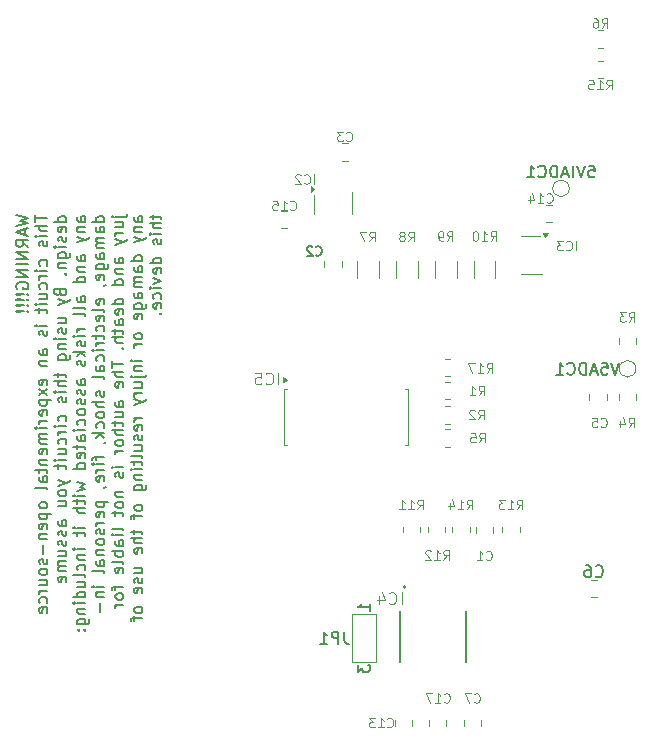
<source format=gbr>
%TF.GenerationSoftware,KiCad,Pcbnew,7.0.11-7.0.11~ubuntu22.04.1*%
%TF.CreationDate,2025-01-31T21:43:45-05:00*%
%TF.ProjectId,C64UltimatePSU,43363455-6c74-4696-9d61-74655053552e,rev?*%
%TF.SameCoordinates,Original*%
%TF.FileFunction,Legend,Bot*%
%TF.FilePolarity,Positive*%
%FSLAX46Y46*%
G04 Gerber Fmt 4.6, Leading zero omitted, Abs format (unit mm)*
G04 Created by KiCad (PCBNEW 7.0.11-7.0.11~ubuntu22.04.1) date 2025-01-31 21:43:45*
%MOMM*%
%LPD*%
G01*
G04 APERTURE LIST*
%ADD10C,0.150000*%
%ADD11C,0.125000*%
%ADD12C,0.120000*%
%ADD13C,0.127000*%
%ADD14C,0.200000*%
G04 APERTURE END LIST*
D10*
X116936619Y-83350341D02*
X117936619Y-83588436D01*
X117936619Y-83588436D02*
X117222333Y-83778912D01*
X117222333Y-83778912D02*
X117936619Y-83969388D01*
X117936619Y-83969388D02*
X116936619Y-84207484D01*
X117650904Y-84540817D02*
X117650904Y-85017007D01*
X117936619Y-84445579D02*
X116936619Y-84778912D01*
X116936619Y-84778912D02*
X117936619Y-85112245D01*
X117936619Y-86017007D02*
X117460428Y-85683674D01*
X117936619Y-85445579D02*
X116936619Y-85445579D01*
X116936619Y-85445579D02*
X116936619Y-85826531D01*
X116936619Y-85826531D02*
X116984238Y-85921769D01*
X116984238Y-85921769D02*
X117031857Y-85969388D01*
X117031857Y-85969388D02*
X117127095Y-86017007D01*
X117127095Y-86017007D02*
X117269952Y-86017007D01*
X117269952Y-86017007D02*
X117365190Y-85969388D01*
X117365190Y-85969388D02*
X117412809Y-85921769D01*
X117412809Y-85921769D02*
X117460428Y-85826531D01*
X117460428Y-85826531D02*
X117460428Y-85445579D01*
X117936619Y-86445579D02*
X116936619Y-86445579D01*
X116936619Y-86445579D02*
X117936619Y-87017007D01*
X117936619Y-87017007D02*
X116936619Y-87017007D01*
X117936619Y-87493198D02*
X116936619Y-87493198D01*
X117936619Y-87969388D02*
X116936619Y-87969388D01*
X116936619Y-87969388D02*
X117936619Y-88540816D01*
X117936619Y-88540816D02*
X116936619Y-88540816D01*
X116984238Y-89540816D02*
X116936619Y-89445578D01*
X116936619Y-89445578D02*
X116936619Y-89302721D01*
X116936619Y-89302721D02*
X116984238Y-89159864D01*
X116984238Y-89159864D02*
X117079476Y-89064626D01*
X117079476Y-89064626D02*
X117174714Y-89017007D01*
X117174714Y-89017007D02*
X117365190Y-88969388D01*
X117365190Y-88969388D02*
X117508047Y-88969388D01*
X117508047Y-88969388D02*
X117698523Y-89017007D01*
X117698523Y-89017007D02*
X117793761Y-89064626D01*
X117793761Y-89064626D02*
X117889000Y-89159864D01*
X117889000Y-89159864D02*
X117936619Y-89302721D01*
X117936619Y-89302721D02*
X117936619Y-89397959D01*
X117936619Y-89397959D02*
X117889000Y-89540816D01*
X117889000Y-89540816D02*
X117841380Y-89588435D01*
X117841380Y-89588435D02*
X117508047Y-89588435D01*
X117508047Y-89588435D02*
X117508047Y-89397959D01*
X117841380Y-90017007D02*
X117889000Y-90064626D01*
X117889000Y-90064626D02*
X117936619Y-90017007D01*
X117936619Y-90017007D02*
X117889000Y-89969388D01*
X117889000Y-89969388D02*
X117841380Y-90017007D01*
X117841380Y-90017007D02*
X117936619Y-90017007D01*
X117555666Y-90017007D02*
X116984238Y-89969388D01*
X116984238Y-89969388D02*
X116936619Y-90017007D01*
X116936619Y-90017007D02*
X116984238Y-90064626D01*
X116984238Y-90064626D02*
X117555666Y-90017007D01*
X117555666Y-90017007D02*
X116936619Y-90017007D01*
X117841380Y-90493197D02*
X117889000Y-90540816D01*
X117889000Y-90540816D02*
X117936619Y-90493197D01*
X117936619Y-90493197D02*
X117889000Y-90445578D01*
X117889000Y-90445578D02*
X117841380Y-90493197D01*
X117841380Y-90493197D02*
X117936619Y-90493197D01*
X117555666Y-90493197D02*
X116984238Y-90445578D01*
X116984238Y-90445578D02*
X116936619Y-90493197D01*
X116936619Y-90493197D02*
X116984238Y-90540816D01*
X116984238Y-90540816D02*
X117555666Y-90493197D01*
X117555666Y-90493197D02*
X116936619Y-90493197D01*
X117841380Y-90969387D02*
X117889000Y-91017006D01*
X117889000Y-91017006D02*
X117936619Y-90969387D01*
X117936619Y-90969387D02*
X117889000Y-90921768D01*
X117889000Y-90921768D02*
X117841380Y-90969387D01*
X117841380Y-90969387D02*
X117936619Y-90969387D01*
X117555666Y-90969387D02*
X116984238Y-90921768D01*
X116984238Y-90921768D02*
X116936619Y-90969387D01*
X116936619Y-90969387D02*
X116984238Y-91017006D01*
X116984238Y-91017006D02*
X117555666Y-90969387D01*
X117555666Y-90969387D02*
X116936619Y-90969387D01*
X117841380Y-91445577D02*
X117889000Y-91493196D01*
X117889000Y-91493196D02*
X117936619Y-91445577D01*
X117936619Y-91445577D02*
X117889000Y-91397958D01*
X117889000Y-91397958D02*
X117841380Y-91445577D01*
X117841380Y-91445577D02*
X117936619Y-91445577D01*
X117555666Y-91445577D02*
X116984238Y-91397958D01*
X116984238Y-91397958D02*
X116936619Y-91445577D01*
X116936619Y-91445577D02*
X116984238Y-91493196D01*
X116984238Y-91493196D02*
X117555666Y-91445577D01*
X117555666Y-91445577D02*
X116936619Y-91445577D01*
X118546619Y-83302722D02*
X118546619Y-83874150D01*
X119546619Y-83588436D02*
X118546619Y-83588436D01*
X119546619Y-84207484D02*
X118546619Y-84207484D01*
X119546619Y-84636055D02*
X119022809Y-84636055D01*
X119022809Y-84636055D02*
X118927571Y-84588436D01*
X118927571Y-84588436D02*
X118879952Y-84493198D01*
X118879952Y-84493198D02*
X118879952Y-84350341D01*
X118879952Y-84350341D02*
X118927571Y-84255103D01*
X118927571Y-84255103D02*
X118975190Y-84207484D01*
X119546619Y-85112246D02*
X118879952Y-85112246D01*
X118546619Y-85112246D02*
X118594238Y-85064627D01*
X118594238Y-85064627D02*
X118641857Y-85112246D01*
X118641857Y-85112246D02*
X118594238Y-85159865D01*
X118594238Y-85159865D02*
X118546619Y-85112246D01*
X118546619Y-85112246D02*
X118641857Y-85112246D01*
X119499000Y-85540817D02*
X119546619Y-85636055D01*
X119546619Y-85636055D02*
X119546619Y-85826531D01*
X119546619Y-85826531D02*
X119499000Y-85921769D01*
X119499000Y-85921769D02*
X119403761Y-85969388D01*
X119403761Y-85969388D02*
X119356142Y-85969388D01*
X119356142Y-85969388D02*
X119260904Y-85921769D01*
X119260904Y-85921769D02*
X119213285Y-85826531D01*
X119213285Y-85826531D02*
X119213285Y-85683674D01*
X119213285Y-85683674D02*
X119165666Y-85588436D01*
X119165666Y-85588436D02*
X119070428Y-85540817D01*
X119070428Y-85540817D02*
X119022809Y-85540817D01*
X119022809Y-85540817D02*
X118927571Y-85588436D01*
X118927571Y-85588436D02*
X118879952Y-85683674D01*
X118879952Y-85683674D02*
X118879952Y-85826531D01*
X118879952Y-85826531D02*
X118927571Y-85921769D01*
X119499000Y-87588436D02*
X119546619Y-87493198D01*
X119546619Y-87493198D02*
X119546619Y-87302722D01*
X119546619Y-87302722D02*
X119499000Y-87207484D01*
X119499000Y-87207484D02*
X119451380Y-87159865D01*
X119451380Y-87159865D02*
X119356142Y-87112246D01*
X119356142Y-87112246D02*
X119070428Y-87112246D01*
X119070428Y-87112246D02*
X118975190Y-87159865D01*
X118975190Y-87159865D02*
X118927571Y-87207484D01*
X118927571Y-87207484D02*
X118879952Y-87302722D01*
X118879952Y-87302722D02*
X118879952Y-87493198D01*
X118879952Y-87493198D02*
X118927571Y-87588436D01*
X119546619Y-88017008D02*
X118879952Y-88017008D01*
X118546619Y-88017008D02*
X118594238Y-87969389D01*
X118594238Y-87969389D02*
X118641857Y-88017008D01*
X118641857Y-88017008D02*
X118594238Y-88064627D01*
X118594238Y-88064627D02*
X118546619Y-88017008D01*
X118546619Y-88017008D02*
X118641857Y-88017008D01*
X119546619Y-88493198D02*
X118879952Y-88493198D01*
X119070428Y-88493198D02*
X118975190Y-88540817D01*
X118975190Y-88540817D02*
X118927571Y-88588436D01*
X118927571Y-88588436D02*
X118879952Y-88683674D01*
X118879952Y-88683674D02*
X118879952Y-88778912D01*
X119499000Y-89540817D02*
X119546619Y-89445579D01*
X119546619Y-89445579D02*
X119546619Y-89255103D01*
X119546619Y-89255103D02*
X119499000Y-89159865D01*
X119499000Y-89159865D02*
X119451380Y-89112246D01*
X119451380Y-89112246D02*
X119356142Y-89064627D01*
X119356142Y-89064627D02*
X119070428Y-89064627D01*
X119070428Y-89064627D02*
X118975190Y-89112246D01*
X118975190Y-89112246D02*
X118927571Y-89159865D01*
X118927571Y-89159865D02*
X118879952Y-89255103D01*
X118879952Y-89255103D02*
X118879952Y-89445579D01*
X118879952Y-89445579D02*
X118927571Y-89540817D01*
X118879952Y-90397960D02*
X119546619Y-90397960D01*
X118879952Y-89969389D02*
X119403761Y-89969389D01*
X119403761Y-89969389D02*
X119499000Y-90017008D01*
X119499000Y-90017008D02*
X119546619Y-90112246D01*
X119546619Y-90112246D02*
X119546619Y-90255103D01*
X119546619Y-90255103D02*
X119499000Y-90350341D01*
X119499000Y-90350341D02*
X119451380Y-90397960D01*
X119546619Y-90874151D02*
X118879952Y-90874151D01*
X118546619Y-90874151D02*
X118594238Y-90826532D01*
X118594238Y-90826532D02*
X118641857Y-90874151D01*
X118641857Y-90874151D02*
X118594238Y-90921770D01*
X118594238Y-90921770D02*
X118546619Y-90874151D01*
X118546619Y-90874151D02*
X118641857Y-90874151D01*
X118879952Y-91207484D02*
X118879952Y-91588436D01*
X118546619Y-91350341D02*
X119403761Y-91350341D01*
X119403761Y-91350341D02*
X119499000Y-91397960D01*
X119499000Y-91397960D02*
X119546619Y-91493198D01*
X119546619Y-91493198D02*
X119546619Y-91588436D01*
X119546619Y-92683675D02*
X118879952Y-92683675D01*
X118546619Y-92683675D02*
X118594238Y-92636056D01*
X118594238Y-92636056D02*
X118641857Y-92683675D01*
X118641857Y-92683675D02*
X118594238Y-92731294D01*
X118594238Y-92731294D02*
X118546619Y-92683675D01*
X118546619Y-92683675D02*
X118641857Y-92683675D01*
X119499000Y-93112246D02*
X119546619Y-93207484D01*
X119546619Y-93207484D02*
X119546619Y-93397960D01*
X119546619Y-93397960D02*
X119499000Y-93493198D01*
X119499000Y-93493198D02*
X119403761Y-93540817D01*
X119403761Y-93540817D02*
X119356142Y-93540817D01*
X119356142Y-93540817D02*
X119260904Y-93493198D01*
X119260904Y-93493198D02*
X119213285Y-93397960D01*
X119213285Y-93397960D02*
X119213285Y-93255103D01*
X119213285Y-93255103D02*
X119165666Y-93159865D01*
X119165666Y-93159865D02*
X119070428Y-93112246D01*
X119070428Y-93112246D02*
X119022809Y-93112246D01*
X119022809Y-93112246D02*
X118927571Y-93159865D01*
X118927571Y-93159865D02*
X118879952Y-93255103D01*
X118879952Y-93255103D02*
X118879952Y-93397960D01*
X118879952Y-93397960D02*
X118927571Y-93493198D01*
X119546619Y-95159865D02*
X119022809Y-95159865D01*
X119022809Y-95159865D02*
X118927571Y-95112246D01*
X118927571Y-95112246D02*
X118879952Y-95017008D01*
X118879952Y-95017008D02*
X118879952Y-94826532D01*
X118879952Y-94826532D02*
X118927571Y-94731294D01*
X119499000Y-95159865D02*
X119546619Y-95064627D01*
X119546619Y-95064627D02*
X119546619Y-94826532D01*
X119546619Y-94826532D02*
X119499000Y-94731294D01*
X119499000Y-94731294D02*
X119403761Y-94683675D01*
X119403761Y-94683675D02*
X119308523Y-94683675D01*
X119308523Y-94683675D02*
X119213285Y-94731294D01*
X119213285Y-94731294D02*
X119165666Y-94826532D01*
X119165666Y-94826532D02*
X119165666Y-95064627D01*
X119165666Y-95064627D02*
X119118047Y-95159865D01*
X118879952Y-95636056D02*
X119546619Y-95636056D01*
X118975190Y-95636056D02*
X118927571Y-95683675D01*
X118927571Y-95683675D02*
X118879952Y-95778913D01*
X118879952Y-95778913D02*
X118879952Y-95921770D01*
X118879952Y-95921770D02*
X118927571Y-96017008D01*
X118927571Y-96017008D02*
X119022809Y-96064627D01*
X119022809Y-96064627D02*
X119546619Y-96064627D01*
X119499000Y-97683675D02*
X119546619Y-97588437D01*
X119546619Y-97588437D02*
X119546619Y-97397961D01*
X119546619Y-97397961D02*
X119499000Y-97302723D01*
X119499000Y-97302723D02*
X119403761Y-97255104D01*
X119403761Y-97255104D02*
X119022809Y-97255104D01*
X119022809Y-97255104D02*
X118927571Y-97302723D01*
X118927571Y-97302723D02*
X118879952Y-97397961D01*
X118879952Y-97397961D02*
X118879952Y-97588437D01*
X118879952Y-97588437D02*
X118927571Y-97683675D01*
X118927571Y-97683675D02*
X119022809Y-97731294D01*
X119022809Y-97731294D02*
X119118047Y-97731294D01*
X119118047Y-97731294D02*
X119213285Y-97255104D01*
X119546619Y-98064628D02*
X118879952Y-98588437D01*
X118879952Y-98064628D02*
X119546619Y-98588437D01*
X118879952Y-98969390D02*
X119879952Y-98969390D01*
X118927571Y-98969390D02*
X118879952Y-99064628D01*
X118879952Y-99064628D02*
X118879952Y-99255104D01*
X118879952Y-99255104D02*
X118927571Y-99350342D01*
X118927571Y-99350342D02*
X118975190Y-99397961D01*
X118975190Y-99397961D02*
X119070428Y-99445580D01*
X119070428Y-99445580D02*
X119356142Y-99445580D01*
X119356142Y-99445580D02*
X119451380Y-99397961D01*
X119451380Y-99397961D02*
X119499000Y-99350342D01*
X119499000Y-99350342D02*
X119546619Y-99255104D01*
X119546619Y-99255104D02*
X119546619Y-99064628D01*
X119546619Y-99064628D02*
X119499000Y-98969390D01*
X119499000Y-100255104D02*
X119546619Y-100159866D01*
X119546619Y-100159866D02*
X119546619Y-99969390D01*
X119546619Y-99969390D02*
X119499000Y-99874152D01*
X119499000Y-99874152D02*
X119403761Y-99826533D01*
X119403761Y-99826533D02*
X119022809Y-99826533D01*
X119022809Y-99826533D02*
X118927571Y-99874152D01*
X118927571Y-99874152D02*
X118879952Y-99969390D01*
X118879952Y-99969390D02*
X118879952Y-100159866D01*
X118879952Y-100159866D02*
X118927571Y-100255104D01*
X118927571Y-100255104D02*
X119022809Y-100302723D01*
X119022809Y-100302723D02*
X119118047Y-100302723D01*
X119118047Y-100302723D02*
X119213285Y-99826533D01*
X119546619Y-100731295D02*
X118879952Y-100731295D01*
X119070428Y-100731295D02*
X118975190Y-100778914D01*
X118975190Y-100778914D02*
X118927571Y-100826533D01*
X118927571Y-100826533D02*
X118879952Y-100921771D01*
X118879952Y-100921771D02*
X118879952Y-101017009D01*
X119546619Y-101350343D02*
X118879952Y-101350343D01*
X118546619Y-101350343D02*
X118594238Y-101302724D01*
X118594238Y-101302724D02*
X118641857Y-101350343D01*
X118641857Y-101350343D02*
X118594238Y-101397962D01*
X118594238Y-101397962D02*
X118546619Y-101350343D01*
X118546619Y-101350343D02*
X118641857Y-101350343D01*
X119546619Y-101826533D02*
X118879952Y-101826533D01*
X118975190Y-101826533D02*
X118927571Y-101874152D01*
X118927571Y-101874152D02*
X118879952Y-101969390D01*
X118879952Y-101969390D02*
X118879952Y-102112247D01*
X118879952Y-102112247D02*
X118927571Y-102207485D01*
X118927571Y-102207485D02*
X119022809Y-102255104D01*
X119022809Y-102255104D02*
X119546619Y-102255104D01*
X119022809Y-102255104D02*
X118927571Y-102302723D01*
X118927571Y-102302723D02*
X118879952Y-102397961D01*
X118879952Y-102397961D02*
X118879952Y-102540818D01*
X118879952Y-102540818D02*
X118927571Y-102636057D01*
X118927571Y-102636057D02*
X119022809Y-102683676D01*
X119022809Y-102683676D02*
X119546619Y-102683676D01*
X119499000Y-103540818D02*
X119546619Y-103445580D01*
X119546619Y-103445580D02*
X119546619Y-103255104D01*
X119546619Y-103255104D02*
X119499000Y-103159866D01*
X119499000Y-103159866D02*
X119403761Y-103112247D01*
X119403761Y-103112247D02*
X119022809Y-103112247D01*
X119022809Y-103112247D02*
X118927571Y-103159866D01*
X118927571Y-103159866D02*
X118879952Y-103255104D01*
X118879952Y-103255104D02*
X118879952Y-103445580D01*
X118879952Y-103445580D02*
X118927571Y-103540818D01*
X118927571Y-103540818D02*
X119022809Y-103588437D01*
X119022809Y-103588437D02*
X119118047Y-103588437D01*
X119118047Y-103588437D02*
X119213285Y-103112247D01*
X118879952Y-104017009D02*
X119546619Y-104017009D01*
X118975190Y-104017009D02*
X118927571Y-104064628D01*
X118927571Y-104064628D02*
X118879952Y-104159866D01*
X118879952Y-104159866D02*
X118879952Y-104302723D01*
X118879952Y-104302723D02*
X118927571Y-104397961D01*
X118927571Y-104397961D02*
X119022809Y-104445580D01*
X119022809Y-104445580D02*
X119546619Y-104445580D01*
X118879952Y-104778914D02*
X118879952Y-105159866D01*
X118546619Y-104921771D02*
X119403761Y-104921771D01*
X119403761Y-104921771D02*
X119499000Y-104969390D01*
X119499000Y-104969390D02*
X119546619Y-105064628D01*
X119546619Y-105064628D02*
X119546619Y-105159866D01*
X119546619Y-105921771D02*
X119022809Y-105921771D01*
X119022809Y-105921771D02*
X118927571Y-105874152D01*
X118927571Y-105874152D02*
X118879952Y-105778914D01*
X118879952Y-105778914D02*
X118879952Y-105588438D01*
X118879952Y-105588438D02*
X118927571Y-105493200D01*
X119499000Y-105921771D02*
X119546619Y-105826533D01*
X119546619Y-105826533D02*
X119546619Y-105588438D01*
X119546619Y-105588438D02*
X119499000Y-105493200D01*
X119499000Y-105493200D02*
X119403761Y-105445581D01*
X119403761Y-105445581D02*
X119308523Y-105445581D01*
X119308523Y-105445581D02*
X119213285Y-105493200D01*
X119213285Y-105493200D02*
X119165666Y-105588438D01*
X119165666Y-105588438D02*
X119165666Y-105826533D01*
X119165666Y-105826533D02*
X119118047Y-105921771D01*
X119546619Y-106540819D02*
X119499000Y-106445581D01*
X119499000Y-106445581D02*
X119403761Y-106397962D01*
X119403761Y-106397962D02*
X118546619Y-106397962D01*
X119546619Y-107826534D02*
X119499000Y-107731296D01*
X119499000Y-107731296D02*
X119451380Y-107683677D01*
X119451380Y-107683677D02*
X119356142Y-107636058D01*
X119356142Y-107636058D02*
X119070428Y-107636058D01*
X119070428Y-107636058D02*
X118975190Y-107683677D01*
X118975190Y-107683677D02*
X118927571Y-107731296D01*
X118927571Y-107731296D02*
X118879952Y-107826534D01*
X118879952Y-107826534D02*
X118879952Y-107969391D01*
X118879952Y-107969391D02*
X118927571Y-108064629D01*
X118927571Y-108064629D02*
X118975190Y-108112248D01*
X118975190Y-108112248D02*
X119070428Y-108159867D01*
X119070428Y-108159867D02*
X119356142Y-108159867D01*
X119356142Y-108159867D02*
X119451380Y-108112248D01*
X119451380Y-108112248D02*
X119499000Y-108064629D01*
X119499000Y-108064629D02*
X119546619Y-107969391D01*
X119546619Y-107969391D02*
X119546619Y-107826534D01*
X118879952Y-108588439D02*
X119879952Y-108588439D01*
X118927571Y-108588439D02*
X118879952Y-108683677D01*
X118879952Y-108683677D02*
X118879952Y-108874153D01*
X118879952Y-108874153D02*
X118927571Y-108969391D01*
X118927571Y-108969391D02*
X118975190Y-109017010D01*
X118975190Y-109017010D02*
X119070428Y-109064629D01*
X119070428Y-109064629D02*
X119356142Y-109064629D01*
X119356142Y-109064629D02*
X119451380Y-109017010D01*
X119451380Y-109017010D02*
X119499000Y-108969391D01*
X119499000Y-108969391D02*
X119546619Y-108874153D01*
X119546619Y-108874153D02*
X119546619Y-108683677D01*
X119546619Y-108683677D02*
X119499000Y-108588439D01*
X119499000Y-109874153D02*
X119546619Y-109778915D01*
X119546619Y-109778915D02*
X119546619Y-109588439D01*
X119546619Y-109588439D02*
X119499000Y-109493201D01*
X119499000Y-109493201D02*
X119403761Y-109445582D01*
X119403761Y-109445582D02*
X119022809Y-109445582D01*
X119022809Y-109445582D02*
X118927571Y-109493201D01*
X118927571Y-109493201D02*
X118879952Y-109588439D01*
X118879952Y-109588439D02*
X118879952Y-109778915D01*
X118879952Y-109778915D02*
X118927571Y-109874153D01*
X118927571Y-109874153D02*
X119022809Y-109921772D01*
X119022809Y-109921772D02*
X119118047Y-109921772D01*
X119118047Y-109921772D02*
X119213285Y-109445582D01*
X118879952Y-110350344D02*
X119546619Y-110350344D01*
X118975190Y-110350344D02*
X118927571Y-110397963D01*
X118927571Y-110397963D02*
X118879952Y-110493201D01*
X118879952Y-110493201D02*
X118879952Y-110636058D01*
X118879952Y-110636058D02*
X118927571Y-110731296D01*
X118927571Y-110731296D02*
X119022809Y-110778915D01*
X119022809Y-110778915D02*
X119546619Y-110778915D01*
X119165666Y-111255106D02*
X119165666Y-112017011D01*
X119499000Y-112445582D02*
X119546619Y-112540820D01*
X119546619Y-112540820D02*
X119546619Y-112731296D01*
X119546619Y-112731296D02*
X119499000Y-112826534D01*
X119499000Y-112826534D02*
X119403761Y-112874153D01*
X119403761Y-112874153D02*
X119356142Y-112874153D01*
X119356142Y-112874153D02*
X119260904Y-112826534D01*
X119260904Y-112826534D02*
X119213285Y-112731296D01*
X119213285Y-112731296D02*
X119213285Y-112588439D01*
X119213285Y-112588439D02*
X119165666Y-112493201D01*
X119165666Y-112493201D02*
X119070428Y-112445582D01*
X119070428Y-112445582D02*
X119022809Y-112445582D01*
X119022809Y-112445582D02*
X118927571Y-112493201D01*
X118927571Y-112493201D02*
X118879952Y-112588439D01*
X118879952Y-112588439D02*
X118879952Y-112731296D01*
X118879952Y-112731296D02*
X118927571Y-112826534D01*
X119546619Y-113445582D02*
X119499000Y-113350344D01*
X119499000Y-113350344D02*
X119451380Y-113302725D01*
X119451380Y-113302725D02*
X119356142Y-113255106D01*
X119356142Y-113255106D02*
X119070428Y-113255106D01*
X119070428Y-113255106D02*
X118975190Y-113302725D01*
X118975190Y-113302725D02*
X118927571Y-113350344D01*
X118927571Y-113350344D02*
X118879952Y-113445582D01*
X118879952Y-113445582D02*
X118879952Y-113588439D01*
X118879952Y-113588439D02*
X118927571Y-113683677D01*
X118927571Y-113683677D02*
X118975190Y-113731296D01*
X118975190Y-113731296D02*
X119070428Y-113778915D01*
X119070428Y-113778915D02*
X119356142Y-113778915D01*
X119356142Y-113778915D02*
X119451380Y-113731296D01*
X119451380Y-113731296D02*
X119499000Y-113683677D01*
X119499000Y-113683677D02*
X119546619Y-113588439D01*
X119546619Y-113588439D02*
X119546619Y-113445582D01*
X118879952Y-114636058D02*
X119546619Y-114636058D01*
X118879952Y-114207487D02*
X119403761Y-114207487D01*
X119403761Y-114207487D02*
X119499000Y-114255106D01*
X119499000Y-114255106D02*
X119546619Y-114350344D01*
X119546619Y-114350344D02*
X119546619Y-114493201D01*
X119546619Y-114493201D02*
X119499000Y-114588439D01*
X119499000Y-114588439D02*
X119451380Y-114636058D01*
X119546619Y-115112249D02*
X118879952Y-115112249D01*
X119070428Y-115112249D02*
X118975190Y-115159868D01*
X118975190Y-115159868D02*
X118927571Y-115207487D01*
X118927571Y-115207487D02*
X118879952Y-115302725D01*
X118879952Y-115302725D02*
X118879952Y-115397963D01*
X119499000Y-116159868D02*
X119546619Y-116064630D01*
X119546619Y-116064630D02*
X119546619Y-115874154D01*
X119546619Y-115874154D02*
X119499000Y-115778916D01*
X119499000Y-115778916D02*
X119451380Y-115731297D01*
X119451380Y-115731297D02*
X119356142Y-115683678D01*
X119356142Y-115683678D02*
X119070428Y-115683678D01*
X119070428Y-115683678D02*
X118975190Y-115731297D01*
X118975190Y-115731297D02*
X118927571Y-115778916D01*
X118927571Y-115778916D02*
X118879952Y-115874154D01*
X118879952Y-115874154D02*
X118879952Y-116064630D01*
X118879952Y-116064630D02*
X118927571Y-116159868D01*
X119499000Y-116969392D02*
X119546619Y-116874154D01*
X119546619Y-116874154D02*
X119546619Y-116683678D01*
X119546619Y-116683678D02*
X119499000Y-116588440D01*
X119499000Y-116588440D02*
X119403761Y-116540821D01*
X119403761Y-116540821D02*
X119022809Y-116540821D01*
X119022809Y-116540821D02*
X118927571Y-116588440D01*
X118927571Y-116588440D02*
X118879952Y-116683678D01*
X118879952Y-116683678D02*
X118879952Y-116874154D01*
X118879952Y-116874154D02*
X118927571Y-116969392D01*
X118927571Y-116969392D02*
X119022809Y-117017011D01*
X119022809Y-117017011D02*
X119118047Y-117017011D01*
X119118047Y-117017011D02*
X119213285Y-116540821D01*
X121156619Y-83874150D02*
X120156619Y-83874150D01*
X121109000Y-83874150D02*
X121156619Y-83778912D01*
X121156619Y-83778912D02*
X121156619Y-83588436D01*
X121156619Y-83588436D02*
X121109000Y-83493198D01*
X121109000Y-83493198D02*
X121061380Y-83445579D01*
X121061380Y-83445579D02*
X120966142Y-83397960D01*
X120966142Y-83397960D02*
X120680428Y-83397960D01*
X120680428Y-83397960D02*
X120585190Y-83445579D01*
X120585190Y-83445579D02*
X120537571Y-83493198D01*
X120537571Y-83493198D02*
X120489952Y-83588436D01*
X120489952Y-83588436D02*
X120489952Y-83778912D01*
X120489952Y-83778912D02*
X120537571Y-83874150D01*
X121109000Y-84731293D02*
X121156619Y-84636055D01*
X121156619Y-84636055D02*
X121156619Y-84445579D01*
X121156619Y-84445579D02*
X121109000Y-84350341D01*
X121109000Y-84350341D02*
X121013761Y-84302722D01*
X121013761Y-84302722D02*
X120632809Y-84302722D01*
X120632809Y-84302722D02*
X120537571Y-84350341D01*
X120537571Y-84350341D02*
X120489952Y-84445579D01*
X120489952Y-84445579D02*
X120489952Y-84636055D01*
X120489952Y-84636055D02*
X120537571Y-84731293D01*
X120537571Y-84731293D02*
X120632809Y-84778912D01*
X120632809Y-84778912D02*
X120728047Y-84778912D01*
X120728047Y-84778912D02*
X120823285Y-84302722D01*
X121109000Y-85159865D02*
X121156619Y-85255103D01*
X121156619Y-85255103D02*
X121156619Y-85445579D01*
X121156619Y-85445579D02*
X121109000Y-85540817D01*
X121109000Y-85540817D02*
X121013761Y-85588436D01*
X121013761Y-85588436D02*
X120966142Y-85588436D01*
X120966142Y-85588436D02*
X120870904Y-85540817D01*
X120870904Y-85540817D02*
X120823285Y-85445579D01*
X120823285Y-85445579D02*
X120823285Y-85302722D01*
X120823285Y-85302722D02*
X120775666Y-85207484D01*
X120775666Y-85207484D02*
X120680428Y-85159865D01*
X120680428Y-85159865D02*
X120632809Y-85159865D01*
X120632809Y-85159865D02*
X120537571Y-85207484D01*
X120537571Y-85207484D02*
X120489952Y-85302722D01*
X120489952Y-85302722D02*
X120489952Y-85445579D01*
X120489952Y-85445579D02*
X120537571Y-85540817D01*
X121156619Y-86017008D02*
X120489952Y-86017008D01*
X120156619Y-86017008D02*
X120204238Y-85969389D01*
X120204238Y-85969389D02*
X120251857Y-86017008D01*
X120251857Y-86017008D02*
X120204238Y-86064627D01*
X120204238Y-86064627D02*
X120156619Y-86017008D01*
X120156619Y-86017008D02*
X120251857Y-86017008D01*
X120489952Y-86921769D02*
X121299476Y-86921769D01*
X121299476Y-86921769D02*
X121394714Y-86874150D01*
X121394714Y-86874150D02*
X121442333Y-86826531D01*
X121442333Y-86826531D02*
X121489952Y-86731293D01*
X121489952Y-86731293D02*
X121489952Y-86588436D01*
X121489952Y-86588436D02*
X121442333Y-86493198D01*
X121109000Y-86921769D02*
X121156619Y-86826531D01*
X121156619Y-86826531D02*
X121156619Y-86636055D01*
X121156619Y-86636055D02*
X121109000Y-86540817D01*
X121109000Y-86540817D02*
X121061380Y-86493198D01*
X121061380Y-86493198D02*
X120966142Y-86445579D01*
X120966142Y-86445579D02*
X120680428Y-86445579D01*
X120680428Y-86445579D02*
X120585190Y-86493198D01*
X120585190Y-86493198D02*
X120537571Y-86540817D01*
X120537571Y-86540817D02*
X120489952Y-86636055D01*
X120489952Y-86636055D02*
X120489952Y-86826531D01*
X120489952Y-86826531D02*
X120537571Y-86921769D01*
X120489952Y-87397960D02*
X121156619Y-87397960D01*
X120585190Y-87397960D02*
X120537571Y-87445579D01*
X120537571Y-87445579D02*
X120489952Y-87540817D01*
X120489952Y-87540817D02*
X120489952Y-87683674D01*
X120489952Y-87683674D02*
X120537571Y-87778912D01*
X120537571Y-87778912D02*
X120632809Y-87826531D01*
X120632809Y-87826531D02*
X121156619Y-87826531D01*
X121061380Y-88302722D02*
X121109000Y-88350341D01*
X121109000Y-88350341D02*
X121156619Y-88302722D01*
X121156619Y-88302722D02*
X121109000Y-88255103D01*
X121109000Y-88255103D02*
X121061380Y-88302722D01*
X121061380Y-88302722D02*
X121156619Y-88302722D01*
X120632809Y-89874150D02*
X120680428Y-90017007D01*
X120680428Y-90017007D02*
X120728047Y-90064626D01*
X120728047Y-90064626D02*
X120823285Y-90112245D01*
X120823285Y-90112245D02*
X120966142Y-90112245D01*
X120966142Y-90112245D02*
X121061380Y-90064626D01*
X121061380Y-90064626D02*
X121109000Y-90017007D01*
X121109000Y-90017007D02*
X121156619Y-89921769D01*
X121156619Y-89921769D02*
X121156619Y-89540817D01*
X121156619Y-89540817D02*
X120156619Y-89540817D01*
X120156619Y-89540817D02*
X120156619Y-89874150D01*
X120156619Y-89874150D02*
X120204238Y-89969388D01*
X120204238Y-89969388D02*
X120251857Y-90017007D01*
X120251857Y-90017007D02*
X120347095Y-90064626D01*
X120347095Y-90064626D02*
X120442333Y-90064626D01*
X120442333Y-90064626D02*
X120537571Y-90017007D01*
X120537571Y-90017007D02*
X120585190Y-89969388D01*
X120585190Y-89969388D02*
X120632809Y-89874150D01*
X120632809Y-89874150D02*
X120632809Y-89540817D01*
X120489952Y-90445579D02*
X121156619Y-90683674D01*
X120489952Y-90921769D02*
X121156619Y-90683674D01*
X121156619Y-90683674D02*
X121394714Y-90588436D01*
X121394714Y-90588436D02*
X121442333Y-90540817D01*
X121442333Y-90540817D02*
X121489952Y-90445579D01*
X120489952Y-92493198D02*
X121156619Y-92493198D01*
X120489952Y-92064627D02*
X121013761Y-92064627D01*
X121013761Y-92064627D02*
X121109000Y-92112246D01*
X121109000Y-92112246D02*
X121156619Y-92207484D01*
X121156619Y-92207484D02*
X121156619Y-92350341D01*
X121156619Y-92350341D02*
X121109000Y-92445579D01*
X121109000Y-92445579D02*
X121061380Y-92493198D01*
X121109000Y-92921770D02*
X121156619Y-93017008D01*
X121156619Y-93017008D02*
X121156619Y-93207484D01*
X121156619Y-93207484D02*
X121109000Y-93302722D01*
X121109000Y-93302722D02*
X121013761Y-93350341D01*
X121013761Y-93350341D02*
X120966142Y-93350341D01*
X120966142Y-93350341D02*
X120870904Y-93302722D01*
X120870904Y-93302722D02*
X120823285Y-93207484D01*
X120823285Y-93207484D02*
X120823285Y-93064627D01*
X120823285Y-93064627D02*
X120775666Y-92969389D01*
X120775666Y-92969389D02*
X120680428Y-92921770D01*
X120680428Y-92921770D02*
X120632809Y-92921770D01*
X120632809Y-92921770D02*
X120537571Y-92969389D01*
X120537571Y-92969389D02*
X120489952Y-93064627D01*
X120489952Y-93064627D02*
X120489952Y-93207484D01*
X120489952Y-93207484D02*
X120537571Y-93302722D01*
X121156619Y-93778913D02*
X120489952Y-93778913D01*
X120156619Y-93778913D02*
X120204238Y-93731294D01*
X120204238Y-93731294D02*
X120251857Y-93778913D01*
X120251857Y-93778913D02*
X120204238Y-93826532D01*
X120204238Y-93826532D02*
X120156619Y-93778913D01*
X120156619Y-93778913D02*
X120251857Y-93778913D01*
X120489952Y-94255103D02*
X121156619Y-94255103D01*
X120585190Y-94255103D02*
X120537571Y-94302722D01*
X120537571Y-94302722D02*
X120489952Y-94397960D01*
X120489952Y-94397960D02*
X120489952Y-94540817D01*
X120489952Y-94540817D02*
X120537571Y-94636055D01*
X120537571Y-94636055D02*
X120632809Y-94683674D01*
X120632809Y-94683674D02*
X121156619Y-94683674D01*
X120489952Y-95588436D02*
X121299476Y-95588436D01*
X121299476Y-95588436D02*
X121394714Y-95540817D01*
X121394714Y-95540817D02*
X121442333Y-95493198D01*
X121442333Y-95493198D02*
X121489952Y-95397960D01*
X121489952Y-95397960D02*
X121489952Y-95255103D01*
X121489952Y-95255103D02*
X121442333Y-95159865D01*
X121109000Y-95588436D02*
X121156619Y-95493198D01*
X121156619Y-95493198D02*
X121156619Y-95302722D01*
X121156619Y-95302722D02*
X121109000Y-95207484D01*
X121109000Y-95207484D02*
X121061380Y-95159865D01*
X121061380Y-95159865D02*
X120966142Y-95112246D01*
X120966142Y-95112246D02*
X120680428Y-95112246D01*
X120680428Y-95112246D02*
X120585190Y-95159865D01*
X120585190Y-95159865D02*
X120537571Y-95207484D01*
X120537571Y-95207484D02*
X120489952Y-95302722D01*
X120489952Y-95302722D02*
X120489952Y-95493198D01*
X120489952Y-95493198D02*
X120537571Y-95588436D01*
X120489952Y-96683675D02*
X120489952Y-97064627D01*
X120156619Y-96826532D02*
X121013761Y-96826532D01*
X121013761Y-96826532D02*
X121109000Y-96874151D01*
X121109000Y-96874151D02*
X121156619Y-96969389D01*
X121156619Y-96969389D02*
X121156619Y-97064627D01*
X121156619Y-97397961D02*
X120156619Y-97397961D01*
X121156619Y-97826532D02*
X120632809Y-97826532D01*
X120632809Y-97826532D02*
X120537571Y-97778913D01*
X120537571Y-97778913D02*
X120489952Y-97683675D01*
X120489952Y-97683675D02*
X120489952Y-97540818D01*
X120489952Y-97540818D02*
X120537571Y-97445580D01*
X120537571Y-97445580D02*
X120585190Y-97397961D01*
X121156619Y-98302723D02*
X120489952Y-98302723D01*
X120156619Y-98302723D02*
X120204238Y-98255104D01*
X120204238Y-98255104D02*
X120251857Y-98302723D01*
X120251857Y-98302723D02*
X120204238Y-98350342D01*
X120204238Y-98350342D02*
X120156619Y-98302723D01*
X120156619Y-98302723D02*
X120251857Y-98302723D01*
X121109000Y-98731294D02*
X121156619Y-98826532D01*
X121156619Y-98826532D02*
X121156619Y-99017008D01*
X121156619Y-99017008D02*
X121109000Y-99112246D01*
X121109000Y-99112246D02*
X121013761Y-99159865D01*
X121013761Y-99159865D02*
X120966142Y-99159865D01*
X120966142Y-99159865D02*
X120870904Y-99112246D01*
X120870904Y-99112246D02*
X120823285Y-99017008D01*
X120823285Y-99017008D02*
X120823285Y-98874151D01*
X120823285Y-98874151D02*
X120775666Y-98778913D01*
X120775666Y-98778913D02*
X120680428Y-98731294D01*
X120680428Y-98731294D02*
X120632809Y-98731294D01*
X120632809Y-98731294D02*
X120537571Y-98778913D01*
X120537571Y-98778913D02*
X120489952Y-98874151D01*
X120489952Y-98874151D02*
X120489952Y-99017008D01*
X120489952Y-99017008D02*
X120537571Y-99112246D01*
X121109000Y-100778913D02*
X121156619Y-100683675D01*
X121156619Y-100683675D02*
X121156619Y-100493199D01*
X121156619Y-100493199D02*
X121109000Y-100397961D01*
X121109000Y-100397961D02*
X121061380Y-100350342D01*
X121061380Y-100350342D02*
X120966142Y-100302723D01*
X120966142Y-100302723D02*
X120680428Y-100302723D01*
X120680428Y-100302723D02*
X120585190Y-100350342D01*
X120585190Y-100350342D02*
X120537571Y-100397961D01*
X120537571Y-100397961D02*
X120489952Y-100493199D01*
X120489952Y-100493199D02*
X120489952Y-100683675D01*
X120489952Y-100683675D02*
X120537571Y-100778913D01*
X121156619Y-101207485D02*
X120489952Y-101207485D01*
X120156619Y-101207485D02*
X120204238Y-101159866D01*
X120204238Y-101159866D02*
X120251857Y-101207485D01*
X120251857Y-101207485D02*
X120204238Y-101255104D01*
X120204238Y-101255104D02*
X120156619Y-101207485D01*
X120156619Y-101207485D02*
X120251857Y-101207485D01*
X121156619Y-101683675D02*
X120489952Y-101683675D01*
X120680428Y-101683675D02*
X120585190Y-101731294D01*
X120585190Y-101731294D02*
X120537571Y-101778913D01*
X120537571Y-101778913D02*
X120489952Y-101874151D01*
X120489952Y-101874151D02*
X120489952Y-101969389D01*
X121109000Y-102731294D02*
X121156619Y-102636056D01*
X121156619Y-102636056D02*
X121156619Y-102445580D01*
X121156619Y-102445580D02*
X121109000Y-102350342D01*
X121109000Y-102350342D02*
X121061380Y-102302723D01*
X121061380Y-102302723D02*
X120966142Y-102255104D01*
X120966142Y-102255104D02*
X120680428Y-102255104D01*
X120680428Y-102255104D02*
X120585190Y-102302723D01*
X120585190Y-102302723D02*
X120537571Y-102350342D01*
X120537571Y-102350342D02*
X120489952Y-102445580D01*
X120489952Y-102445580D02*
X120489952Y-102636056D01*
X120489952Y-102636056D02*
X120537571Y-102731294D01*
X120489952Y-103588437D02*
X121156619Y-103588437D01*
X120489952Y-103159866D02*
X121013761Y-103159866D01*
X121013761Y-103159866D02*
X121109000Y-103207485D01*
X121109000Y-103207485D02*
X121156619Y-103302723D01*
X121156619Y-103302723D02*
X121156619Y-103445580D01*
X121156619Y-103445580D02*
X121109000Y-103540818D01*
X121109000Y-103540818D02*
X121061380Y-103588437D01*
X121156619Y-104064628D02*
X120489952Y-104064628D01*
X120156619Y-104064628D02*
X120204238Y-104017009D01*
X120204238Y-104017009D02*
X120251857Y-104064628D01*
X120251857Y-104064628D02*
X120204238Y-104112247D01*
X120204238Y-104112247D02*
X120156619Y-104064628D01*
X120156619Y-104064628D02*
X120251857Y-104064628D01*
X120489952Y-104397961D02*
X120489952Y-104778913D01*
X120156619Y-104540818D02*
X121013761Y-104540818D01*
X121013761Y-104540818D02*
X121109000Y-104588437D01*
X121109000Y-104588437D02*
X121156619Y-104683675D01*
X121156619Y-104683675D02*
X121156619Y-104778913D01*
X120489952Y-105778914D02*
X121156619Y-106017009D01*
X120489952Y-106255104D02*
X121156619Y-106017009D01*
X121156619Y-106017009D02*
X121394714Y-105921771D01*
X121394714Y-105921771D02*
X121442333Y-105874152D01*
X121442333Y-105874152D02*
X121489952Y-105778914D01*
X121156619Y-106778914D02*
X121109000Y-106683676D01*
X121109000Y-106683676D02*
X121061380Y-106636057D01*
X121061380Y-106636057D02*
X120966142Y-106588438D01*
X120966142Y-106588438D02*
X120680428Y-106588438D01*
X120680428Y-106588438D02*
X120585190Y-106636057D01*
X120585190Y-106636057D02*
X120537571Y-106683676D01*
X120537571Y-106683676D02*
X120489952Y-106778914D01*
X120489952Y-106778914D02*
X120489952Y-106921771D01*
X120489952Y-106921771D02*
X120537571Y-107017009D01*
X120537571Y-107017009D02*
X120585190Y-107064628D01*
X120585190Y-107064628D02*
X120680428Y-107112247D01*
X120680428Y-107112247D02*
X120966142Y-107112247D01*
X120966142Y-107112247D02*
X121061380Y-107064628D01*
X121061380Y-107064628D02*
X121109000Y-107017009D01*
X121109000Y-107017009D02*
X121156619Y-106921771D01*
X121156619Y-106921771D02*
X121156619Y-106778914D01*
X120489952Y-107969390D02*
X121156619Y-107969390D01*
X120489952Y-107540819D02*
X121013761Y-107540819D01*
X121013761Y-107540819D02*
X121109000Y-107588438D01*
X121109000Y-107588438D02*
X121156619Y-107683676D01*
X121156619Y-107683676D02*
X121156619Y-107826533D01*
X121156619Y-107826533D02*
X121109000Y-107921771D01*
X121109000Y-107921771D02*
X121061380Y-107969390D01*
X121156619Y-109636057D02*
X120632809Y-109636057D01*
X120632809Y-109636057D02*
X120537571Y-109588438D01*
X120537571Y-109588438D02*
X120489952Y-109493200D01*
X120489952Y-109493200D02*
X120489952Y-109302724D01*
X120489952Y-109302724D02*
X120537571Y-109207486D01*
X121109000Y-109636057D02*
X121156619Y-109540819D01*
X121156619Y-109540819D02*
X121156619Y-109302724D01*
X121156619Y-109302724D02*
X121109000Y-109207486D01*
X121109000Y-109207486D02*
X121013761Y-109159867D01*
X121013761Y-109159867D02*
X120918523Y-109159867D01*
X120918523Y-109159867D02*
X120823285Y-109207486D01*
X120823285Y-109207486D02*
X120775666Y-109302724D01*
X120775666Y-109302724D02*
X120775666Y-109540819D01*
X120775666Y-109540819D02*
X120728047Y-109636057D01*
X121109000Y-110064629D02*
X121156619Y-110159867D01*
X121156619Y-110159867D02*
X121156619Y-110350343D01*
X121156619Y-110350343D02*
X121109000Y-110445581D01*
X121109000Y-110445581D02*
X121013761Y-110493200D01*
X121013761Y-110493200D02*
X120966142Y-110493200D01*
X120966142Y-110493200D02*
X120870904Y-110445581D01*
X120870904Y-110445581D02*
X120823285Y-110350343D01*
X120823285Y-110350343D02*
X120823285Y-110207486D01*
X120823285Y-110207486D02*
X120775666Y-110112248D01*
X120775666Y-110112248D02*
X120680428Y-110064629D01*
X120680428Y-110064629D02*
X120632809Y-110064629D01*
X120632809Y-110064629D02*
X120537571Y-110112248D01*
X120537571Y-110112248D02*
X120489952Y-110207486D01*
X120489952Y-110207486D02*
X120489952Y-110350343D01*
X120489952Y-110350343D02*
X120537571Y-110445581D01*
X121109000Y-110874153D02*
X121156619Y-110969391D01*
X121156619Y-110969391D02*
X121156619Y-111159867D01*
X121156619Y-111159867D02*
X121109000Y-111255105D01*
X121109000Y-111255105D02*
X121013761Y-111302724D01*
X121013761Y-111302724D02*
X120966142Y-111302724D01*
X120966142Y-111302724D02*
X120870904Y-111255105D01*
X120870904Y-111255105D02*
X120823285Y-111159867D01*
X120823285Y-111159867D02*
X120823285Y-111017010D01*
X120823285Y-111017010D02*
X120775666Y-110921772D01*
X120775666Y-110921772D02*
X120680428Y-110874153D01*
X120680428Y-110874153D02*
X120632809Y-110874153D01*
X120632809Y-110874153D02*
X120537571Y-110921772D01*
X120537571Y-110921772D02*
X120489952Y-111017010D01*
X120489952Y-111017010D02*
X120489952Y-111159867D01*
X120489952Y-111159867D02*
X120537571Y-111255105D01*
X120489952Y-112159867D02*
X121156619Y-112159867D01*
X120489952Y-111731296D02*
X121013761Y-111731296D01*
X121013761Y-111731296D02*
X121109000Y-111778915D01*
X121109000Y-111778915D02*
X121156619Y-111874153D01*
X121156619Y-111874153D02*
X121156619Y-112017010D01*
X121156619Y-112017010D02*
X121109000Y-112112248D01*
X121109000Y-112112248D02*
X121061380Y-112159867D01*
X121156619Y-112636058D02*
X120489952Y-112636058D01*
X120585190Y-112636058D02*
X120537571Y-112683677D01*
X120537571Y-112683677D02*
X120489952Y-112778915D01*
X120489952Y-112778915D02*
X120489952Y-112921772D01*
X120489952Y-112921772D02*
X120537571Y-113017010D01*
X120537571Y-113017010D02*
X120632809Y-113064629D01*
X120632809Y-113064629D02*
X121156619Y-113064629D01*
X120632809Y-113064629D02*
X120537571Y-113112248D01*
X120537571Y-113112248D02*
X120489952Y-113207486D01*
X120489952Y-113207486D02*
X120489952Y-113350343D01*
X120489952Y-113350343D02*
X120537571Y-113445582D01*
X120537571Y-113445582D02*
X120632809Y-113493201D01*
X120632809Y-113493201D02*
X121156619Y-113493201D01*
X121109000Y-114350343D02*
X121156619Y-114255105D01*
X121156619Y-114255105D02*
X121156619Y-114064629D01*
X121156619Y-114064629D02*
X121109000Y-113969391D01*
X121109000Y-113969391D02*
X121013761Y-113921772D01*
X121013761Y-113921772D02*
X120632809Y-113921772D01*
X120632809Y-113921772D02*
X120537571Y-113969391D01*
X120537571Y-113969391D02*
X120489952Y-114064629D01*
X120489952Y-114064629D02*
X120489952Y-114255105D01*
X120489952Y-114255105D02*
X120537571Y-114350343D01*
X120537571Y-114350343D02*
X120632809Y-114397962D01*
X120632809Y-114397962D02*
X120728047Y-114397962D01*
X120728047Y-114397962D02*
X120823285Y-113921772D01*
X122766619Y-83874150D02*
X122242809Y-83874150D01*
X122242809Y-83874150D02*
X122147571Y-83826531D01*
X122147571Y-83826531D02*
X122099952Y-83731293D01*
X122099952Y-83731293D02*
X122099952Y-83540817D01*
X122099952Y-83540817D02*
X122147571Y-83445579D01*
X122719000Y-83874150D02*
X122766619Y-83778912D01*
X122766619Y-83778912D02*
X122766619Y-83540817D01*
X122766619Y-83540817D02*
X122719000Y-83445579D01*
X122719000Y-83445579D02*
X122623761Y-83397960D01*
X122623761Y-83397960D02*
X122528523Y-83397960D01*
X122528523Y-83397960D02*
X122433285Y-83445579D01*
X122433285Y-83445579D02*
X122385666Y-83540817D01*
X122385666Y-83540817D02*
X122385666Y-83778912D01*
X122385666Y-83778912D02*
X122338047Y-83874150D01*
X122099952Y-84350341D02*
X122766619Y-84350341D01*
X122195190Y-84350341D02*
X122147571Y-84397960D01*
X122147571Y-84397960D02*
X122099952Y-84493198D01*
X122099952Y-84493198D02*
X122099952Y-84636055D01*
X122099952Y-84636055D02*
X122147571Y-84731293D01*
X122147571Y-84731293D02*
X122242809Y-84778912D01*
X122242809Y-84778912D02*
X122766619Y-84778912D01*
X122099952Y-85159865D02*
X122766619Y-85397960D01*
X122099952Y-85636055D02*
X122766619Y-85397960D01*
X122766619Y-85397960D02*
X123004714Y-85302722D01*
X123004714Y-85302722D02*
X123052333Y-85255103D01*
X123052333Y-85255103D02*
X123099952Y-85159865D01*
X122766619Y-87207484D02*
X122242809Y-87207484D01*
X122242809Y-87207484D02*
X122147571Y-87159865D01*
X122147571Y-87159865D02*
X122099952Y-87064627D01*
X122099952Y-87064627D02*
X122099952Y-86874151D01*
X122099952Y-86874151D02*
X122147571Y-86778913D01*
X122719000Y-87207484D02*
X122766619Y-87112246D01*
X122766619Y-87112246D02*
X122766619Y-86874151D01*
X122766619Y-86874151D02*
X122719000Y-86778913D01*
X122719000Y-86778913D02*
X122623761Y-86731294D01*
X122623761Y-86731294D02*
X122528523Y-86731294D01*
X122528523Y-86731294D02*
X122433285Y-86778913D01*
X122433285Y-86778913D02*
X122385666Y-86874151D01*
X122385666Y-86874151D02*
X122385666Y-87112246D01*
X122385666Y-87112246D02*
X122338047Y-87207484D01*
X122099952Y-87683675D02*
X122766619Y-87683675D01*
X122195190Y-87683675D02*
X122147571Y-87731294D01*
X122147571Y-87731294D02*
X122099952Y-87826532D01*
X122099952Y-87826532D02*
X122099952Y-87969389D01*
X122099952Y-87969389D02*
X122147571Y-88064627D01*
X122147571Y-88064627D02*
X122242809Y-88112246D01*
X122242809Y-88112246D02*
X122766619Y-88112246D01*
X122766619Y-89017008D02*
X121766619Y-89017008D01*
X122719000Y-89017008D02*
X122766619Y-88921770D01*
X122766619Y-88921770D02*
X122766619Y-88731294D01*
X122766619Y-88731294D02*
X122719000Y-88636056D01*
X122719000Y-88636056D02*
X122671380Y-88588437D01*
X122671380Y-88588437D02*
X122576142Y-88540818D01*
X122576142Y-88540818D02*
X122290428Y-88540818D01*
X122290428Y-88540818D02*
X122195190Y-88588437D01*
X122195190Y-88588437D02*
X122147571Y-88636056D01*
X122147571Y-88636056D02*
X122099952Y-88731294D01*
X122099952Y-88731294D02*
X122099952Y-88921770D01*
X122099952Y-88921770D02*
X122147571Y-89017008D01*
X122766619Y-90683675D02*
X122242809Y-90683675D01*
X122242809Y-90683675D02*
X122147571Y-90636056D01*
X122147571Y-90636056D02*
X122099952Y-90540818D01*
X122099952Y-90540818D02*
X122099952Y-90350342D01*
X122099952Y-90350342D02*
X122147571Y-90255104D01*
X122719000Y-90683675D02*
X122766619Y-90588437D01*
X122766619Y-90588437D02*
X122766619Y-90350342D01*
X122766619Y-90350342D02*
X122719000Y-90255104D01*
X122719000Y-90255104D02*
X122623761Y-90207485D01*
X122623761Y-90207485D02*
X122528523Y-90207485D01*
X122528523Y-90207485D02*
X122433285Y-90255104D01*
X122433285Y-90255104D02*
X122385666Y-90350342D01*
X122385666Y-90350342D02*
X122385666Y-90588437D01*
X122385666Y-90588437D02*
X122338047Y-90683675D01*
X122766619Y-91302723D02*
X122719000Y-91207485D01*
X122719000Y-91207485D02*
X122623761Y-91159866D01*
X122623761Y-91159866D02*
X121766619Y-91159866D01*
X122766619Y-91826533D02*
X122719000Y-91731295D01*
X122719000Y-91731295D02*
X122623761Y-91683676D01*
X122623761Y-91683676D02*
X121766619Y-91683676D01*
X122766619Y-92969391D02*
X122099952Y-92969391D01*
X122290428Y-92969391D02*
X122195190Y-93017010D01*
X122195190Y-93017010D02*
X122147571Y-93064629D01*
X122147571Y-93064629D02*
X122099952Y-93159867D01*
X122099952Y-93159867D02*
X122099952Y-93255105D01*
X122766619Y-93588439D02*
X122099952Y-93588439D01*
X121766619Y-93588439D02*
X121814238Y-93540820D01*
X121814238Y-93540820D02*
X121861857Y-93588439D01*
X121861857Y-93588439D02*
X121814238Y-93636058D01*
X121814238Y-93636058D02*
X121766619Y-93588439D01*
X121766619Y-93588439D02*
X121861857Y-93588439D01*
X122719000Y-94017010D02*
X122766619Y-94112248D01*
X122766619Y-94112248D02*
X122766619Y-94302724D01*
X122766619Y-94302724D02*
X122719000Y-94397962D01*
X122719000Y-94397962D02*
X122623761Y-94445581D01*
X122623761Y-94445581D02*
X122576142Y-94445581D01*
X122576142Y-94445581D02*
X122480904Y-94397962D01*
X122480904Y-94397962D02*
X122433285Y-94302724D01*
X122433285Y-94302724D02*
X122433285Y-94159867D01*
X122433285Y-94159867D02*
X122385666Y-94064629D01*
X122385666Y-94064629D02*
X122290428Y-94017010D01*
X122290428Y-94017010D02*
X122242809Y-94017010D01*
X122242809Y-94017010D02*
X122147571Y-94064629D01*
X122147571Y-94064629D02*
X122099952Y-94159867D01*
X122099952Y-94159867D02*
X122099952Y-94302724D01*
X122099952Y-94302724D02*
X122147571Y-94397962D01*
X122766619Y-94874153D02*
X121766619Y-94874153D01*
X122385666Y-94969391D02*
X122766619Y-95255105D01*
X122099952Y-95255105D02*
X122480904Y-94874153D01*
X122719000Y-95636058D02*
X122766619Y-95731296D01*
X122766619Y-95731296D02*
X122766619Y-95921772D01*
X122766619Y-95921772D02*
X122719000Y-96017010D01*
X122719000Y-96017010D02*
X122623761Y-96064629D01*
X122623761Y-96064629D02*
X122576142Y-96064629D01*
X122576142Y-96064629D02*
X122480904Y-96017010D01*
X122480904Y-96017010D02*
X122433285Y-95921772D01*
X122433285Y-95921772D02*
X122433285Y-95778915D01*
X122433285Y-95778915D02*
X122385666Y-95683677D01*
X122385666Y-95683677D02*
X122290428Y-95636058D01*
X122290428Y-95636058D02*
X122242809Y-95636058D01*
X122242809Y-95636058D02*
X122147571Y-95683677D01*
X122147571Y-95683677D02*
X122099952Y-95778915D01*
X122099952Y-95778915D02*
X122099952Y-95921772D01*
X122099952Y-95921772D02*
X122147571Y-96017010D01*
X122766619Y-97683677D02*
X122242809Y-97683677D01*
X122242809Y-97683677D02*
X122147571Y-97636058D01*
X122147571Y-97636058D02*
X122099952Y-97540820D01*
X122099952Y-97540820D02*
X122099952Y-97350344D01*
X122099952Y-97350344D02*
X122147571Y-97255106D01*
X122719000Y-97683677D02*
X122766619Y-97588439D01*
X122766619Y-97588439D02*
X122766619Y-97350344D01*
X122766619Y-97350344D02*
X122719000Y-97255106D01*
X122719000Y-97255106D02*
X122623761Y-97207487D01*
X122623761Y-97207487D02*
X122528523Y-97207487D01*
X122528523Y-97207487D02*
X122433285Y-97255106D01*
X122433285Y-97255106D02*
X122385666Y-97350344D01*
X122385666Y-97350344D02*
X122385666Y-97588439D01*
X122385666Y-97588439D02*
X122338047Y-97683677D01*
X122719000Y-98112249D02*
X122766619Y-98207487D01*
X122766619Y-98207487D02*
X122766619Y-98397963D01*
X122766619Y-98397963D02*
X122719000Y-98493201D01*
X122719000Y-98493201D02*
X122623761Y-98540820D01*
X122623761Y-98540820D02*
X122576142Y-98540820D01*
X122576142Y-98540820D02*
X122480904Y-98493201D01*
X122480904Y-98493201D02*
X122433285Y-98397963D01*
X122433285Y-98397963D02*
X122433285Y-98255106D01*
X122433285Y-98255106D02*
X122385666Y-98159868D01*
X122385666Y-98159868D02*
X122290428Y-98112249D01*
X122290428Y-98112249D02*
X122242809Y-98112249D01*
X122242809Y-98112249D02*
X122147571Y-98159868D01*
X122147571Y-98159868D02*
X122099952Y-98255106D01*
X122099952Y-98255106D02*
X122099952Y-98397963D01*
X122099952Y-98397963D02*
X122147571Y-98493201D01*
X122719000Y-98921773D02*
X122766619Y-99017011D01*
X122766619Y-99017011D02*
X122766619Y-99207487D01*
X122766619Y-99207487D02*
X122719000Y-99302725D01*
X122719000Y-99302725D02*
X122623761Y-99350344D01*
X122623761Y-99350344D02*
X122576142Y-99350344D01*
X122576142Y-99350344D02*
X122480904Y-99302725D01*
X122480904Y-99302725D02*
X122433285Y-99207487D01*
X122433285Y-99207487D02*
X122433285Y-99064630D01*
X122433285Y-99064630D02*
X122385666Y-98969392D01*
X122385666Y-98969392D02*
X122290428Y-98921773D01*
X122290428Y-98921773D02*
X122242809Y-98921773D01*
X122242809Y-98921773D02*
X122147571Y-98969392D01*
X122147571Y-98969392D02*
X122099952Y-99064630D01*
X122099952Y-99064630D02*
X122099952Y-99207487D01*
X122099952Y-99207487D02*
X122147571Y-99302725D01*
X122766619Y-99921773D02*
X122719000Y-99826535D01*
X122719000Y-99826535D02*
X122671380Y-99778916D01*
X122671380Y-99778916D02*
X122576142Y-99731297D01*
X122576142Y-99731297D02*
X122290428Y-99731297D01*
X122290428Y-99731297D02*
X122195190Y-99778916D01*
X122195190Y-99778916D02*
X122147571Y-99826535D01*
X122147571Y-99826535D02*
X122099952Y-99921773D01*
X122099952Y-99921773D02*
X122099952Y-100064630D01*
X122099952Y-100064630D02*
X122147571Y-100159868D01*
X122147571Y-100159868D02*
X122195190Y-100207487D01*
X122195190Y-100207487D02*
X122290428Y-100255106D01*
X122290428Y-100255106D02*
X122576142Y-100255106D01*
X122576142Y-100255106D02*
X122671380Y-100207487D01*
X122671380Y-100207487D02*
X122719000Y-100159868D01*
X122719000Y-100159868D02*
X122766619Y-100064630D01*
X122766619Y-100064630D02*
X122766619Y-99921773D01*
X122719000Y-101112249D02*
X122766619Y-101017011D01*
X122766619Y-101017011D02*
X122766619Y-100826535D01*
X122766619Y-100826535D02*
X122719000Y-100731297D01*
X122719000Y-100731297D02*
X122671380Y-100683678D01*
X122671380Y-100683678D02*
X122576142Y-100636059D01*
X122576142Y-100636059D02*
X122290428Y-100636059D01*
X122290428Y-100636059D02*
X122195190Y-100683678D01*
X122195190Y-100683678D02*
X122147571Y-100731297D01*
X122147571Y-100731297D02*
X122099952Y-100826535D01*
X122099952Y-100826535D02*
X122099952Y-101017011D01*
X122099952Y-101017011D02*
X122147571Y-101112249D01*
X122766619Y-101540821D02*
X122099952Y-101540821D01*
X121766619Y-101540821D02*
X121814238Y-101493202D01*
X121814238Y-101493202D02*
X121861857Y-101540821D01*
X121861857Y-101540821D02*
X121814238Y-101588440D01*
X121814238Y-101588440D02*
X121766619Y-101540821D01*
X121766619Y-101540821D02*
X121861857Y-101540821D01*
X122766619Y-102445582D02*
X122242809Y-102445582D01*
X122242809Y-102445582D02*
X122147571Y-102397963D01*
X122147571Y-102397963D02*
X122099952Y-102302725D01*
X122099952Y-102302725D02*
X122099952Y-102112249D01*
X122099952Y-102112249D02*
X122147571Y-102017011D01*
X122719000Y-102445582D02*
X122766619Y-102350344D01*
X122766619Y-102350344D02*
X122766619Y-102112249D01*
X122766619Y-102112249D02*
X122719000Y-102017011D01*
X122719000Y-102017011D02*
X122623761Y-101969392D01*
X122623761Y-101969392D02*
X122528523Y-101969392D01*
X122528523Y-101969392D02*
X122433285Y-102017011D01*
X122433285Y-102017011D02*
X122385666Y-102112249D01*
X122385666Y-102112249D02*
X122385666Y-102350344D01*
X122385666Y-102350344D02*
X122338047Y-102445582D01*
X122099952Y-102778916D02*
X122099952Y-103159868D01*
X121766619Y-102921773D02*
X122623761Y-102921773D01*
X122623761Y-102921773D02*
X122719000Y-102969392D01*
X122719000Y-102969392D02*
X122766619Y-103064630D01*
X122766619Y-103064630D02*
X122766619Y-103159868D01*
X122719000Y-103874154D02*
X122766619Y-103778916D01*
X122766619Y-103778916D02*
X122766619Y-103588440D01*
X122766619Y-103588440D02*
X122719000Y-103493202D01*
X122719000Y-103493202D02*
X122623761Y-103445583D01*
X122623761Y-103445583D02*
X122242809Y-103445583D01*
X122242809Y-103445583D02*
X122147571Y-103493202D01*
X122147571Y-103493202D02*
X122099952Y-103588440D01*
X122099952Y-103588440D02*
X122099952Y-103778916D01*
X122099952Y-103778916D02*
X122147571Y-103874154D01*
X122147571Y-103874154D02*
X122242809Y-103921773D01*
X122242809Y-103921773D02*
X122338047Y-103921773D01*
X122338047Y-103921773D02*
X122433285Y-103445583D01*
X122766619Y-104778916D02*
X121766619Y-104778916D01*
X122719000Y-104778916D02*
X122766619Y-104683678D01*
X122766619Y-104683678D02*
X122766619Y-104493202D01*
X122766619Y-104493202D02*
X122719000Y-104397964D01*
X122719000Y-104397964D02*
X122671380Y-104350345D01*
X122671380Y-104350345D02*
X122576142Y-104302726D01*
X122576142Y-104302726D02*
X122290428Y-104302726D01*
X122290428Y-104302726D02*
X122195190Y-104350345D01*
X122195190Y-104350345D02*
X122147571Y-104397964D01*
X122147571Y-104397964D02*
X122099952Y-104493202D01*
X122099952Y-104493202D02*
X122099952Y-104683678D01*
X122099952Y-104683678D02*
X122147571Y-104778916D01*
X122099952Y-105921774D02*
X122766619Y-106112250D01*
X122766619Y-106112250D02*
X122290428Y-106302726D01*
X122290428Y-106302726D02*
X122766619Y-106493202D01*
X122766619Y-106493202D02*
X122099952Y-106683678D01*
X122766619Y-107064631D02*
X122099952Y-107064631D01*
X121766619Y-107064631D02*
X121814238Y-107017012D01*
X121814238Y-107017012D02*
X121861857Y-107064631D01*
X121861857Y-107064631D02*
X121814238Y-107112250D01*
X121814238Y-107112250D02*
X121766619Y-107064631D01*
X121766619Y-107064631D02*
X121861857Y-107064631D01*
X122099952Y-107397964D02*
X122099952Y-107778916D01*
X121766619Y-107540821D02*
X122623761Y-107540821D01*
X122623761Y-107540821D02*
X122719000Y-107588440D01*
X122719000Y-107588440D02*
X122766619Y-107683678D01*
X122766619Y-107683678D02*
X122766619Y-107778916D01*
X122766619Y-108112250D02*
X121766619Y-108112250D01*
X122766619Y-108540821D02*
X122242809Y-108540821D01*
X122242809Y-108540821D02*
X122147571Y-108493202D01*
X122147571Y-108493202D02*
X122099952Y-108397964D01*
X122099952Y-108397964D02*
X122099952Y-108255107D01*
X122099952Y-108255107D02*
X122147571Y-108159869D01*
X122147571Y-108159869D02*
X122195190Y-108112250D01*
X122766619Y-109778917D02*
X122099952Y-109778917D01*
X121766619Y-109778917D02*
X121814238Y-109731298D01*
X121814238Y-109731298D02*
X121861857Y-109778917D01*
X121861857Y-109778917D02*
X121814238Y-109826536D01*
X121814238Y-109826536D02*
X121766619Y-109778917D01*
X121766619Y-109778917D02*
X121861857Y-109778917D01*
X122099952Y-110112250D02*
X122099952Y-110493202D01*
X121766619Y-110255107D02*
X122623761Y-110255107D01*
X122623761Y-110255107D02*
X122719000Y-110302726D01*
X122719000Y-110302726D02*
X122766619Y-110397964D01*
X122766619Y-110397964D02*
X122766619Y-110493202D01*
X122766619Y-111588441D02*
X122099952Y-111588441D01*
X121766619Y-111588441D02*
X121814238Y-111540822D01*
X121814238Y-111540822D02*
X121861857Y-111588441D01*
X121861857Y-111588441D02*
X121814238Y-111636060D01*
X121814238Y-111636060D02*
X121766619Y-111588441D01*
X121766619Y-111588441D02*
X121861857Y-111588441D01*
X122099952Y-112064631D02*
X122766619Y-112064631D01*
X122195190Y-112064631D02*
X122147571Y-112112250D01*
X122147571Y-112112250D02*
X122099952Y-112207488D01*
X122099952Y-112207488D02*
X122099952Y-112350345D01*
X122099952Y-112350345D02*
X122147571Y-112445583D01*
X122147571Y-112445583D02*
X122242809Y-112493202D01*
X122242809Y-112493202D02*
X122766619Y-112493202D01*
X122719000Y-113397964D02*
X122766619Y-113302726D01*
X122766619Y-113302726D02*
X122766619Y-113112250D01*
X122766619Y-113112250D02*
X122719000Y-113017012D01*
X122719000Y-113017012D02*
X122671380Y-112969393D01*
X122671380Y-112969393D02*
X122576142Y-112921774D01*
X122576142Y-112921774D02*
X122290428Y-112921774D01*
X122290428Y-112921774D02*
X122195190Y-112969393D01*
X122195190Y-112969393D02*
X122147571Y-113017012D01*
X122147571Y-113017012D02*
X122099952Y-113112250D01*
X122099952Y-113112250D02*
X122099952Y-113302726D01*
X122099952Y-113302726D02*
X122147571Y-113397964D01*
X122766619Y-113969393D02*
X122719000Y-113874155D01*
X122719000Y-113874155D02*
X122623761Y-113826536D01*
X122623761Y-113826536D02*
X121766619Y-113826536D01*
X122099952Y-114778917D02*
X122766619Y-114778917D01*
X122099952Y-114350346D02*
X122623761Y-114350346D01*
X122623761Y-114350346D02*
X122719000Y-114397965D01*
X122719000Y-114397965D02*
X122766619Y-114493203D01*
X122766619Y-114493203D02*
X122766619Y-114636060D01*
X122766619Y-114636060D02*
X122719000Y-114731298D01*
X122719000Y-114731298D02*
X122671380Y-114778917D01*
X122766619Y-115683679D02*
X121766619Y-115683679D01*
X122719000Y-115683679D02*
X122766619Y-115588441D01*
X122766619Y-115588441D02*
X122766619Y-115397965D01*
X122766619Y-115397965D02*
X122719000Y-115302727D01*
X122719000Y-115302727D02*
X122671380Y-115255108D01*
X122671380Y-115255108D02*
X122576142Y-115207489D01*
X122576142Y-115207489D02*
X122290428Y-115207489D01*
X122290428Y-115207489D02*
X122195190Y-115255108D01*
X122195190Y-115255108D02*
X122147571Y-115302727D01*
X122147571Y-115302727D02*
X122099952Y-115397965D01*
X122099952Y-115397965D02*
X122099952Y-115588441D01*
X122099952Y-115588441D02*
X122147571Y-115683679D01*
X122766619Y-116159870D02*
X122099952Y-116159870D01*
X121766619Y-116159870D02*
X121814238Y-116112251D01*
X121814238Y-116112251D02*
X121861857Y-116159870D01*
X121861857Y-116159870D02*
X121814238Y-116207489D01*
X121814238Y-116207489D02*
X121766619Y-116159870D01*
X121766619Y-116159870D02*
X121861857Y-116159870D01*
X122099952Y-116636060D02*
X122766619Y-116636060D01*
X122195190Y-116636060D02*
X122147571Y-116683679D01*
X122147571Y-116683679D02*
X122099952Y-116778917D01*
X122099952Y-116778917D02*
X122099952Y-116921774D01*
X122099952Y-116921774D02*
X122147571Y-117017012D01*
X122147571Y-117017012D02*
X122242809Y-117064631D01*
X122242809Y-117064631D02*
X122766619Y-117064631D01*
X122099952Y-117969393D02*
X122909476Y-117969393D01*
X122909476Y-117969393D02*
X123004714Y-117921774D01*
X123004714Y-117921774D02*
X123052333Y-117874155D01*
X123052333Y-117874155D02*
X123099952Y-117778917D01*
X123099952Y-117778917D02*
X123099952Y-117636060D01*
X123099952Y-117636060D02*
X123052333Y-117540822D01*
X122719000Y-117969393D02*
X122766619Y-117874155D01*
X122766619Y-117874155D02*
X122766619Y-117683679D01*
X122766619Y-117683679D02*
X122719000Y-117588441D01*
X122719000Y-117588441D02*
X122671380Y-117540822D01*
X122671380Y-117540822D02*
X122576142Y-117493203D01*
X122576142Y-117493203D02*
X122290428Y-117493203D01*
X122290428Y-117493203D02*
X122195190Y-117540822D01*
X122195190Y-117540822D02*
X122147571Y-117588441D01*
X122147571Y-117588441D02*
X122099952Y-117683679D01*
X122099952Y-117683679D02*
X122099952Y-117874155D01*
X122099952Y-117874155D02*
X122147571Y-117969393D01*
X122671380Y-118445584D02*
X122719000Y-118493203D01*
X122719000Y-118493203D02*
X122766619Y-118445584D01*
X122766619Y-118445584D02*
X122719000Y-118397965D01*
X122719000Y-118397965D02*
X122671380Y-118445584D01*
X122671380Y-118445584D02*
X122766619Y-118445584D01*
X122147571Y-118445584D02*
X122195190Y-118493203D01*
X122195190Y-118493203D02*
X122242809Y-118445584D01*
X122242809Y-118445584D02*
X122195190Y-118397965D01*
X122195190Y-118397965D02*
X122147571Y-118445584D01*
X122147571Y-118445584D02*
X122242809Y-118445584D01*
X124376619Y-83874150D02*
X123376619Y-83874150D01*
X124329000Y-83874150D02*
X124376619Y-83778912D01*
X124376619Y-83778912D02*
X124376619Y-83588436D01*
X124376619Y-83588436D02*
X124329000Y-83493198D01*
X124329000Y-83493198D02*
X124281380Y-83445579D01*
X124281380Y-83445579D02*
X124186142Y-83397960D01*
X124186142Y-83397960D02*
X123900428Y-83397960D01*
X123900428Y-83397960D02*
X123805190Y-83445579D01*
X123805190Y-83445579D02*
X123757571Y-83493198D01*
X123757571Y-83493198D02*
X123709952Y-83588436D01*
X123709952Y-83588436D02*
X123709952Y-83778912D01*
X123709952Y-83778912D02*
X123757571Y-83874150D01*
X124376619Y-84778912D02*
X123852809Y-84778912D01*
X123852809Y-84778912D02*
X123757571Y-84731293D01*
X123757571Y-84731293D02*
X123709952Y-84636055D01*
X123709952Y-84636055D02*
X123709952Y-84445579D01*
X123709952Y-84445579D02*
X123757571Y-84350341D01*
X124329000Y-84778912D02*
X124376619Y-84683674D01*
X124376619Y-84683674D02*
X124376619Y-84445579D01*
X124376619Y-84445579D02*
X124329000Y-84350341D01*
X124329000Y-84350341D02*
X124233761Y-84302722D01*
X124233761Y-84302722D02*
X124138523Y-84302722D01*
X124138523Y-84302722D02*
X124043285Y-84350341D01*
X124043285Y-84350341D02*
X123995666Y-84445579D01*
X123995666Y-84445579D02*
X123995666Y-84683674D01*
X123995666Y-84683674D02*
X123948047Y-84778912D01*
X124376619Y-85255103D02*
X123709952Y-85255103D01*
X123805190Y-85255103D02*
X123757571Y-85302722D01*
X123757571Y-85302722D02*
X123709952Y-85397960D01*
X123709952Y-85397960D02*
X123709952Y-85540817D01*
X123709952Y-85540817D02*
X123757571Y-85636055D01*
X123757571Y-85636055D02*
X123852809Y-85683674D01*
X123852809Y-85683674D02*
X124376619Y-85683674D01*
X123852809Y-85683674D02*
X123757571Y-85731293D01*
X123757571Y-85731293D02*
X123709952Y-85826531D01*
X123709952Y-85826531D02*
X123709952Y-85969388D01*
X123709952Y-85969388D02*
X123757571Y-86064627D01*
X123757571Y-86064627D02*
X123852809Y-86112246D01*
X123852809Y-86112246D02*
X124376619Y-86112246D01*
X124376619Y-87017007D02*
X123852809Y-87017007D01*
X123852809Y-87017007D02*
X123757571Y-86969388D01*
X123757571Y-86969388D02*
X123709952Y-86874150D01*
X123709952Y-86874150D02*
X123709952Y-86683674D01*
X123709952Y-86683674D02*
X123757571Y-86588436D01*
X124329000Y-87017007D02*
X124376619Y-86921769D01*
X124376619Y-86921769D02*
X124376619Y-86683674D01*
X124376619Y-86683674D02*
X124329000Y-86588436D01*
X124329000Y-86588436D02*
X124233761Y-86540817D01*
X124233761Y-86540817D02*
X124138523Y-86540817D01*
X124138523Y-86540817D02*
X124043285Y-86588436D01*
X124043285Y-86588436D02*
X123995666Y-86683674D01*
X123995666Y-86683674D02*
X123995666Y-86921769D01*
X123995666Y-86921769D02*
X123948047Y-87017007D01*
X123709952Y-87921769D02*
X124519476Y-87921769D01*
X124519476Y-87921769D02*
X124614714Y-87874150D01*
X124614714Y-87874150D02*
X124662333Y-87826531D01*
X124662333Y-87826531D02*
X124709952Y-87731293D01*
X124709952Y-87731293D02*
X124709952Y-87588436D01*
X124709952Y-87588436D02*
X124662333Y-87493198D01*
X124329000Y-87921769D02*
X124376619Y-87826531D01*
X124376619Y-87826531D02*
X124376619Y-87636055D01*
X124376619Y-87636055D02*
X124329000Y-87540817D01*
X124329000Y-87540817D02*
X124281380Y-87493198D01*
X124281380Y-87493198D02*
X124186142Y-87445579D01*
X124186142Y-87445579D02*
X123900428Y-87445579D01*
X123900428Y-87445579D02*
X123805190Y-87493198D01*
X123805190Y-87493198D02*
X123757571Y-87540817D01*
X123757571Y-87540817D02*
X123709952Y-87636055D01*
X123709952Y-87636055D02*
X123709952Y-87826531D01*
X123709952Y-87826531D02*
X123757571Y-87921769D01*
X124329000Y-88778912D02*
X124376619Y-88683674D01*
X124376619Y-88683674D02*
X124376619Y-88493198D01*
X124376619Y-88493198D02*
X124329000Y-88397960D01*
X124329000Y-88397960D02*
X124233761Y-88350341D01*
X124233761Y-88350341D02*
X123852809Y-88350341D01*
X123852809Y-88350341D02*
X123757571Y-88397960D01*
X123757571Y-88397960D02*
X123709952Y-88493198D01*
X123709952Y-88493198D02*
X123709952Y-88683674D01*
X123709952Y-88683674D02*
X123757571Y-88778912D01*
X123757571Y-88778912D02*
X123852809Y-88826531D01*
X123852809Y-88826531D02*
X123948047Y-88826531D01*
X123948047Y-88826531D02*
X124043285Y-88350341D01*
X124329000Y-89302722D02*
X124376619Y-89302722D01*
X124376619Y-89302722D02*
X124471857Y-89255103D01*
X124471857Y-89255103D02*
X124519476Y-89207484D01*
X124329000Y-90874150D02*
X124376619Y-90778912D01*
X124376619Y-90778912D02*
X124376619Y-90588436D01*
X124376619Y-90588436D02*
X124329000Y-90493198D01*
X124329000Y-90493198D02*
X124233761Y-90445579D01*
X124233761Y-90445579D02*
X123852809Y-90445579D01*
X123852809Y-90445579D02*
X123757571Y-90493198D01*
X123757571Y-90493198D02*
X123709952Y-90588436D01*
X123709952Y-90588436D02*
X123709952Y-90778912D01*
X123709952Y-90778912D02*
X123757571Y-90874150D01*
X123757571Y-90874150D02*
X123852809Y-90921769D01*
X123852809Y-90921769D02*
X123948047Y-90921769D01*
X123948047Y-90921769D02*
X124043285Y-90445579D01*
X124376619Y-91493198D02*
X124329000Y-91397960D01*
X124329000Y-91397960D02*
X124233761Y-91350341D01*
X124233761Y-91350341D02*
X123376619Y-91350341D01*
X124329000Y-92255103D02*
X124376619Y-92159865D01*
X124376619Y-92159865D02*
X124376619Y-91969389D01*
X124376619Y-91969389D02*
X124329000Y-91874151D01*
X124329000Y-91874151D02*
X124233761Y-91826532D01*
X124233761Y-91826532D02*
X123852809Y-91826532D01*
X123852809Y-91826532D02*
X123757571Y-91874151D01*
X123757571Y-91874151D02*
X123709952Y-91969389D01*
X123709952Y-91969389D02*
X123709952Y-92159865D01*
X123709952Y-92159865D02*
X123757571Y-92255103D01*
X123757571Y-92255103D02*
X123852809Y-92302722D01*
X123852809Y-92302722D02*
X123948047Y-92302722D01*
X123948047Y-92302722D02*
X124043285Y-91826532D01*
X124329000Y-93159865D02*
X124376619Y-93064627D01*
X124376619Y-93064627D02*
X124376619Y-92874151D01*
X124376619Y-92874151D02*
X124329000Y-92778913D01*
X124329000Y-92778913D02*
X124281380Y-92731294D01*
X124281380Y-92731294D02*
X124186142Y-92683675D01*
X124186142Y-92683675D02*
X123900428Y-92683675D01*
X123900428Y-92683675D02*
X123805190Y-92731294D01*
X123805190Y-92731294D02*
X123757571Y-92778913D01*
X123757571Y-92778913D02*
X123709952Y-92874151D01*
X123709952Y-92874151D02*
X123709952Y-93064627D01*
X123709952Y-93064627D02*
X123757571Y-93159865D01*
X123709952Y-93445580D02*
X123709952Y-93826532D01*
X123376619Y-93588437D02*
X124233761Y-93588437D01*
X124233761Y-93588437D02*
X124329000Y-93636056D01*
X124329000Y-93636056D02*
X124376619Y-93731294D01*
X124376619Y-93731294D02*
X124376619Y-93826532D01*
X124376619Y-94159866D02*
X123709952Y-94159866D01*
X123900428Y-94159866D02*
X123805190Y-94207485D01*
X123805190Y-94207485D02*
X123757571Y-94255104D01*
X123757571Y-94255104D02*
X123709952Y-94350342D01*
X123709952Y-94350342D02*
X123709952Y-94445580D01*
X124376619Y-94778914D02*
X123709952Y-94778914D01*
X123376619Y-94778914D02*
X123424238Y-94731295D01*
X123424238Y-94731295D02*
X123471857Y-94778914D01*
X123471857Y-94778914D02*
X123424238Y-94826533D01*
X123424238Y-94826533D02*
X123376619Y-94778914D01*
X123376619Y-94778914D02*
X123471857Y-94778914D01*
X124329000Y-95683675D02*
X124376619Y-95588437D01*
X124376619Y-95588437D02*
X124376619Y-95397961D01*
X124376619Y-95397961D02*
X124329000Y-95302723D01*
X124329000Y-95302723D02*
X124281380Y-95255104D01*
X124281380Y-95255104D02*
X124186142Y-95207485D01*
X124186142Y-95207485D02*
X123900428Y-95207485D01*
X123900428Y-95207485D02*
X123805190Y-95255104D01*
X123805190Y-95255104D02*
X123757571Y-95302723D01*
X123757571Y-95302723D02*
X123709952Y-95397961D01*
X123709952Y-95397961D02*
X123709952Y-95588437D01*
X123709952Y-95588437D02*
X123757571Y-95683675D01*
X124376619Y-96540818D02*
X123852809Y-96540818D01*
X123852809Y-96540818D02*
X123757571Y-96493199D01*
X123757571Y-96493199D02*
X123709952Y-96397961D01*
X123709952Y-96397961D02*
X123709952Y-96207485D01*
X123709952Y-96207485D02*
X123757571Y-96112247D01*
X124329000Y-96540818D02*
X124376619Y-96445580D01*
X124376619Y-96445580D02*
X124376619Y-96207485D01*
X124376619Y-96207485D02*
X124329000Y-96112247D01*
X124329000Y-96112247D02*
X124233761Y-96064628D01*
X124233761Y-96064628D02*
X124138523Y-96064628D01*
X124138523Y-96064628D02*
X124043285Y-96112247D01*
X124043285Y-96112247D02*
X123995666Y-96207485D01*
X123995666Y-96207485D02*
X123995666Y-96445580D01*
X123995666Y-96445580D02*
X123948047Y-96540818D01*
X124376619Y-97159866D02*
X124329000Y-97064628D01*
X124329000Y-97064628D02*
X124233761Y-97017009D01*
X124233761Y-97017009D02*
X123376619Y-97017009D01*
X124329000Y-98255105D02*
X124376619Y-98350343D01*
X124376619Y-98350343D02*
X124376619Y-98540819D01*
X124376619Y-98540819D02*
X124329000Y-98636057D01*
X124329000Y-98636057D02*
X124233761Y-98683676D01*
X124233761Y-98683676D02*
X124186142Y-98683676D01*
X124186142Y-98683676D02*
X124090904Y-98636057D01*
X124090904Y-98636057D02*
X124043285Y-98540819D01*
X124043285Y-98540819D02*
X124043285Y-98397962D01*
X124043285Y-98397962D02*
X123995666Y-98302724D01*
X123995666Y-98302724D02*
X123900428Y-98255105D01*
X123900428Y-98255105D02*
X123852809Y-98255105D01*
X123852809Y-98255105D02*
X123757571Y-98302724D01*
X123757571Y-98302724D02*
X123709952Y-98397962D01*
X123709952Y-98397962D02*
X123709952Y-98540819D01*
X123709952Y-98540819D02*
X123757571Y-98636057D01*
X124376619Y-99112248D02*
X123376619Y-99112248D01*
X124376619Y-99540819D02*
X123852809Y-99540819D01*
X123852809Y-99540819D02*
X123757571Y-99493200D01*
X123757571Y-99493200D02*
X123709952Y-99397962D01*
X123709952Y-99397962D02*
X123709952Y-99255105D01*
X123709952Y-99255105D02*
X123757571Y-99159867D01*
X123757571Y-99159867D02*
X123805190Y-99112248D01*
X124376619Y-100159867D02*
X124329000Y-100064629D01*
X124329000Y-100064629D02*
X124281380Y-100017010D01*
X124281380Y-100017010D02*
X124186142Y-99969391D01*
X124186142Y-99969391D02*
X123900428Y-99969391D01*
X123900428Y-99969391D02*
X123805190Y-100017010D01*
X123805190Y-100017010D02*
X123757571Y-100064629D01*
X123757571Y-100064629D02*
X123709952Y-100159867D01*
X123709952Y-100159867D02*
X123709952Y-100302724D01*
X123709952Y-100302724D02*
X123757571Y-100397962D01*
X123757571Y-100397962D02*
X123805190Y-100445581D01*
X123805190Y-100445581D02*
X123900428Y-100493200D01*
X123900428Y-100493200D02*
X124186142Y-100493200D01*
X124186142Y-100493200D02*
X124281380Y-100445581D01*
X124281380Y-100445581D02*
X124329000Y-100397962D01*
X124329000Y-100397962D02*
X124376619Y-100302724D01*
X124376619Y-100302724D02*
X124376619Y-100159867D01*
X124329000Y-101350343D02*
X124376619Y-101255105D01*
X124376619Y-101255105D02*
X124376619Y-101064629D01*
X124376619Y-101064629D02*
X124329000Y-100969391D01*
X124329000Y-100969391D02*
X124281380Y-100921772D01*
X124281380Y-100921772D02*
X124186142Y-100874153D01*
X124186142Y-100874153D02*
X123900428Y-100874153D01*
X123900428Y-100874153D02*
X123805190Y-100921772D01*
X123805190Y-100921772D02*
X123757571Y-100969391D01*
X123757571Y-100969391D02*
X123709952Y-101064629D01*
X123709952Y-101064629D02*
X123709952Y-101255105D01*
X123709952Y-101255105D02*
X123757571Y-101350343D01*
X124376619Y-101778915D02*
X123376619Y-101778915D01*
X123995666Y-101874153D02*
X124376619Y-102159867D01*
X123709952Y-102159867D02*
X124090904Y-101778915D01*
X124329000Y-102636058D02*
X124376619Y-102636058D01*
X124376619Y-102636058D02*
X124471857Y-102588439D01*
X124471857Y-102588439D02*
X124519476Y-102540820D01*
X123709952Y-103683677D02*
X123709952Y-104064629D01*
X124376619Y-103826534D02*
X123519476Y-103826534D01*
X123519476Y-103826534D02*
X123424238Y-103874153D01*
X123424238Y-103874153D02*
X123376619Y-103969391D01*
X123376619Y-103969391D02*
X123376619Y-104064629D01*
X124376619Y-104397963D02*
X123709952Y-104397963D01*
X123376619Y-104397963D02*
X123424238Y-104350344D01*
X123424238Y-104350344D02*
X123471857Y-104397963D01*
X123471857Y-104397963D02*
X123424238Y-104445582D01*
X123424238Y-104445582D02*
X123376619Y-104397963D01*
X123376619Y-104397963D02*
X123471857Y-104397963D01*
X124376619Y-104874153D02*
X123709952Y-104874153D01*
X123900428Y-104874153D02*
X123805190Y-104921772D01*
X123805190Y-104921772D02*
X123757571Y-104969391D01*
X123757571Y-104969391D02*
X123709952Y-105064629D01*
X123709952Y-105064629D02*
X123709952Y-105159867D01*
X124329000Y-105874153D02*
X124376619Y-105778915D01*
X124376619Y-105778915D02*
X124376619Y-105588439D01*
X124376619Y-105588439D02*
X124329000Y-105493201D01*
X124329000Y-105493201D02*
X124233761Y-105445582D01*
X124233761Y-105445582D02*
X123852809Y-105445582D01*
X123852809Y-105445582D02*
X123757571Y-105493201D01*
X123757571Y-105493201D02*
X123709952Y-105588439D01*
X123709952Y-105588439D02*
X123709952Y-105778915D01*
X123709952Y-105778915D02*
X123757571Y-105874153D01*
X123757571Y-105874153D02*
X123852809Y-105921772D01*
X123852809Y-105921772D02*
X123948047Y-105921772D01*
X123948047Y-105921772D02*
X124043285Y-105445582D01*
X124329000Y-106397963D02*
X124376619Y-106397963D01*
X124376619Y-106397963D02*
X124471857Y-106350344D01*
X124471857Y-106350344D02*
X124519476Y-106302725D01*
X123709952Y-107588439D02*
X124709952Y-107588439D01*
X123757571Y-107588439D02*
X123709952Y-107683677D01*
X123709952Y-107683677D02*
X123709952Y-107874153D01*
X123709952Y-107874153D02*
X123757571Y-107969391D01*
X123757571Y-107969391D02*
X123805190Y-108017010D01*
X123805190Y-108017010D02*
X123900428Y-108064629D01*
X123900428Y-108064629D02*
X124186142Y-108064629D01*
X124186142Y-108064629D02*
X124281380Y-108017010D01*
X124281380Y-108017010D02*
X124329000Y-107969391D01*
X124329000Y-107969391D02*
X124376619Y-107874153D01*
X124376619Y-107874153D02*
X124376619Y-107683677D01*
X124376619Y-107683677D02*
X124329000Y-107588439D01*
X124329000Y-108874153D02*
X124376619Y-108778915D01*
X124376619Y-108778915D02*
X124376619Y-108588439D01*
X124376619Y-108588439D02*
X124329000Y-108493201D01*
X124329000Y-108493201D02*
X124233761Y-108445582D01*
X124233761Y-108445582D02*
X123852809Y-108445582D01*
X123852809Y-108445582D02*
X123757571Y-108493201D01*
X123757571Y-108493201D02*
X123709952Y-108588439D01*
X123709952Y-108588439D02*
X123709952Y-108778915D01*
X123709952Y-108778915D02*
X123757571Y-108874153D01*
X123757571Y-108874153D02*
X123852809Y-108921772D01*
X123852809Y-108921772D02*
X123948047Y-108921772D01*
X123948047Y-108921772D02*
X124043285Y-108445582D01*
X124376619Y-109350344D02*
X123709952Y-109350344D01*
X123900428Y-109350344D02*
X123805190Y-109397963D01*
X123805190Y-109397963D02*
X123757571Y-109445582D01*
X123757571Y-109445582D02*
X123709952Y-109540820D01*
X123709952Y-109540820D02*
X123709952Y-109636058D01*
X124329000Y-109921773D02*
X124376619Y-110017011D01*
X124376619Y-110017011D02*
X124376619Y-110207487D01*
X124376619Y-110207487D02*
X124329000Y-110302725D01*
X124329000Y-110302725D02*
X124233761Y-110350344D01*
X124233761Y-110350344D02*
X124186142Y-110350344D01*
X124186142Y-110350344D02*
X124090904Y-110302725D01*
X124090904Y-110302725D02*
X124043285Y-110207487D01*
X124043285Y-110207487D02*
X124043285Y-110064630D01*
X124043285Y-110064630D02*
X123995666Y-109969392D01*
X123995666Y-109969392D02*
X123900428Y-109921773D01*
X123900428Y-109921773D02*
X123852809Y-109921773D01*
X123852809Y-109921773D02*
X123757571Y-109969392D01*
X123757571Y-109969392D02*
X123709952Y-110064630D01*
X123709952Y-110064630D02*
X123709952Y-110207487D01*
X123709952Y-110207487D02*
X123757571Y-110302725D01*
X124376619Y-110921773D02*
X124329000Y-110826535D01*
X124329000Y-110826535D02*
X124281380Y-110778916D01*
X124281380Y-110778916D02*
X124186142Y-110731297D01*
X124186142Y-110731297D02*
X123900428Y-110731297D01*
X123900428Y-110731297D02*
X123805190Y-110778916D01*
X123805190Y-110778916D02*
X123757571Y-110826535D01*
X123757571Y-110826535D02*
X123709952Y-110921773D01*
X123709952Y-110921773D02*
X123709952Y-111064630D01*
X123709952Y-111064630D02*
X123757571Y-111159868D01*
X123757571Y-111159868D02*
X123805190Y-111207487D01*
X123805190Y-111207487D02*
X123900428Y-111255106D01*
X123900428Y-111255106D02*
X124186142Y-111255106D01*
X124186142Y-111255106D02*
X124281380Y-111207487D01*
X124281380Y-111207487D02*
X124329000Y-111159868D01*
X124329000Y-111159868D02*
X124376619Y-111064630D01*
X124376619Y-111064630D02*
X124376619Y-110921773D01*
X123709952Y-111683678D02*
X124376619Y-111683678D01*
X123805190Y-111683678D02*
X123757571Y-111731297D01*
X123757571Y-111731297D02*
X123709952Y-111826535D01*
X123709952Y-111826535D02*
X123709952Y-111969392D01*
X123709952Y-111969392D02*
X123757571Y-112064630D01*
X123757571Y-112064630D02*
X123852809Y-112112249D01*
X123852809Y-112112249D02*
X124376619Y-112112249D01*
X124376619Y-113017011D02*
X123852809Y-113017011D01*
X123852809Y-113017011D02*
X123757571Y-112969392D01*
X123757571Y-112969392D02*
X123709952Y-112874154D01*
X123709952Y-112874154D02*
X123709952Y-112683678D01*
X123709952Y-112683678D02*
X123757571Y-112588440D01*
X124329000Y-113017011D02*
X124376619Y-112921773D01*
X124376619Y-112921773D02*
X124376619Y-112683678D01*
X124376619Y-112683678D02*
X124329000Y-112588440D01*
X124329000Y-112588440D02*
X124233761Y-112540821D01*
X124233761Y-112540821D02*
X124138523Y-112540821D01*
X124138523Y-112540821D02*
X124043285Y-112588440D01*
X124043285Y-112588440D02*
X123995666Y-112683678D01*
X123995666Y-112683678D02*
X123995666Y-112921773D01*
X123995666Y-112921773D02*
X123948047Y-113017011D01*
X124376619Y-113636059D02*
X124329000Y-113540821D01*
X124329000Y-113540821D02*
X124233761Y-113493202D01*
X124233761Y-113493202D02*
X123376619Y-113493202D01*
X124376619Y-114778917D02*
X123709952Y-114778917D01*
X123376619Y-114778917D02*
X123424238Y-114731298D01*
X123424238Y-114731298D02*
X123471857Y-114778917D01*
X123471857Y-114778917D02*
X123424238Y-114826536D01*
X123424238Y-114826536D02*
X123376619Y-114778917D01*
X123376619Y-114778917D02*
X123471857Y-114778917D01*
X123709952Y-115255107D02*
X124376619Y-115255107D01*
X123805190Y-115255107D02*
X123757571Y-115302726D01*
X123757571Y-115302726D02*
X123709952Y-115397964D01*
X123709952Y-115397964D02*
X123709952Y-115540821D01*
X123709952Y-115540821D02*
X123757571Y-115636059D01*
X123757571Y-115636059D02*
X123852809Y-115683678D01*
X123852809Y-115683678D02*
X124376619Y-115683678D01*
X123995666Y-116159869D02*
X123995666Y-116921774D01*
X125319952Y-83445579D02*
X126177095Y-83445579D01*
X126177095Y-83445579D02*
X126272333Y-83397960D01*
X126272333Y-83397960D02*
X126319952Y-83302722D01*
X126319952Y-83302722D02*
X126319952Y-83255103D01*
X124986619Y-83445579D02*
X125034238Y-83397960D01*
X125034238Y-83397960D02*
X125081857Y-83445579D01*
X125081857Y-83445579D02*
X125034238Y-83493198D01*
X125034238Y-83493198D02*
X124986619Y-83445579D01*
X124986619Y-83445579D02*
X125081857Y-83445579D01*
X125319952Y-84350340D02*
X125986619Y-84350340D01*
X125319952Y-83921769D02*
X125843761Y-83921769D01*
X125843761Y-83921769D02*
X125939000Y-83969388D01*
X125939000Y-83969388D02*
X125986619Y-84064626D01*
X125986619Y-84064626D02*
X125986619Y-84207483D01*
X125986619Y-84207483D02*
X125939000Y-84302721D01*
X125939000Y-84302721D02*
X125891380Y-84350340D01*
X125986619Y-84826531D02*
X125319952Y-84826531D01*
X125510428Y-84826531D02*
X125415190Y-84874150D01*
X125415190Y-84874150D02*
X125367571Y-84921769D01*
X125367571Y-84921769D02*
X125319952Y-85017007D01*
X125319952Y-85017007D02*
X125319952Y-85112245D01*
X125319952Y-85350341D02*
X125986619Y-85588436D01*
X125319952Y-85826531D02*
X125986619Y-85588436D01*
X125986619Y-85588436D02*
X126224714Y-85493198D01*
X126224714Y-85493198D02*
X126272333Y-85445579D01*
X126272333Y-85445579D02*
X126319952Y-85350341D01*
X125986619Y-87397960D02*
X125462809Y-87397960D01*
X125462809Y-87397960D02*
X125367571Y-87350341D01*
X125367571Y-87350341D02*
X125319952Y-87255103D01*
X125319952Y-87255103D02*
X125319952Y-87064627D01*
X125319952Y-87064627D02*
X125367571Y-86969389D01*
X125939000Y-87397960D02*
X125986619Y-87302722D01*
X125986619Y-87302722D02*
X125986619Y-87064627D01*
X125986619Y-87064627D02*
X125939000Y-86969389D01*
X125939000Y-86969389D02*
X125843761Y-86921770D01*
X125843761Y-86921770D02*
X125748523Y-86921770D01*
X125748523Y-86921770D02*
X125653285Y-86969389D01*
X125653285Y-86969389D02*
X125605666Y-87064627D01*
X125605666Y-87064627D02*
X125605666Y-87302722D01*
X125605666Y-87302722D02*
X125558047Y-87397960D01*
X125319952Y-87874151D02*
X125986619Y-87874151D01*
X125415190Y-87874151D02*
X125367571Y-87921770D01*
X125367571Y-87921770D02*
X125319952Y-88017008D01*
X125319952Y-88017008D02*
X125319952Y-88159865D01*
X125319952Y-88159865D02*
X125367571Y-88255103D01*
X125367571Y-88255103D02*
X125462809Y-88302722D01*
X125462809Y-88302722D02*
X125986619Y-88302722D01*
X125986619Y-89207484D02*
X124986619Y-89207484D01*
X125939000Y-89207484D02*
X125986619Y-89112246D01*
X125986619Y-89112246D02*
X125986619Y-88921770D01*
X125986619Y-88921770D02*
X125939000Y-88826532D01*
X125939000Y-88826532D02*
X125891380Y-88778913D01*
X125891380Y-88778913D02*
X125796142Y-88731294D01*
X125796142Y-88731294D02*
X125510428Y-88731294D01*
X125510428Y-88731294D02*
X125415190Y-88778913D01*
X125415190Y-88778913D02*
X125367571Y-88826532D01*
X125367571Y-88826532D02*
X125319952Y-88921770D01*
X125319952Y-88921770D02*
X125319952Y-89112246D01*
X125319952Y-89112246D02*
X125367571Y-89207484D01*
X125986619Y-90874151D02*
X124986619Y-90874151D01*
X125939000Y-90874151D02*
X125986619Y-90778913D01*
X125986619Y-90778913D02*
X125986619Y-90588437D01*
X125986619Y-90588437D02*
X125939000Y-90493199D01*
X125939000Y-90493199D02*
X125891380Y-90445580D01*
X125891380Y-90445580D02*
X125796142Y-90397961D01*
X125796142Y-90397961D02*
X125510428Y-90397961D01*
X125510428Y-90397961D02*
X125415190Y-90445580D01*
X125415190Y-90445580D02*
X125367571Y-90493199D01*
X125367571Y-90493199D02*
X125319952Y-90588437D01*
X125319952Y-90588437D02*
X125319952Y-90778913D01*
X125319952Y-90778913D02*
X125367571Y-90874151D01*
X125939000Y-91731294D02*
X125986619Y-91636056D01*
X125986619Y-91636056D02*
X125986619Y-91445580D01*
X125986619Y-91445580D02*
X125939000Y-91350342D01*
X125939000Y-91350342D02*
X125843761Y-91302723D01*
X125843761Y-91302723D02*
X125462809Y-91302723D01*
X125462809Y-91302723D02*
X125367571Y-91350342D01*
X125367571Y-91350342D02*
X125319952Y-91445580D01*
X125319952Y-91445580D02*
X125319952Y-91636056D01*
X125319952Y-91636056D02*
X125367571Y-91731294D01*
X125367571Y-91731294D02*
X125462809Y-91778913D01*
X125462809Y-91778913D02*
X125558047Y-91778913D01*
X125558047Y-91778913D02*
X125653285Y-91302723D01*
X125986619Y-92636056D02*
X125462809Y-92636056D01*
X125462809Y-92636056D02*
X125367571Y-92588437D01*
X125367571Y-92588437D02*
X125319952Y-92493199D01*
X125319952Y-92493199D02*
X125319952Y-92302723D01*
X125319952Y-92302723D02*
X125367571Y-92207485D01*
X125939000Y-92636056D02*
X125986619Y-92540818D01*
X125986619Y-92540818D02*
X125986619Y-92302723D01*
X125986619Y-92302723D02*
X125939000Y-92207485D01*
X125939000Y-92207485D02*
X125843761Y-92159866D01*
X125843761Y-92159866D02*
X125748523Y-92159866D01*
X125748523Y-92159866D02*
X125653285Y-92207485D01*
X125653285Y-92207485D02*
X125605666Y-92302723D01*
X125605666Y-92302723D02*
X125605666Y-92540818D01*
X125605666Y-92540818D02*
X125558047Y-92636056D01*
X125319952Y-92969390D02*
X125319952Y-93350342D01*
X124986619Y-93112247D02*
X125843761Y-93112247D01*
X125843761Y-93112247D02*
X125939000Y-93159866D01*
X125939000Y-93159866D02*
X125986619Y-93255104D01*
X125986619Y-93255104D02*
X125986619Y-93350342D01*
X125986619Y-93683676D02*
X124986619Y-93683676D01*
X125986619Y-94112247D02*
X125462809Y-94112247D01*
X125462809Y-94112247D02*
X125367571Y-94064628D01*
X125367571Y-94064628D02*
X125319952Y-93969390D01*
X125319952Y-93969390D02*
X125319952Y-93826533D01*
X125319952Y-93826533D02*
X125367571Y-93731295D01*
X125367571Y-93731295D02*
X125415190Y-93683676D01*
X125891380Y-94588438D02*
X125939000Y-94636057D01*
X125939000Y-94636057D02*
X125986619Y-94588438D01*
X125986619Y-94588438D02*
X125939000Y-94540819D01*
X125939000Y-94540819D02*
X125891380Y-94588438D01*
X125891380Y-94588438D02*
X125986619Y-94588438D01*
X124986619Y-95683676D02*
X124986619Y-96255104D01*
X125986619Y-95969390D02*
X124986619Y-95969390D01*
X125986619Y-96588438D02*
X124986619Y-96588438D01*
X125986619Y-97017009D02*
X125462809Y-97017009D01*
X125462809Y-97017009D02*
X125367571Y-96969390D01*
X125367571Y-96969390D02*
X125319952Y-96874152D01*
X125319952Y-96874152D02*
X125319952Y-96731295D01*
X125319952Y-96731295D02*
X125367571Y-96636057D01*
X125367571Y-96636057D02*
X125415190Y-96588438D01*
X125939000Y-97874152D02*
X125986619Y-97778914D01*
X125986619Y-97778914D02*
X125986619Y-97588438D01*
X125986619Y-97588438D02*
X125939000Y-97493200D01*
X125939000Y-97493200D02*
X125843761Y-97445581D01*
X125843761Y-97445581D02*
X125462809Y-97445581D01*
X125462809Y-97445581D02*
X125367571Y-97493200D01*
X125367571Y-97493200D02*
X125319952Y-97588438D01*
X125319952Y-97588438D02*
X125319952Y-97778914D01*
X125319952Y-97778914D02*
X125367571Y-97874152D01*
X125367571Y-97874152D02*
X125462809Y-97921771D01*
X125462809Y-97921771D02*
X125558047Y-97921771D01*
X125558047Y-97921771D02*
X125653285Y-97445581D01*
X125986619Y-99540819D02*
X125462809Y-99540819D01*
X125462809Y-99540819D02*
X125367571Y-99493200D01*
X125367571Y-99493200D02*
X125319952Y-99397962D01*
X125319952Y-99397962D02*
X125319952Y-99207486D01*
X125319952Y-99207486D02*
X125367571Y-99112248D01*
X125939000Y-99540819D02*
X125986619Y-99445581D01*
X125986619Y-99445581D02*
X125986619Y-99207486D01*
X125986619Y-99207486D02*
X125939000Y-99112248D01*
X125939000Y-99112248D02*
X125843761Y-99064629D01*
X125843761Y-99064629D02*
X125748523Y-99064629D01*
X125748523Y-99064629D02*
X125653285Y-99112248D01*
X125653285Y-99112248D02*
X125605666Y-99207486D01*
X125605666Y-99207486D02*
X125605666Y-99445581D01*
X125605666Y-99445581D02*
X125558047Y-99540819D01*
X125319952Y-100445581D02*
X125986619Y-100445581D01*
X125319952Y-100017010D02*
X125843761Y-100017010D01*
X125843761Y-100017010D02*
X125939000Y-100064629D01*
X125939000Y-100064629D02*
X125986619Y-100159867D01*
X125986619Y-100159867D02*
X125986619Y-100302724D01*
X125986619Y-100302724D02*
X125939000Y-100397962D01*
X125939000Y-100397962D02*
X125891380Y-100445581D01*
X125319952Y-100778915D02*
X125319952Y-101159867D01*
X124986619Y-100921772D02*
X125843761Y-100921772D01*
X125843761Y-100921772D02*
X125939000Y-100969391D01*
X125939000Y-100969391D02*
X125986619Y-101064629D01*
X125986619Y-101064629D02*
X125986619Y-101159867D01*
X125986619Y-101493201D02*
X124986619Y-101493201D01*
X125986619Y-101921772D02*
X125462809Y-101921772D01*
X125462809Y-101921772D02*
X125367571Y-101874153D01*
X125367571Y-101874153D02*
X125319952Y-101778915D01*
X125319952Y-101778915D02*
X125319952Y-101636058D01*
X125319952Y-101636058D02*
X125367571Y-101540820D01*
X125367571Y-101540820D02*
X125415190Y-101493201D01*
X125986619Y-102540820D02*
X125939000Y-102445582D01*
X125939000Y-102445582D02*
X125891380Y-102397963D01*
X125891380Y-102397963D02*
X125796142Y-102350344D01*
X125796142Y-102350344D02*
X125510428Y-102350344D01*
X125510428Y-102350344D02*
X125415190Y-102397963D01*
X125415190Y-102397963D02*
X125367571Y-102445582D01*
X125367571Y-102445582D02*
X125319952Y-102540820D01*
X125319952Y-102540820D02*
X125319952Y-102683677D01*
X125319952Y-102683677D02*
X125367571Y-102778915D01*
X125367571Y-102778915D02*
X125415190Y-102826534D01*
X125415190Y-102826534D02*
X125510428Y-102874153D01*
X125510428Y-102874153D02*
X125796142Y-102874153D01*
X125796142Y-102874153D02*
X125891380Y-102826534D01*
X125891380Y-102826534D02*
X125939000Y-102778915D01*
X125939000Y-102778915D02*
X125986619Y-102683677D01*
X125986619Y-102683677D02*
X125986619Y-102540820D01*
X125986619Y-103302725D02*
X125319952Y-103302725D01*
X125510428Y-103302725D02*
X125415190Y-103350344D01*
X125415190Y-103350344D02*
X125367571Y-103397963D01*
X125367571Y-103397963D02*
X125319952Y-103493201D01*
X125319952Y-103493201D02*
X125319952Y-103588439D01*
X125986619Y-104683678D02*
X125319952Y-104683678D01*
X124986619Y-104683678D02*
X125034238Y-104636059D01*
X125034238Y-104636059D02*
X125081857Y-104683678D01*
X125081857Y-104683678D02*
X125034238Y-104731297D01*
X125034238Y-104731297D02*
X124986619Y-104683678D01*
X124986619Y-104683678D02*
X125081857Y-104683678D01*
X125939000Y-105112249D02*
X125986619Y-105207487D01*
X125986619Y-105207487D02*
X125986619Y-105397963D01*
X125986619Y-105397963D02*
X125939000Y-105493201D01*
X125939000Y-105493201D02*
X125843761Y-105540820D01*
X125843761Y-105540820D02*
X125796142Y-105540820D01*
X125796142Y-105540820D02*
X125700904Y-105493201D01*
X125700904Y-105493201D02*
X125653285Y-105397963D01*
X125653285Y-105397963D02*
X125653285Y-105255106D01*
X125653285Y-105255106D02*
X125605666Y-105159868D01*
X125605666Y-105159868D02*
X125510428Y-105112249D01*
X125510428Y-105112249D02*
X125462809Y-105112249D01*
X125462809Y-105112249D02*
X125367571Y-105159868D01*
X125367571Y-105159868D02*
X125319952Y-105255106D01*
X125319952Y-105255106D02*
X125319952Y-105397963D01*
X125319952Y-105397963D02*
X125367571Y-105493201D01*
X125319952Y-106731297D02*
X125986619Y-106731297D01*
X125415190Y-106731297D02*
X125367571Y-106778916D01*
X125367571Y-106778916D02*
X125319952Y-106874154D01*
X125319952Y-106874154D02*
X125319952Y-107017011D01*
X125319952Y-107017011D02*
X125367571Y-107112249D01*
X125367571Y-107112249D02*
X125462809Y-107159868D01*
X125462809Y-107159868D02*
X125986619Y-107159868D01*
X125986619Y-107778916D02*
X125939000Y-107683678D01*
X125939000Y-107683678D02*
X125891380Y-107636059D01*
X125891380Y-107636059D02*
X125796142Y-107588440D01*
X125796142Y-107588440D02*
X125510428Y-107588440D01*
X125510428Y-107588440D02*
X125415190Y-107636059D01*
X125415190Y-107636059D02*
X125367571Y-107683678D01*
X125367571Y-107683678D02*
X125319952Y-107778916D01*
X125319952Y-107778916D02*
X125319952Y-107921773D01*
X125319952Y-107921773D02*
X125367571Y-108017011D01*
X125367571Y-108017011D02*
X125415190Y-108064630D01*
X125415190Y-108064630D02*
X125510428Y-108112249D01*
X125510428Y-108112249D02*
X125796142Y-108112249D01*
X125796142Y-108112249D02*
X125891380Y-108064630D01*
X125891380Y-108064630D02*
X125939000Y-108017011D01*
X125939000Y-108017011D02*
X125986619Y-107921773D01*
X125986619Y-107921773D02*
X125986619Y-107778916D01*
X125319952Y-108397964D02*
X125319952Y-108778916D01*
X124986619Y-108540821D02*
X125843761Y-108540821D01*
X125843761Y-108540821D02*
X125939000Y-108588440D01*
X125939000Y-108588440D02*
X125986619Y-108683678D01*
X125986619Y-108683678D02*
X125986619Y-108778916D01*
X125986619Y-110017012D02*
X125939000Y-109921774D01*
X125939000Y-109921774D02*
X125843761Y-109874155D01*
X125843761Y-109874155D02*
X124986619Y-109874155D01*
X125986619Y-110397965D02*
X125319952Y-110397965D01*
X124986619Y-110397965D02*
X125034238Y-110350346D01*
X125034238Y-110350346D02*
X125081857Y-110397965D01*
X125081857Y-110397965D02*
X125034238Y-110445584D01*
X125034238Y-110445584D02*
X124986619Y-110397965D01*
X124986619Y-110397965D02*
X125081857Y-110397965D01*
X125986619Y-111302726D02*
X125462809Y-111302726D01*
X125462809Y-111302726D02*
X125367571Y-111255107D01*
X125367571Y-111255107D02*
X125319952Y-111159869D01*
X125319952Y-111159869D02*
X125319952Y-110969393D01*
X125319952Y-110969393D02*
X125367571Y-110874155D01*
X125939000Y-111302726D02*
X125986619Y-111207488D01*
X125986619Y-111207488D02*
X125986619Y-110969393D01*
X125986619Y-110969393D02*
X125939000Y-110874155D01*
X125939000Y-110874155D02*
X125843761Y-110826536D01*
X125843761Y-110826536D02*
X125748523Y-110826536D01*
X125748523Y-110826536D02*
X125653285Y-110874155D01*
X125653285Y-110874155D02*
X125605666Y-110969393D01*
X125605666Y-110969393D02*
X125605666Y-111207488D01*
X125605666Y-111207488D02*
X125558047Y-111302726D01*
X125986619Y-111778917D02*
X124986619Y-111778917D01*
X125367571Y-111778917D02*
X125319952Y-111874155D01*
X125319952Y-111874155D02*
X125319952Y-112064631D01*
X125319952Y-112064631D02*
X125367571Y-112159869D01*
X125367571Y-112159869D02*
X125415190Y-112207488D01*
X125415190Y-112207488D02*
X125510428Y-112255107D01*
X125510428Y-112255107D02*
X125796142Y-112255107D01*
X125796142Y-112255107D02*
X125891380Y-112207488D01*
X125891380Y-112207488D02*
X125939000Y-112159869D01*
X125939000Y-112159869D02*
X125986619Y-112064631D01*
X125986619Y-112064631D02*
X125986619Y-111874155D01*
X125986619Y-111874155D02*
X125939000Y-111778917D01*
X125986619Y-112826536D02*
X125939000Y-112731298D01*
X125939000Y-112731298D02*
X125843761Y-112683679D01*
X125843761Y-112683679D02*
X124986619Y-112683679D01*
X125939000Y-113588441D02*
X125986619Y-113493203D01*
X125986619Y-113493203D02*
X125986619Y-113302727D01*
X125986619Y-113302727D02*
X125939000Y-113207489D01*
X125939000Y-113207489D02*
X125843761Y-113159870D01*
X125843761Y-113159870D02*
X125462809Y-113159870D01*
X125462809Y-113159870D02*
X125367571Y-113207489D01*
X125367571Y-113207489D02*
X125319952Y-113302727D01*
X125319952Y-113302727D02*
X125319952Y-113493203D01*
X125319952Y-113493203D02*
X125367571Y-113588441D01*
X125367571Y-113588441D02*
X125462809Y-113636060D01*
X125462809Y-113636060D02*
X125558047Y-113636060D01*
X125558047Y-113636060D02*
X125653285Y-113159870D01*
X125319952Y-114683680D02*
X125319952Y-115064632D01*
X125986619Y-114826537D02*
X125129476Y-114826537D01*
X125129476Y-114826537D02*
X125034238Y-114874156D01*
X125034238Y-114874156D02*
X124986619Y-114969394D01*
X124986619Y-114969394D02*
X124986619Y-115064632D01*
X125986619Y-115540823D02*
X125939000Y-115445585D01*
X125939000Y-115445585D02*
X125891380Y-115397966D01*
X125891380Y-115397966D02*
X125796142Y-115350347D01*
X125796142Y-115350347D02*
X125510428Y-115350347D01*
X125510428Y-115350347D02*
X125415190Y-115397966D01*
X125415190Y-115397966D02*
X125367571Y-115445585D01*
X125367571Y-115445585D02*
X125319952Y-115540823D01*
X125319952Y-115540823D02*
X125319952Y-115683680D01*
X125319952Y-115683680D02*
X125367571Y-115778918D01*
X125367571Y-115778918D02*
X125415190Y-115826537D01*
X125415190Y-115826537D02*
X125510428Y-115874156D01*
X125510428Y-115874156D02*
X125796142Y-115874156D01*
X125796142Y-115874156D02*
X125891380Y-115826537D01*
X125891380Y-115826537D02*
X125939000Y-115778918D01*
X125939000Y-115778918D02*
X125986619Y-115683680D01*
X125986619Y-115683680D02*
X125986619Y-115540823D01*
X125986619Y-116302728D02*
X125319952Y-116302728D01*
X125510428Y-116302728D02*
X125415190Y-116350347D01*
X125415190Y-116350347D02*
X125367571Y-116397966D01*
X125367571Y-116397966D02*
X125319952Y-116493204D01*
X125319952Y-116493204D02*
X125319952Y-116588442D01*
X127596619Y-83874150D02*
X127072809Y-83874150D01*
X127072809Y-83874150D02*
X126977571Y-83826531D01*
X126977571Y-83826531D02*
X126929952Y-83731293D01*
X126929952Y-83731293D02*
X126929952Y-83540817D01*
X126929952Y-83540817D02*
X126977571Y-83445579D01*
X127549000Y-83874150D02*
X127596619Y-83778912D01*
X127596619Y-83778912D02*
X127596619Y-83540817D01*
X127596619Y-83540817D02*
X127549000Y-83445579D01*
X127549000Y-83445579D02*
X127453761Y-83397960D01*
X127453761Y-83397960D02*
X127358523Y-83397960D01*
X127358523Y-83397960D02*
X127263285Y-83445579D01*
X127263285Y-83445579D02*
X127215666Y-83540817D01*
X127215666Y-83540817D02*
X127215666Y-83778912D01*
X127215666Y-83778912D02*
X127168047Y-83874150D01*
X126929952Y-84350341D02*
X127596619Y-84350341D01*
X127025190Y-84350341D02*
X126977571Y-84397960D01*
X126977571Y-84397960D02*
X126929952Y-84493198D01*
X126929952Y-84493198D02*
X126929952Y-84636055D01*
X126929952Y-84636055D02*
X126977571Y-84731293D01*
X126977571Y-84731293D02*
X127072809Y-84778912D01*
X127072809Y-84778912D02*
X127596619Y-84778912D01*
X126929952Y-85159865D02*
X127596619Y-85397960D01*
X126929952Y-85636055D02*
X127596619Y-85397960D01*
X127596619Y-85397960D02*
X127834714Y-85302722D01*
X127834714Y-85302722D02*
X127882333Y-85255103D01*
X127882333Y-85255103D02*
X127929952Y-85159865D01*
X127596619Y-87207484D02*
X126596619Y-87207484D01*
X127549000Y-87207484D02*
X127596619Y-87112246D01*
X127596619Y-87112246D02*
X127596619Y-86921770D01*
X127596619Y-86921770D02*
X127549000Y-86826532D01*
X127549000Y-86826532D02*
X127501380Y-86778913D01*
X127501380Y-86778913D02*
X127406142Y-86731294D01*
X127406142Y-86731294D02*
X127120428Y-86731294D01*
X127120428Y-86731294D02*
X127025190Y-86778913D01*
X127025190Y-86778913D02*
X126977571Y-86826532D01*
X126977571Y-86826532D02*
X126929952Y-86921770D01*
X126929952Y-86921770D02*
X126929952Y-87112246D01*
X126929952Y-87112246D02*
X126977571Y-87207484D01*
X127596619Y-88112246D02*
X127072809Y-88112246D01*
X127072809Y-88112246D02*
X126977571Y-88064627D01*
X126977571Y-88064627D02*
X126929952Y-87969389D01*
X126929952Y-87969389D02*
X126929952Y-87778913D01*
X126929952Y-87778913D02*
X126977571Y-87683675D01*
X127549000Y-88112246D02*
X127596619Y-88017008D01*
X127596619Y-88017008D02*
X127596619Y-87778913D01*
X127596619Y-87778913D02*
X127549000Y-87683675D01*
X127549000Y-87683675D02*
X127453761Y-87636056D01*
X127453761Y-87636056D02*
X127358523Y-87636056D01*
X127358523Y-87636056D02*
X127263285Y-87683675D01*
X127263285Y-87683675D02*
X127215666Y-87778913D01*
X127215666Y-87778913D02*
X127215666Y-88017008D01*
X127215666Y-88017008D02*
X127168047Y-88112246D01*
X127596619Y-88588437D02*
X126929952Y-88588437D01*
X127025190Y-88588437D02*
X126977571Y-88636056D01*
X126977571Y-88636056D02*
X126929952Y-88731294D01*
X126929952Y-88731294D02*
X126929952Y-88874151D01*
X126929952Y-88874151D02*
X126977571Y-88969389D01*
X126977571Y-88969389D02*
X127072809Y-89017008D01*
X127072809Y-89017008D02*
X127596619Y-89017008D01*
X127072809Y-89017008D02*
X126977571Y-89064627D01*
X126977571Y-89064627D02*
X126929952Y-89159865D01*
X126929952Y-89159865D02*
X126929952Y-89302722D01*
X126929952Y-89302722D02*
X126977571Y-89397961D01*
X126977571Y-89397961D02*
X127072809Y-89445580D01*
X127072809Y-89445580D02*
X127596619Y-89445580D01*
X127596619Y-90350341D02*
X127072809Y-90350341D01*
X127072809Y-90350341D02*
X126977571Y-90302722D01*
X126977571Y-90302722D02*
X126929952Y-90207484D01*
X126929952Y-90207484D02*
X126929952Y-90017008D01*
X126929952Y-90017008D02*
X126977571Y-89921770D01*
X127549000Y-90350341D02*
X127596619Y-90255103D01*
X127596619Y-90255103D02*
X127596619Y-90017008D01*
X127596619Y-90017008D02*
X127549000Y-89921770D01*
X127549000Y-89921770D02*
X127453761Y-89874151D01*
X127453761Y-89874151D02*
X127358523Y-89874151D01*
X127358523Y-89874151D02*
X127263285Y-89921770D01*
X127263285Y-89921770D02*
X127215666Y-90017008D01*
X127215666Y-90017008D02*
X127215666Y-90255103D01*
X127215666Y-90255103D02*
X127168047Y-90350341D01*
X126929952Y-91255103D02*
X127739476Y-91255103D01*
X127739476Y-91255103D02*
X127834714Y-91207484D01*
X127834714Y-91207484D02*
X127882333Y-91159865D01*
X127882333Y-91159865D02*
X127929952Y-91064627D01*
X127929952Y-91064627D02*
X127929952Y-90921770D01*
X127929952Y-90921770D02*
X127882333Y-90826532D01*
X127549000Y-91255103D02*
X127596619Y-91159865D01*
X127596619Y-91159865D02*
X127596619Y-90969389D01*
X127596619Y-90969389D02*
X127549000Y-90874151D01*
X127549000Y-90874151D02*
X127501380Y-90826532D01*
X127501380Y-90826532D02*
X127406142Y-90778913D01*
X127406142Y-90778913D02*
X127120428Y-90778913D01*
X127120428Y-90778913D02*
X127025190Y-90826532D01*
X127025190Y-90826532D02*
X126977571Y-90874151D01*
X126977571Y-90874151D02*
X126929952Y-90969389D01*
X126929952Y-90969389D02*
X126929952Y-91159865D01*
X126929952Y-91159865D02*
X126977571Y-91255103D01*
X127549000Y-92112246D02*
X127596619Y-92017008D01*
X127596619Y-92017008D02*
X127596619Y-91826532D01*
X127596619Y-91826532D02*
X127549000Y-91731294D01*
X127549000Y-91731294D02*
X127453761Y-91683675D01*
X127453761Y-91683675D02*
X127072809Y-91683675D01*
X127072809Y-91683675D02*
X126977571Y-91731294D01*
X126977571Y-91731294D02*
X126929952Y-91826532D01*
X126929952Y-91826532D02*
X126929952Y-92017008D01*
X126929952Y-92017008D02*
X126977571Y-92112246D01*
X126977571Y-92112246D02*
X127072809Y-92159865D01*
X127072809Y-92159865D02*
X127168047Y-92159865D01*
X127168047Y-92159865D02*
X127263285Y-91683675D01*
X127596619Y-93493199D02*
X127549000Y-93397961D01*
X127549000Y-93397961D02*
X127501380Y-93350342D01*
X127501380Y-93350342D02*
X127406142Y-93302723D01*
X127406142Y-93302723D02*
X127120428Y-93302723D01*
X127120428Y-93302723D02*
X127025190Y-93350342D01*
X127025190Y-93350342D02*
X126977571Y-93397961D01*
X126977571Y-93397961D02*
X126929952Y-93493199D01*
X126929952Y-93493199D02*
X126929952Y-93636056D01*
X126929952Y-93636056D02*
X126977571Y-93731294D01*
X126977571Y-93731294D02*
X127025190Y-93778913D01*
X127025190Y-93778913D02*
X127120428Y-93826532D01*
X127120428Y-93826532D02*
X127406142Y-93826532D01*
X127406142Y-93826532D02*
X127501380Y-93778913D01*
X127501380Y-93778913D02*
X127549000Y-93731294D01*
X127549000Y-93731294D02*
X127596619Y-93636056D01*
X127596619Y-93636056D02*
X127596619Y-93493199D01*
X127596619Y-94255104D02*
X126929952Y-94255104D01*
X127120428Y-94255104D02*
X127025190Y-94302723D01*
X127025190Y-94302723D02*
X126977571Y-94350342D01*
X126977571Y-94350342D02*
X126929952Y-94445580D01*
X126929952Y-94445580D02*
X126929952Y-94540818D01*
X127596619Y-95636057D02*
X126929952Y-95636057D01*
X126596619Y-95636057D02*
X126644238Y-95588438D01*
X126644238Y-95588438D02*
X126691857Y-95636057D01*
X126691857Y-95636057D02*
X126644238Y-95683676D01*
X126644238Y-95683676D02*
X126596619Y-95636057D01*
X126596619Y-95636057D02*
X126691857Y-95636057D01*
X126929952Y-96112247D02*
X127596619Y-96112247D01*
X127025190Y-96112247D02*
X126977571Y-96159866D01*
X126977571Y-96159866D02*
X126929952Y-96255104D01*
X126929952Y-96255104D02*
X126929952Y-96397961D01*
X126929952Y-96397961D02*
X126977571Y-96493199D01*
X126977571Y-96493199D02*
X127072809Y-96540818D01*
X127072809Y-96540818D02*
X127596619Y-96540818D01*
X126929952Y-97017009D02*
X127787095Y-97017009D01*
X127787095Y-97017009D02*
X127882333Y-96969390D01*
X127882333Y-96969390D02*
X127929952Y-96874152D01*
X127929952Y-96874152D02*
X127929952Y-96826533D01*
X126596619Y-97017009D02*
X126644238Y-96969390D01*
X126644238Y-96969390D02*
X126691857Y-97017009D01*
X126691857Y-97017009D02*
X126644238Y-97064628D01*
X126644238Y-97064628D02*
X126596619Y-97017009D01*
X126596619Y-97017009D02*
X126691857Y-97017009D01*
X126929952Y-97921770D02*
X127596619Y-97921770D01*
X126929952Y-97493199D02*
X127453761Y-97493199D01*
X127453761Y-97493199D02*
X127549000Y-97540818D01*
X127549000Y-97540818D02*
X127596619Y-97636056D01*
X127596619Y-97636056D02*
X127596619Y-97778913D01*
X127596619Y-97778913D02*
X127549000Y-97874151D01*
X127549000Y-97874151D02*
X127501380Y-97921770D01*
X127596619Y-98397961D02*
X126929952Y-98397961D01*
X127120428Y-98397961D02*
X127025190Y-98445580D01*
X127025190Y-98445580D02*
X126977571Y-98493199D01*
X126977571Y-98493199D02*
X126929952Y-98588437D01*
X126929952Y-98588437D02*
X126929952Y-98683675D01*
X126929952Y-98921771D02*
X127596619Y-99159866D01*
X126929952Y-99397961D02*
X127596619Y-99159866D01*
X127596619Y-99159866D02*
X127834714Y-99064628D01*
X127834714Y-99064628D02*
X127882333Y-99017009D01*
X127882333Y-99017009D02*
X127929952Y-98921771D01*
X127596619Y-100540819D02*
X126929952Y-100540819D01*
X127120428Y-100540819D02*
X127025190Y-100588438D01*
X127025190Y-100588438D02*
X126977571Y-100636057D01*
X126977571Y-100636057D02*
X126929952Y-100731295D01*
X126929952Y-100731295D02*
X126929952Y-100826533D01*
X127549000Y-101540819D02*
X127596619Y-101445581D01*
X127596619Y-101445581D02*
X127596619Y-101255105D01*
X127596619Y-101255105D02*
X127549000Y-101159867D01*
X127549000Y-101159867D02*
X127453761Y-101112248D01*
X127453761Y-101112248D02*
X127072809Y-101112248D01*
X127072809Y-101112248D02*
X126977571Y-101159867D01*
X126977571Y-101159867D02*
X126929952Y-101255105D01*
X126929952Y-101255105D02*
X126929952Y-101445581D01*
X126929952Y-101445581D02*
X126977571Y-101540819D01*
X126977571Y-101540819D02*
X127072809Y-101588438D01*
X127072809Y-101588438D02*
X127168047Y-101588438D01*
X127168047Y-101588438D02*
X127263285Y-101112248D01*
X127549000Y-101969391D02*
X127596619Y-102064629D01*
X127596619Y-102064629D02*
X127596619Y-102255105D01*
X127596619Y-102255105D02*
X127549000Y-102350343D01*
X127549000Y-102350343D02*
X127453761Y-102397962D01*
X127453761Y-102397962D02*
X127406142Y-102397962D01*
X127406142Y-102397962D02*
X127310904Y-102350343D01*
X127310904Y-102350343D02*
X127263285Y-102255105D01*
X127263285Y-102255105D02*
X127263285Y-102112248D01*
X127263285Y-102112248D02*
X127215666Y-102017010D01*
X127215666Y-102017010D02*
X127120428Y-101969391D01*
X127120428Y-101969391D02*
X127072809Y-101969391D01*
X127072809Y-101969391D02*
X126977571Y-102017010D01*
X126977571Y-102017010D02*
X126929952Y-102112248D01*
X126929952Y-102112248D02*
X126929952Y-102255105D01*
X126929952Y-102255105D02*
X126977571Y-102350343D01*
X126929952Y-103255105D02*
X127596619Y-103255105D01*
X126929952Y-102826534D02*
X127453761Y-102826534D01*
X127453761Y-102826534D02*
X127549000Y-102874153D01*
X127549000Y-102874153D02*
X127596619Y-102969391D01*
X127596619Y-102969391D02*
X127596619Y-103112248D01*
X127596619Y-103112248D02*
X127549000Y-103207486D01*
X127549000Y-103207486D02*
X127501380Y-103255105D01*
X127596619Y-103874153D02*
X127549000Y-103778915D01*
X127549000Y-103778915D02*
X127453761Y-103731296D01*
X127453761Y-103731296D02*
X126596619Y-103731296D01*
X126929952Y-104112249D02*
X126929952Y-104493201D01*
X126596619Y-104255106D02*
X127453761Y-104255106D01*
X127453761Y-104255106D02*
X127549000Y-104302725D01*
X127549000Y-104302725D02*
X127596619Y-104397963D01*
X127596619Y-104397963D02*
X127596619Y-104493201D01*
X127596619Y-104826535D02*
X126929952Y-104826535D01*
X126596619Y-104826535D02*
X126644238Y-104778916D01*
X126644238Y-104778916D02*
X126691857Y-104826535D01*
X126691857Y-104826535D02*
X126644238Y-104874154D01*
X126644238Y-104874154D02*
X126596619Y-104826535D01*
X126596619Y-104826535D02*
X126691857Y-104826535D01*
X126929952Y-105302725D02*
X127596619Y-105302725D01*
X127025190Y-105302725D02*
X126977571Y-105350344D01*
X126977571Y-105350344D02*
X126929952Y-105445582D01*
X126929952Y-105445582D02*
X126929952Y-105588439D01*
X126929952Y-105588439D02*
X126977571Y-105683677D01*
X126977571Y-105683677D02*
X127072809Y-105731296D01*
X127072809Y-105731296D02*
X127596619Y-105731296D01*
X126929952Y-106636058D02*
X127739476Y-106636058D01*
X127739476Y-106636058D02*
X127834714Y-106588439D01*
X127834714Y-106588439D02*
X127882333Y-106540820D01*
X127882333Y-106540820D02*
X127929952Y-106445582D01*
X127929952Y-106445582D02*
X127929952Y-106302725D01*
X127929952Y-106302725D02*
X127882333Y-106207487D01*
X127549000Y-106636058D02*
X127596619Y-106540820D01*
X127596619Y-106540820D02*
X127596619Y-106350344D01*
X127596619Y-106350344D02*
X127549000Y-106255106D01*
X127549000Y-106255106D02*
X127501380Y-106207487D01*
X127501380Y-106207487D02*
X127406142Y-106159868D01*
X127406142Y-106159868D02*
X127120428Y-106159868D01*
X127120428Y-106159868D02*
X127025190Y-106207487D01*
X127025190Y-106207487D02*
X126977571Y-106255106D01*
X126977571Y-106255106D02*
X126929952Y-106350344D01*
X126929952Y-106350344D02*
X126929952Y-106540820D01*
X126929952Y-106540820D02*
X126977571Y-106636058D01*
X127596619Y-108017011D02*
X127549000Y-107921773D01*
X127549000Y-107921773D02*
X127501380Y-107874154D01*
X127501380Y-107874154D02*
X127406142Y-107826535D01*
X127406142Y-107826535D02*
X127120428Y-107826535D01*
X127120428Y-107826535D02*
X127025190Y-107874154D01*
X127025190Y-107874154D02*
X126977571Y-107921773D01*
X126977571Y-107921773D02*
X126929952Y-108017011D01*
X126929952Y-108017011D02*
X126929952Y-108159868D01*
X126929952Y-108159868D02*
X126977571Y-108255106D01*
X126977571Y-108255106D02*
X127025190Y-108302725D01*
X127025190Y-108302725D02*
X127120428Y-108350344D01*
X127120428Y-108350344D02*
X127406142Y-108350344D01*
X127406142Y-108350344D02*
X127501380Y-108302725D01*
X127501380Y-108302725D02*
X127549000Y-108255106D01*
X127549000Y-108255106D02*
X127596619Y-108159868D01*
X127596619Y-108159868D02*
X127596619Y-108017011D01*
X126929952Y-108636059D02*
X126929952Y-109017011D01*
X127596619Y-108778916D02*
X126739476Y-108778916D01*
X126739476Y-108778916D02*
X126644238Y-108826535D01*
X126644238Y-108826535D02*
X126596619Y-108921773D01*
X126596619Y-108921773D02*
X126596619Y-109017011D01*
X126929952Y-109969393D02*
X126929952Y-110350345D01*
X126596619Y-110112250D02*
X127453761Y-110112250D01*
X127453761Y-110112250D02*
X127549000Y-110159869D01*
X127549000Y-110159869D02*
X127596619Y-110255107D01*
X127596619Y-110255107D02*
X127596619Y-110350345D01*
X127596619Y-110683679D02*
X126596619Y-110683679D01*
X127596619Y-111112250D02*
X127072809Y-111112250D01*
X127072809Y-111112250D02*
X126977571Y-111064631D01*
X126977571Y-111064631D02*
X126929952Y-110969393D01*
X126929952Y-110969393D02*
X126929952Y-110826536D01*
X126929952Y-110826536D02*
X126977571Y-110731298D01*
X126977571Y-110731298D02*
X127025190Y-110683679D01*
X127549000Y-111969393D02*
X127596619Y-111874155D01*
X127596619Y-111874155D02*
X127596619Y-111683679D01*
X127596619Y-111683679D02*
X127549000Y-111588441D01*
X127549000Y-111588441D02*
X127453761Y-111540822D01*
X127453761Y-111540822D02*
X127072809Y-111540822D01*
X127072809Y-111540822D02*
X126977571Y-111588441D01*
X126977571Y-111588441D02*
X126929952Y-111683679D01*
X126929952Y-111683679D02*
X126929952Y-111874155D01*
X126929952Y-111874155D02*
X126977571Y-111969393D01*
X126977571Y-111969393D02*
X127072809Y-112017012D01*
X127072809Y-112017012D02*
X127168047Y-112017012D01*
X127168047Y-112017012D02*
X127263285Y-111540822D01*
X126929952Y-113636060D02*
X127596619Y-113636060D01*
X126929952Y-113207489D02*
X127453761Y-113207489D01*
X127453761Y-113207489D02*
X127549000Y-113255108D01*
X127549000Y-113255108D02*
X127596619Y-113350346D01*
X127596619Y-113350346D02*
X127596619Y-113493203D01*
X127596619Y-113493203D02*
X127549000Y-113588441D01*
X127549000Y-113588441D02*
X127501380Y-113636060D01*
X127549000Y-114064632D02*
X127596619Y-114159870D01*
X127596619Y-114159870D02*
X127596619Y-114350346D01*
X127596619Y-114350346D02*
X127549000Y-114445584D01*
X127549000Y-114445584D02*
X127453761Y-114493203D01*
X127453761Y-114493203D02*
X127406142Y-114493203D01*
X127406142Y-114493203D02*
X127310904Y-114445584D01*
X127310904Y-114445584D02*
X127263285Y-114350346D01*
X127263285Y-114350346D02*
X127263285Y-114207489D01*
X127263285Y-114207489D02*
X127215666Y-114112251D01*
X127215666Y-114112251D02*
X127120428Y-114064632D01*
X127120428Y-114064632D02*
X127072809Y-114064632D01*
X127072809Y-114064632D02*
X126977571Y-114112251D01*
X126977571Y-114112251D02*
X126929952Y-114207489D01*
X126929952Y-114207489D02*
X126929952Y-114350346D01*
X126929952Y-114350346D02*
X126977571Y-114445584D01*
X127549000Y-115302727D02*
X127596619Y-115207489D01*
X127596619Y-115207489D02*
X127596619Y-115017013D01*
X127596619Y-115017013D02*
X127549000Y-114921775D01*
X127549000Y-114921775D02*
X127453761Y-114874156D01*
X127453761Y-114874156D02*
X127072809Y-114874156D01*
X127072809Y-114874156D02*
X126977571Y-114921775D01*
X126977571Y-114921775D02*
X126929952Y-115017013D01*
X126929952Y-115017013D02*
X126929952Y-115207489D01*
X126929952Y-115207489D02*
X126977571Y-115302727D01*
X126977571Y-115302727D02*
X127072809Y-115350346D01*
X127072809Y-115350346D02*
X127168047Y-115350346D01*
X127168047Y-115350346D02*
X127263285Y-114874156D01*
X127596619Y-116683680D02*
X127549000Y-116588442D01*
X127549000Y-116588442D02*
X127501380Y-116540823D01*
X127501380Y-116540823D02*
X127406142Y-116493204D01*
X127406142Y-116493204D02*
X127120428Y-116493204D01*
X127120428Y-116493204D02*
X127025190Y-116540823D01*
X127025190Y-116540823D02*
X126977571Y-116588442D01*
X126977571Y-116588442D02*
X126929952Y-116683680D01*
X126929952Y-116683680D02*
X126929952Y-116826537D01*
X126929952Y-116826537D02*
X126977571Y-116921775D01*
X126977571Y-116921775D02*
X127025190Y-116969394D01*
X127025190Y-116969394D02*
X127120428Y-117017013D01*
X127120428Y-117017013D02*
X127406142Y-117017013D01*
X127406142Y-117017013D02*
X127501380Y-116969394D01*
X127501380Y-116969394D02*
X127549000Y-116921775D01*
X127549000Y-116921775D02*
X127596619Y-116826537D01*
X127596619Y-116826537D02*
X127596619Y-116683680D01*
X126929952Y-117302728D02*
X126929952Y-117683680D01*
X127596619Y-117445585D02*
X126739476Y-117445585D01*
X126739476Y-117445585D02*
X126644238Y-117493204D01*
X126644238Y-117493204D02*
X126596619Y-117588442D01*
X126596619Y-117588442D02*
X126596619Y-117683680D01*
X128539952Y-83302722D02*
X128539952Y-83683674D01*
X128206619Y-83445579D02*
X129063761Y-83445579D01*
X129063761Y-83445579D02*
X129159000Y-83493198D01*
X129159000Y-83493198D02*
X129206619Y-83588436D01*
X129206619Y-83588436D02*
X129206619Y-83683674D01*
X129206619Y-84017008D02*
X128206619Y-84017008D01*
X129206619Y-84445579D02*
X128682809Y-84445579D01*
X128682809Y-84445579D02*
X128587571Y-84397960D01*
X128587571Y-84397960D02*
X128539952Y-84302722D01*
X128539952Y-84302722D02*
X128539952Y-84159865D01*
X128539952Y-84159865D02*
X128587571Y-84064627D01*
X128587571Y-84064627D02*
X128635190Y-84017008D01*
X129206619Y-84921770D02*
X128539952Y-84921770D01*
X128206619Y-84921770D02*
X128254238Y-84874151D01*
X128254238Y-84874151D02*
X128301857Y-84921770D01*
X128301857Y-84921770D02*
X128254238Y-84969389D01*
X128254238Y-84969389D02*
X128206619Y-84921770D01*
X128206619Y-84921770D02*
X128301857Y-84921770D01*
X129159000Y-85350341D02*
X129206619Y-85445579D01*
X129206619Y-85445579D02*
X129206619Y-85636055D01*
X129206619Y-85636055D02*
X129159000Y-85731293D01*
X129159000Y-85731293D02*
X129063761Y-85778912D01*
X129063761Y-85778912D02*
X129016142Y-85778912D01*
X129016142Y-85778912D02*
X128920904Y-85731293D01*
X128920904Y-85731293D02*
X128873285Y-85636055D01*
X128873285Y-85636055D02*
X128873285Y-85493198D01*
X128873285Y-85493198D02*
X128825666Y-85397960D01*
X128825666Y-85397960D02*
X128730428Y-85350341D01*
X128730428Y-85350341D02*
X128682809Y-85350341D01*
X128682809Y-85350341D02*
X128587571Y-85397960D01*
X128587571Y-85397960D02*
X128539952Y-85493198D01*
X128539952Y-85493198D02*
X128539952Y-85636055D01*
X128539952Y-85636055D02*
X128587571Y-85731293D01*
X129206619Y-87397960D02*
X128206619Y-87397960D01*
X129159000Y-87397960D02*
X129206619Y-87302722D01*
X129206619Y-87302722D02*
X129206619Y-87112246D01*
X129206619Y-87112246D02*
X129159000Y-87017008D01*
X129159000Y-87017008D02*
X129111380Y-86969389D01*
X129111380Y-86969389D02*
X129016142Y-86921770D01*
X129016142Y-86921770D02*
X128730428Y-86921770D01*
X128730428Y-86921770D02*
X128635190Y-86969389D01*
X128635190Y-86969389D02*
X128587571Y-87017008D01*
X128587571Y-87017008D02*
X128539952Y-87112246D01*
X128539952Y-87112246D02*
X128539952Y-87302722D01*
X128539952Y-87302722D02*
X128587571Y-87397960D01*
X129159000Y-88255103D02*
X129206619Y-88159865D01*
X129206619Y-88159865D02*
X129206619Y-87969389D01*
X129206619Y-87969389D02*
X129159000Y-87874151D01*
X129159000Y-87874151D02*
X129063761Y-87826532D01*
X129063761Y-87826532D02*
X128682809Y-87826532D01*
X128682809Y-87826532D02*
X128587571Y-87874151D01*
X128587571Y-87874151D02*
X128539952Y-87969389D01*
X128539952Y-87969389D02*
X128539952Y-88159865D01*
X128539952Y-88159865D02*
X128587571Y-88255103D01*
X128587571Y-88255103D02*
X128682809Y-88302722D01*
X128682809Y-88302722D02*
X128778047Y-88302722D01*
X128778047Y-88302722D02*
X128873285Y-87826532D01*
X128539952Y-88636056D02*
X129206619Y-88874151D01*
X129206619Y-88874151D02*
X128539952Y-89112246D01*
X129206619Y-89493199D02*
X128539952Y-89493199D01*
X128206619Y-89493199D02*
X128254238Y-89445580D01*
X128254238Y-89445580D02*
X128301857Y-89493199D01*
X128301857Y-89493199D02*
X128254238Y-89540818D01*
X128254238Y-89540818D02*
X128206619Y-89493199D01*
X128206619Y-89493199D02*
X128301857Y-89493199D01*
X129159000Y-90397960D02*
X129206619Y-90302722D01*
X129206619Y-90302722D02*
X129206619Y-90112246D01*
X129206619Y-90112246D02*
X129159000Y-90017008D01*
X129159000Y-90017008D02*
X129111380Y-89969389D01*
X129111380Y-89969389D02*
X129016142Y-89921770D01*
X129016142Y-89921770D02*
X128730428Y-89921770D01*
X128730428Y-89921770D02*
X128635190Y-89969389D01*
X128635190Y-89969389D02*
X128587571Y-90017008D01*
X128587571Y-90017008D02*
X128539952Y-90112246D01*
X128539952Y-90112246D02*
X128539952Y-90302722D01*
X128539952Y-90302722D02*
X128587571Y-90397960D01*
X129159000Y-91207484D02*
X129206619Y-91112246D01*
X129206619Y-91112246D02*
X129206619Y-90921770D01*
X129206619Y-90921770D02*
X129159000Y-90826532D01*
X129159000Y-90826532D02*
X129063761Y-90778913D01*
X129063761Y-90778913D02*
X128682809Y-90778913D01*
X128682809Y-90778913D02*
X128587571Y-90826532D01*
X128587571Y-90826532D02*
X128539952Y-90921770D01*
X128539952Y-90921770D02*
X128539952Y-91112246D01*
X128539952Y-91112246D02*
X128587571Y-91207484D01*
X128587571Y-91207484D02*
X128682809Y-91255103D01*
X128682809Y-91255103D02*
X128778047Y-91255103D01*
X128778047Y-91255103D02*
X128873285Y-90778913D01*
X129111380Y-91683675D02*
X129159000Y-91731294D01*
X129159000Y-91731294D02*
X129206619Y-91683675D01*
X129206619Y-91683675D02*
X129159000Y-91636056D01*
X129159000Y-91636056D02*
X129111380Y-91683675D01*
X129111380Y-91683675D02*
X129206619Y-91683675D01*
D11*
X139101389Y-97661919D02*
X139101389Y-96661919D01*
X138053771Y-97566680D02*
X138101390Y-97614300D01*
X138101390Y-97614300D02*
X138244247Y-97661919D01*
X138244247Y-97661919D02*
X138339485Y-97661919D01*
X138339485Y-97661919D02*
X138482342Y-97614300D01*
X138482342Y-97614300D02*
X138577580Y-97519061D01*
X138577580Y-97519061D02*
X138625199Y-97423823D01*
X138625199Y-97423823D02*
X138672818Y-97233347D01*
X138672818Y-97233347D02*
X138672818Y-97090490D01*
X138672818Y-97090490D02*
X138625199Y-96900014D01*
X138625199Y-96900014D02*
X138577580Y-96804776D01*
X138577580Y-96804776D02*
X138482342Y-96709538D01*
X138482342Y-96709538D02*
X138339485Y-96661919D01*
X138339485Y-96661919D02*
X138244247Y-96661919D01*
X138244247Y-96661919D02*
X138101390Y-96709538D01*
X138101390Y-96709538D02*
X138053771Y-96757157D01*
X137149009Y-96661919D02*
X137625199Y-96661919D01*
X137625199Y-96661919D02*
X137672818Y-97138109D01*
X137672818Y-97138109D02*
X137625199Y-97090490D01*
X137625199Y-97090490D02*
X137529961Y-97042871D01*
X137529961Y-97042871D02*
X137291866Y-97042871D01*
X137291866Y-97042871D02*
X137196628Y-97090490D01*
X137196628Y-97090490D02*
X137149009Y-97138109D01*
X137149009Y-97138109D02*
X137101390Y-97233347D01*
X137101390Y-97233347D02*
X137101390Y-97471442D01*
X137101390Y-97471442D02*
X137149009Y-97566680D01*
X137149009Y-97566680D02*
X137196628Y-97614300D01*
X137196628Y-97614300D02*
X137291866Y-97661919D01*
X137291866Y-97661919D02*
X137529961Y-97661919D01*
X137529961Y-97661919D02*
X137625199Y-97614300D01*
X137625199Y-97614300D02*
X137672818Y-97566680D01*
X155073285Y-108211995D02*
X155339952Y-107831042D01*
X155530428Y-108211995D02*
X155530428Y-107411995D01*
X155530428Y-107411995D02*
X155225666Y-107411995D01*
X155225666Y-107411995D02*
X155149476Y-107450090D01*
X155149476Y-107450090D02*
X155111381Y-107488185D01*
X155111381Y-107488185D02*
X155073285Y-107564376D01*
X155073285Y-107564376D02*
X155073285Y-107678661D01*
X155073285Y-107678661D02*
X155111381Y-107754852D01*
X155111381Y-107754852D02*
X155149476Y-107792947D01*
X155149476Y-107792947D02*
X155225666Y-107831042D01*
X155225666Y-107831042D02*
X155530428Y-107831042D01*
X154311381Y-108211995D02*
X154768524Y-108211995D01*
X154539952Y-108211995D02*
X154539952Y-107411995D01*
X154539952Y-107411995D02*
X154616143Y-107526280D01*
X154616143Y-107526280D02*
X154692333Y-107602471D01*
X154692333Y-107602471D02*
X154768524Y-107640566D01*
X153625666Y-107678661D02*
X153625666Y-108211995D01*
X153816142Y-107373900D02*
X154006619Y-107945328D01*
X154006619Y-107945328D02*
X153511380Y-107945328D01*
X156749685Y-96680395D02*
X157016352Y-96299442D01*
X157206828Y-96680395D02*
X157206828Y-95880395D01*
X157206828Y-95880395D02*
X156902066Y-95880395D01*
X156902066Y-95880395D02*
X156825876Y-95918490D01*
X156825876Y-95918490D02*
X156787781Y-95956585D01*
X156787781Y-95956585D02*
X156749685Y-96032776D01*
X156749685Y-96032776D02*
X156749685Y-96147061D01*
X156749685Y-96147061D02*
X156787781Y-96223252D01*
X156787781Y-96223252D02*
X156825876Y-96261347D01*
X156825876Y-96261347D02*
X156902066Y-96299442D01*
X156902066Y-96299442D02*
X157206828Y-96299442D01*
X155987781Y-96680395D02*
X156444924Y-96680395D01*
X156216352Y-96680395D02*
X156216352Y-95880395D01*
X156216352Y-95880395D02*
X156292543Y-95994680D01*
X156292543Y-95994680D02*
X156368733Y-96070871D01*
X156368733Y-96070871D02*
X156444924Y-96108966D01*
X155721114Y-95880395D02*
X155187780Y-95880395D01*
X155187780Y-95880395D02*
X155530638Y-96680395D01*
X153142885Y-124518804D02*
X153180981Y-124556900D01*
X153180981Y-124556900D02*
X153295266Y-124594995D01*
X153295266Y-124594995D02*
X153371457Y-124594995D01*
X153371457Y-124594995D02*
X153485743Y-124556900D01*
X153485743Y-124556900D02*
X153561933Y-124480709D01*
X153561933Y-124480709D02*
X153600028Y-124404519D01*
X153600028Y-124404519D02*
X153638124Y-124252138D01*
X153638124Y-124252138D02*
X153638124Y-124137852D01*
X153638124Y-124137852D02*
X153600028Y-123985471D01*
X153600028Y-123985471D02*
X153561933Y-123909280D01*
X153561933Y-123909280D02*
X153485743Y-123833090D01*
X153485743Y-123833090D02*
X153371457Y-123794995D01*
X153371457Y-123794995D02*
X153295266Y-123794995D01*
X153295266Y-123794995D02*
X153180981Y-123833090D01*
X153180981Y-123833090D02*
X153142885Y-123871185D01*
X152380981Y-124594995D02*
X152838124Y-124594995D01*
X152609552Y-124594995D02*
X152609552Y-123794995D01*
X152609552Y-123794995D02*
X152685743Y-123909280D01*
X152685743Y-123909280D02*
X152761933Y-123985471D01*
X152761933Y-123985471D02*
X152838124Y-124023566D01*
X152114314Y-123794995D02*
X151580980Y-123794995D01*
X151580980Y-123794995D02*
X151923838Y-124594995D01*
X168763932Y-101277795D02*
X169030599Y-100896842D01*
X169221075Y-101277795D02*
X169221075Y-100477795D01*
X169221075Y-100477795D02*
X168916313Y-100477795D01*
X168916313Y-100477795D02*
X168840123Y-100515890D01*
X168840123Y-100515890D02*
X168802028Y-100553985D01*
X168802028Y-100553985D02*
X168763932Y-100630176D01*
X168763932Y-100630176D02*
X168763932Y-100744461D01*
X168763932Y-100744461D02*
X168802028Y-100820652D01*
X168802028Y-100820652D02*
X168840123Y-100858747D01*
X168840123Y-100858747D02*
X168916313Y-100896842D01*
X168916313Y-100896842D02*
X169221075Y-100896842D01*
X168078218Y-100744461D02*
X168078218Y-101277795D01*
X168268694Y-100439700D02*
X168459171Y-101011128D01*
X168459171Y-101011128D02*
X167963932Y-101011128D01*
X140116585Y-82812004D02*
X140154681Y-82850100D01*
X140154681Y-82850100D02*
X140268966Y-82888195D01*
X140268966Y-82888195D02*
X140345157Y-82888195D01*
X140345157Y-82888195D02*
X140459443Y-82850100D01*
X140459443Y-82850100D02*
X140535633Y-82773909D01*
X140535633Y-82773909D02*
X140573728Y-82697719D01*
X140573728Y-82697719D02*
X140611824Y-82545338D01*
X140611824Y-82545338D02*
X140611824Y-82431052D01*
X140611824Y-82431052D02*
X140573728Y-82278671D01*
X140573728Y-82278671D02*
X140535633Y-82202480D01*
X140535633Y-82202480D02*
X140459443Y-82126290D01*
X140459443Y-82126290D02*
X140345157Y-82088195D01*
X140345157Y-82088195D02*
X140268966Y-82088195D01*
X140268966Y-82088195D02*
X140154681Y-82126290D01*
X140154681Y-82126290D02*
X140116585Y-82164385D01*
X139354681Y-82888195D02*
X139811824Y-82888195D01*
X139583252Y-82888195D02*
X139583252Y-82088195D01*
X139583252Y-82088195D02*
X139659443Y-82202480D01*
X139659443Y-82202480D02*
X139735633Y-82278671D01*
X139735633Y-82278671D02*
X139811824Y-82316766D01*
X138630871Y-82088195D02*
X139011823Y-82088195D01*
X139011823Y-82088195D02*
X139049919Y-82469147D01*
X139049919Y-82469147D02*
X139011823Y-82431052D01*
X139011823Y-82431052D02*
X138935633Y-82392957D01*
X138935633Y-82392957D02*
X138745157Y-82392957D01*
X138745157Y-82392957D02*
X138668966Y-82431052D01*
X138668966Y-82431052D02*
X138630871Y-82469147D01*
X138630871Y-82469147D02*
X138592776Y-82545338D01*
X138592776Y-82545338D02*
X138592776Y-82735814D01*
X138592776Y-82735814D02*
X138630871Y-82812004D01*
X138630871Y-82812004D02*
X138668966Y-82850100D01*
X138668966Y-82850100D02*
X138745157Y-82888195D01*
X138745157Y-82888195D02*
X138935633Y-82888195D01*
X138935633Y-82888195D02*
X139011823Y-82850100D01*
X139011823Y-82850100D02*
X139049919Y-82812004D01*
X156698932Y-112479204D02*
X156737028Y-112517300D01*
X156737028Y-112517300D02*
X156851313Y-112555395D01*
X156851313Y-112555395D02*
X156927504Y-112555395D01*
X156927504Y-112555395D02*
X157041790Y-112517300D01*
X157041790Y-112517300D02*
X157117980Y-112441109D01*
X157117980Y-112441109D02*
X157156075Y-112364919D01*
X157156075Y-112364919D02*
X157194171Y-112212538D01*
X157194171Y-112212538D02*
X157194171Y-112098252D01*
X157194171Y-112098252D02*
X157156075Y-111945871D01*
X157156075Y-111945871D02*
X157117980Y-111869680D01*
X157117980Y-111869680D02*
X157041790Y-111793490D01*
X157041790Y-111793490D02*
X156927504Y-111755395D01*
X156927504Y-111755395D02*
X156851313Y-111755395D01*
X156851313Y-111755395D02*
X156737028Y-111793490D01*
X156737028Y-111793490D02*
X156698932Y-111831585D01*
X155937028Y-112555395D02*
X156394171Y-112555395D01*
X156165599Y-112555395D02*
X156165599Y-111755395D01*
X156165599Y-111755395D02*
X156241790Y-111869680D01*
X156241790Y-111869680D02*
X156317980Y-111945871D01*
X156317980Y-111945871D02*
X156394171Y-111983966D01*
X148342285Y-126627004D02*
X148380381Y-126665100D01*
X148380381Y-126665100D02*
X148494666Y-126703195D01*
X148494666Y-126703195D02*
X148570857Y-126703195D01*
X148570857Y-126703195D02*
X148685143Y-126665100D01*
X148685143Y-126665100D02*
X148761333Y-126588909D01*
X148761333Y-126588909D02*
X148799428Y-126512719D01*
X148799428Y-126512719D02*
X148837524Y-126360338D01*
X148837524Y-126360338D02*
X148837524Y-126246052D01*
X148837524Y-126246052D02*
X148799428Y-126093671D01*
X148799428Y-126093671D02*
X148761333Y-126017480D01*
X148761333Y-126017480D02*
X148685143Y-125941290D01*
X148685143Y-125941290D02*
X148570857Y-125903195D01*
X148570857Y-125903195D02*
X148494666Y-125903195D01*
X148494666Y-125903195D02*
X148380381Y-125941290D01*
X148380381Y-125941290D02*
X148342285Y-125979385D01*
X147580381Y-126703195D02*
X148037524Y-126703195D01*
X147808952Y-126703195D02*
X147808952Y-125903195D01*
X147808952Y-125903195D02*
X147885143Y-126017480D01*
X147885143Y-126017480D02*
X147961333Y-126093671D01*
X147961333Y-126093671D02*
X148037524Y-126131766D01*
X147313714Y-125903195D02*
X146818476Y-125903195D01*
X146818476Y-125903195D02*
X147085142Y-126207957D01*
X147085142Y-126207957D02*
X146970857Y-126207957D01*
X146970857Y-126207957D02*
X146894666Y-126246052D01*
X146894666Y-126246052D02*
X146856571Y-126284147D01*
X146856571Y-126284147D02*
X146818476Y-126360338D01*
X146818476Y-126360338D02*
X146818476Y-126550814D01*
X146818476Y-126550814D02*
X146856571Y-126627004D01*
X146856571Y-126627004D02*
X146894666Y-126665100D01*
X146894666Y-126665100D02*
X146970857Y-126703195D01*
X146970857Y-126703195D02*
X147199428Y-126703195D01*
X147199428Y-126703195D02*
X147275619Y-126665100D01*
X147275619Y-126665100D02*
X147313714Y-126627004D01*
X156063932Y-98585395D02*
X156330599Y-98204442D01*
X156521075Y-98585395D02*
X156521075Y-97785395D01*
X156521075Y-97785395D02*
X156216313Y-97785395D01*
X156216313Y-97785395D02*
X156140123Y-97823490D01*
X156140123Y-97823490D02*
X156102028Y-97861585D01*
X156102028Y-97861585D02*
X156063932Y-97937776D01*
X156063932Y-97937776D02*
X156063932Y-98052061D01*
X156063932Y-98052061D02*
X156102028Y-98128252D01*
X156102028Y-98128252D02*
X156140123Y-98166347D01*
X156140123Y-98166347D02*
X156216313Y-98204442D01*
X156216313Y-98204442D02*
X156521075Y-98204442D01*
X155302028Y-98585395D02*
X155759171Y-98585395D01*
X155530599Y-98585395D02*
X155530599Y-97785395D01*
X155530599Y-97785395D02*
X155606790Y-97899680D01*
X155606790Y-97899680D02*
X155682980Y-97975871D01*
X155682980Y-97975871D02*
X155759171Y-98013966D01*
X168789332Y-92362395D02*
X169055999Y-91981442D01*
X169246475Y-92362395D02*
X169246475Y-91562395D01*
X169246475Y-91562395D02*
X168941713Y-91562395D01*
X168941713Y-91562395D02*
X168865523Y-91600490D01*
X168865523Y-91600490D02*
X168827428Y-91638585D01*
X168827428Y-91638585D02*
X168789332Y-91714776D01*
X168789332Y-91714776D02*
X168789332Y-91829061D01*
X168789332Y-91829061D02*
X168827428Y-91905252D01*
X168827428Y-91905252D02*
X168865523Y-91943347D01*
X168865523Y-91943347D02*
X168941713Y-91981442D01*
X168941713Y-91981442D02*
X169246475Y-91981442D01*
X168522666Y-91562395D02*
X168027428Y-91562395D01*
X168027428Y-91562395D02*
X168294094Y-91867157D01*
X168294094Y-91867157D02*
X168179809Y-91867157D01*
X168179809Y-91867157D02*
X168103618Y-91905252D01*
X168103618Y-91905252D02*
X168065523Y-91943347D01*
X168065523Y-91943347D02*
X168027428Y-92019538D01*
X168027428Y-92019538D02*
X168027428Y-92210014D01*
X168027428Y-92210014D02*
X168065523Y-92286204D01*
X168065523Y-92286204D02*
X168103618Y-92324300D01*
X168103618Y-92324300D02*
X168179809Y-92362395D01*
X168179809Y-92362395D02*
X168408380Y-92362395D01*
X168408380Y-92362395D02*
X168484571Y-92324300D01*
X168484571Y-92324300D02*
X168522666Y-92286204D01*
X142131951Y-80678395D02*
X142131951Y-79878395D01*
X141293856Y-80602204D02*
X141331952Y-80640300D01*
X141331952Y-80640300D02*
X141446237Y-80678395D01*
X141446237Y-80678395D02*
X141522428Y-80678395D01*
X141522428Y-80678395D02*
X141636714Y-80640300D01*
X141636714Y-80640300D02*
X141712904Y-80564109D01*
X141712904Y-80564109D02*
X141750999Y-80487919D01*
X141750999Y-80487919D02*
X141789095Y-80335538D01*
X141789095Y-80335538D02*
X141789095Y-80221252D01*
X141789095Y-80221252D02*
X141750999Y-80068871D01*
X141750999Y-80068871D02*
X141712904Y-79992680D01*
X141712904Y-79992680D02*
X141636714Y-79916490D01*
X141636714Y-79916490D02*
X141522428Y-79878395D01*
X141522428Y-79878395D02*
X141446237Y-79878395D01*
X141446237Y-79878395D02*
X141331952Y-79916490D01*
X141331952Y-79916490D02*
X141293856Y-79954585D01*
X140989095Y-79954585D02*
X140950999Y-79916490D01*
X140950999Y-79916490D02*
X140874809Y-79878395D01*
X140874809Y-79878395D02*
X140684333Y-79878395D01*
X140684333Y-79878395D02*
X140608142Y-79916490D01*
X140608142Y-79916490D02*
X140570047Y-79954585D01*
X140570047Y-79954585D02*
X140531952Y-80030776D01*
X140531952Y-80030776D02*
X140531952Y-80106966D01*
X140531952Y-80106966D02*
X140570047Y-80221252D01*
X140570047Y-80221252D02*
X141027190Y-80678395D01*
X141027190Y-80678395D02*
X140531952Y-80678395D01*
X156114732Y-102573195D02*
X156381399Y-102192242D01*
X156571875Y-102573195D02*
X156571875Y-101773195D01*
X156571875Y-101773195D02*
X156267113Y-101773195D01*
X156267113Y-101773195D02*
X156190923Y-101811290D01*
X156190923Y-101811290D02*
X156152828Y-101849385D01*
X156152828Y-101849385D02*
X156114732Y-101925576D01*
X156114732Y-101925576D02*
X156114732Y-102039861D01*
X156114732Y-102039861D02*
X156152828Y-102116052D01*
X156152828Y-102116052D02*
X156190923Y-102154147D01*
X156190923Y-102154147D02*
X156267113Y-102192242D01*
X156267113Y-102192242D02*
X156571875Y-102192242D01*
X155390923Y-101773195D02*
X155771875Y-101773195D01*
X155771875Y-101773195D02*
X155809971Y-102154147D01*
X155809971Y-102154147D02*
X155771875Y-102116052D01*
X155771875Y-102116052D02*
X155695685Y-102077957D01*
X155695685Y-102077957D02*
X155505209Y-102077957D01*
X155505209Y-102077957D02*
X155429018Y-102116052D01*
X155429018Y-102116052D02*
X155390923Y-102154147D01*
X155390923Y-102154147D02*
X155352828Y-102230338D01*
X155352828Y-102230338D02*
X155352828Y-102420814D01*
X155352828Y-102420814D02*
X155390923Y-102497004D01*
X155390923Y-102497004D02*
X155429018Y-102535100D01*
X155429018Y-102535100D02*
X155505209Y-102573195D01*
X155505209Y-102573195D02*
X155695685Y-102573195D01*
X155695685Y-102573195D02*
X155771875Y-102535100D01*
X155771875Y-102535100D02*
X155809971Y-102497004D01*
X156038532Y-100617395D02*
X156305199Y-100236442D01*
X156495675Y-100617395D02*
X156495675Y-99817395D01*
X156495675Y-99817395D02*
X156190913Y-99817395D01*
X156190913Y-99817395D02*
X156114723Y-99855490D01*
X156114723Y-99855490D02*
X156076628Y-99893585D01*
X156076628Y-99893585D02*
X156038532Y-99969776D01*
X156038532Y-99969776D02*
X156038532Y-100084061D01*
X156038532Y-100084061D02*
X156076628Y-100160252D01*
X156076628Y-100160252D02*
X156114723Y-100198347D01*
X156114723Y-100198347D02*
X156190913Y-100236442D01*
X156190913Y-100236442D02*
X156495675Y-100236442D01*
X155733771Y-99893585D02*
X155695675Y-99855490D01*
X155695675Y-99855490D02*
X155619485Y-99817395D01*
X155619485Y-99817395D02*
X155429009Y-99817395D01*
X155429009Y-99817395D02*
X155352818Y-99855490D01*
X155352818Y-99855490D02*
X155314723Y-99893585D01*
X155314723Y-99893585D02*
X155276628Y-99969776D01*
X155276628Y-99969776D02*
X155276628Y-100045966D01*
X155276628Y-100045966D02*
X155314723Y-100160252D01*
X155314723Y-100160252D02*
X155771866Y-100617395D01*
X155771866Y-100617395D02*
X155276628Y-100617395D01*
X153396932Y-85504395D02*
X153663599Y-85123442D01*
X153854075Y-85504395D02*
X153854075Y-84704395D01*
X153854075Y-84704395D02*
X153549313Y-84704395D01*
X153549313Y-84704395D02*
X153473123Y-84742490D01*
X153473123Y-84742490D02*
X153435028Y-84780585D01*
X153435028Y-84780585D02*
X153396932Y-84856776D01*
X153396932Y-84856776D02*
X153396932Y-84971061D01*
X153396932Y-84971061D02*
X153435028Y-85047252D01*
X153435028Y-85047252D02*
X153473123Y-85085347D01*
X153473123Y-85085347D02*
X153549313Y-85123442D01*
X153549313Y-85123442D02*
X153854075Y-85123442D01*
X153015980Y-85504395D02*
X152863599Y-85504395D01*
X152863599Y-85504395D02*
X152787409Y-85466300D01*
X152787409Y-85466300D02*
X152749313Y-85428204D01*
X152749313Y-85428204D02*
X152673123Y-85313919D01*
X152673123Y-85313919D02*
X152635028Y-85161538D01*
X152635028Y-85161538D02*
X152635028Y-84856776D01*
X152635028Y-84856776D02*
X152673123Y-84780585D01*
X152673123Y-84780585D02*
X152711218Y-84742490D01*
X152711218Y-84742490D02*
X152787409Y-84704395D01*
X152787409Y-84704395D02*
X152939790Y-84704395D01*
X152939790Y-84704395D02*
X153015980Y-84742490D01*
X153015980Y-84742490D02*
X153054075Y-84780585D01*
X153054075Y-84780585D02*
X153092171Y-84856776D01*
X153092171Y-84856776D02*
X153092171Y-85047252D01*
X153092171Y-85047252D02*
X153054075Y-85123442D01*
X153054075Y-85123442D02*
X153015980Y-85161538D01*
X153015980Y-85161538D02*
X152939790Y-85199633D01*
X152939790Y-85199633D02*
X152787409Y-85199633D01*
X152787409Y-85199633D02*
X152711218Y-85161538D01*
X152711218Y-85161538D02*
X152673123Y-85123442D01*
X152673123Y-85123442D02*
X152635028Y-85047252D01*
X149540789Y-116254719D02*
X149540789Y-115254719D01*
X148493171Y-116159480D02*
X148540790Y-116207100D01*
X148540790Y-116207100D02*
X148683647Y-116254719D01*
X148683647Y-116254719D02*
X148778885Y-116254719D01*
X148778885Y-116254719D02*
X148921742Y-116207100D01*
X148921742Y-116207100D02*
X149016980Y-116111861D01*
X149016980Y-116111861D02*
X149064599Y-116016623D01*
X149064599Y-116016623D02*
X149112218Y-115826147D01*
X149112218Y-115826147D02*
X149112218Y-115683290D01*
X149112218Y-115683290D02*
X149064599Y-115492814D01*
X149064599Y-115492814D02*
X149016980Y-115397576D01*
X149016980Y-115397576D02*
X148921742Y-115302338D01*
X148921742Y-115302338D02*
X148778885Y-115254719D01*
X148778885Y-115254719D02*
X148683647Y-115254719D01*
X148683647Y-115254719D02*
X148540790Y-115302338D01*
X148540790Y-115302338D02*
X148493171Y-115349957D01*
X147636028Y-115588052D02*
X147636028Y-116254719D01*
X147874123Y-115207100D02*
X148112218Y-115921385D01*
X148112218Y-115921385D02*
X147493171Y-115921385D01*
X144862532Y-76995404D02*
X144900628Y-77033500D01*
X144900628Y-77033500D02*
X145014913Y-77071595D01*
X145014913Y-77071595D02*
X145091104Y-77071595D01*
X145091104Y-77071595D02*
X145205390Y-77033500D01*
X145205390Y-77033500D02*
X145281580Y-76957309D01*
X145281580Y-76957309D02*
X145319675Y-76881119D01*
X145319675Y-76881119D02*
X145357771Y-76728738D01*
X145357771Y-76728738D02*
X145357771Y-76614452D01*
X145357771Y-76614452D02*
X145319675Y-76462071D01*
X145319675Y-76462071D02*
X145281580Y-76385880D01*
X145281580Y-76385880D02*
X145205390Y-76309690D01*
X145205390Y-76309690D02*
X145091104Y-76271595D01*
X145091104Y-76271595D02*
X145014913Y-76271595D01*
X145014913Y-76271595D02*
X144900628Y-76309690D01*
X144900628Y-76309690D02*
X144862532Y-76347785D01*
X144595866Y-76271595D02*
X144100628Y-76271595D01*
X144100628Y-76271595D02*
X144367294Y-76576357D01*
X144367294Y-76576357D02*
X144253009Y-76576357D01*
X144253009Y-76576357D02*
X144176818Y-76614452D01*
X144176818Y-76614452D02*
X144138723Y-76652547D01*
X144138723Y-76652547D02*
X144100628Y-76728738D01*
X144100628Y-76728738D02*
X144100628Y-76919214D01*
X144100628Y-76919214D02*
X144138723Y-76995404D01*
X144138723Y-76995404D02*
X144176818Y-77033500D01*
X144176818Y-77033500D02*
X144253009Y-77071595D01*
X144253009Y-77071595D02*
X144481580Y-77071595D01*
X144481580Y-77071595D02*
X144557771Y-77033500D01*
X144557771Y-77033500D02*
X144595866Y-76995404D01*
X150120332Y-85529795D02*
X150386999Y-85148842D01*
X150577475Y-85529795D02*
X150577475Y-84729795D01*
X150577475Y-84729795D02*
X150272713Y-84729795D01*
X150272713Y-84729795D02*
X150196523Y-84767890D01*
X150196523Y-84767890D02*
X150158428Y-84805985D01*
X150158428Y-84805985D02*
X150120332Y-84882176D01*
X150120332Y-84882176D02*
X150120332Y-84996461D01*
X150120332Y-84996461D02*
X150158428Y-85072652D01*
X150158428Y-85072652D02*
X150196523Y-85110747D01*
X150196523Y-85110747D02*
X150272713Y-85148842D01*
X150272713Y-85148842D02*
X150577475Y-85148842D01*
X149663190Y-85072652D02*
X149739380Y-85034557D01*
X149739380Y-85034557D02*
X149777475Y-84996461D01*
X149777475Y-84996461D02*
X149815571Y-84920271D01*
X149815571Y-84920271D02*
X149815571Y-84882176D01*
X149815571Y-84882176D02*
X149777475Y-84805985D01*
X149777475Y-84805985D02*
X149739380Y-84767890D01*
X149739380Y-84767890D02*
X149663190Y-84729795D01*
X149663190Y-84729795D02*
X149510809Y-84729795D01*
X149510809Y-84729795D02*
X149434618Y-84767890D01*
X149434618Y-84767890D02*
X149396523Y-84805985D01*
X149396523Y-84805985D02*
X149358428Y-84882176D01*
X149358428Y-84882176D02*
X149358428Y-84920271D01*
X149358428Y-84920271D02*
X149396523Y-84996461D01*
X149396523Y-84996461D02*
X149434618Y-85034557D01*
X149434618Y-85034557D02*
X149510809Y-85072652D01*
X149510809Y-85072652D02*
X149663190Y-85072652D01*
X149663190Y-85072652D02*
X149739380Y-85110747D01*
X149739380Y-85110747D02*
X149777475Y-85148842D01*
X149777475Y-85148842D02*
X149815571Y-85225033D01*
X149815571Y-85225033D02*
X149815571Y-85377414D01*
X149815571Y-85377414D02*
X149777475Y-85453604D01*
X149777475Y-85453604D02*
X149739380Y-85491700D01*
X149739380Y-85491700D02*
X149663190Y-85529795D01*
X149663190Y-85529795D02*
X149510809Y-85529795D01*
X149510809Y-85529795D02*
X149434618Y-85491700D01*
X149434618Y-85491700D02*
X149396523Y-85453604D01*
X149396523Y-85453604D02*
X149358428Y-85377414D01*
X149358428Y-85377414D02*
X149358428Y-85225033D01*
X149358428Y-85225033D02*
X149396523Y-85148842D01*
X149396523Y-85148842D02*
X149434618Y-85110747D01*
X149434618Y-85110747D02*
X149510809Y-85072652D01*
X164331551Y-86317195D02*
X164331551Y-85517195D01*
X163493456Y-86241004D02*
X163531552Y-86279100D01*
X163531552Y-86279100D02*
X163645837Y-86317195D01*
X163645837Y-86317195D02*
X163722028Y-86317195D01*
X163722028Y-86317195D02*
X163836314Y-86279100D01*
X163836314Y-86279100D02*
X163912504Y-86202909D01*
X163912504Y-86202909D02*
X163950599Y-86126719D01*
X163950599Y-86126719D02*
X163988695Y-85974338D01*
X163988695Y-85974338D02*
X163988695Y-85860052D01*
X163988695Y-85860052D02*
X163950599Y-85707671D01*
X163950599Y-85707671D02*
X163912504Y-85631480D01*
X163912504Y-85631480D02*
X163836314Y-85555290D01*
X163836314Y-85555290D02*
X163722028Y-85517195D01*
X163722028Y-85517195D02*
X163645837Y-85517195D01*
X163645837Y-85517195D02*
X163531552Y-85555290D01*
X163531552Y-85555290D02*
X163493456Y-85593385D01*
X163226790Y-85517195D02*
X162731552Y-85517195D01*
X162731552Y-85517195D02*
X162998218Y-85821957D01*
X162998218Y-85821957D02*
X162883933Y-85821957D01*
X162883933Y-85821957D02*
X162807742Y-85860052D01*
X162807742Y-85860052D02*
X162769647Y-85898147D01*
X162769647Y-85898147D02*
X162731552Y-85974338D01*
X162731552Y-85974338D02*
X162731552Y-86164814D01*
X162731552Y-86164814D02*
X162769647Y-86241004D01*
X162769647Y-86241004D02*
X162807742Y-86279100D01*
X162807742Y-86279100D02*
X162883933Y-86317195D01*
X162883933Y-86317195D02*
X163112504Y-86317195D01*
X163112504Y-86317195D02*
X163188695Y-86279100D01*
X163188695Y-86279100D02*
X163226790Y-86241004D01*
X159315085Y-108211995D02*
X159581752Y-107831042D01*
X159772228Y-108211995D02*
X159772228Y-107411995D01*
X159772228Y-107411995D02*
X159467466Y-107411995D01*
X159467466Y-107411995D02*
X159391276Y-107450090D01*
X159391276Y-107450090D02*
X159353181Y-107488185D01*
X159353181Y-107488185D02*
X159315085Y-107564376D01*
X159315085Y-107564376D02*
X159315085Y-107678661D01*
X159315085Y-107678661D02*
X159353181Y-107754852D01*
X159353181Y-107754852D02*
X159391276Y-107792947D01*
X159391276Y-107792947D02*
X159467466Y-107831042D01*
X159467466Y-107831042D02*
X159772228Y-107831042D01*
X158553181Y-108211995D02*
X159010324Y-108211995D01*
X158781752Y-108211995D02*
X158781752Y-107411995D01*
X158781752Y-107411995D02*
X158857943Y-107526280D01*
X158857943Y-107526280D02*
X158934133Y-107602471D01*
X158934133Y-107602471D02*
X159010324Y-107640566D01*
X158286514Y-107411995D02*
X157791276Y-107411995D01*
X157791276Y-107411995D02*
X158057942Y-107716757D01*
X158057942Y-107716757D02*
X157943657Y-107716757D01*
X157943657Y-107716757D02*
X157867466Y-107754852D01*
X157867466Y-107754852D02*
X157829371Y-107792947D01*
X157829371Y-107792947D02*
X157791276Y-107869138D01*
X157791276Y-107869138D02*
X157791276Y-108059614D01*
X157791276Y-108059614D02*
X157829371Y-108135804D01*
X157829371Y-108135804D02*
X157867466Y-108173900D01*
X157867466Y-108173900D02*
X157943657Y-108211995D01*
X157943657Y-108211995D02*
X158172228Y-108211995D01*
X158172228Y-108211995D02*
X158248419Y-108173900D01*
X158248419Y-108173900D02*
X158286514Y-108135804D01*
X153092085Y-112504595D02*
X153358752Y-112123642D01*
X153549228Y-112504595D02*
X153549228Y-111704595D01*
X153549228Y-111704595D02*
X153244466Y-111704595D01*
X153244466Y-111704595D02*
X153168276Y-111742690D01*
X153168276Y-111742690D02*
X153130181Y-111780785D01*
X153130181Y-111780785D02*
X153092085Y-111856976D01*
X153092085Y-111856976D02*
X153092085Y-111971261D01*
X153092085Y-111971261D02*
X153130181Y-112047452D01*
X153130181Y-112047452D02*
X153168276Y-112085547D01*
X153168276Y-112085547D02*
X153244466Y-112123642D01*
X153244466Y-112123642D02*
X153549228Y-112123642D01*
X152330181Y-112504595D02*
X152787324Y-112504595D01*
X152558752Y-112504595D02*
X152558752Y-111704595D01*
X152558752Y-111704595D02*
X152634943Y-111818880D01*
X152634943Y-111818880D02*
X152711133Y-111895071D01*
X152711133Y-111895071D02*
X152787324Y-111933166D01*
X152025419Y-111780785D02*
X151987323Y-111742690D01*
X151987323Y-111742690D02*
X151911133Y-111704595D01*
X151911133Y-111704595D02*
X151720657Y-111704595D01*
X151720657Y-111704595D02*
X151644466Y-111742690D01*
X151644466Y-111742690D02*
X151606371Y-111780785D01*
X151606371Y-111780785D02*
X151568276Y-111856976D01*
X151568276Y-111856976D02*
X151568276Y-111933166D01*
X151568276Y-111933166D02*
X151606371Y-112047452D01*
X151606371Y-112047452D02*
X152063514Y-112504595D01*
X152063514Y-112504595D02*
X151568276Y-112504595D01*
D10*
X144673533Y-118606219D02*
X144673533Y-119320504D01*
X144673533Y-119320504D02*
X144721152Y-119463361D01*
X144721152Y-119463361D02*
X144816390Y-119558600D01*
X144816390Y-119558600D02*
X144959247Y-119606219D01*
X144959247Y-119606219D02*
X145054485Y-119606219D01*
X144197342Y-119606219D02*
X144197342Y-118606219D01*
X144197342Y-118606219D02*
X143816390Y-118606219D01*
X143816390Y-118606219D02*
X143721152Y-118653838D01*
X143721152Y-118653838D02*
X143673533Y-118701457D01*
X143673533Y-118701457D02*
X143625914Y-118796695D01*
X143625914Y-118796695D02*
X143625914Y-118939552D01*
X143625914Y-118939552D02*
X143673533Y-119034790D01*
X143673533Y-119034790D02*
X143721152Y-119082409D01*
X143721152Y-119082409D02*
X143816390Y-119130028D01*
X143816390Y-119130028D02*
X144197342Y-119130028D01*
X142673533Y-119606219D02*
X143244961Y-119606219D01*
X142959247Y-119606219D02*
X142959247Y-118606219D01*
X142959247Y-118606219D02*
X143054485Y-118749076D01*
X143054485Y-118749076D02*
X143149723Y-118844314D01*
X143149723Y-118844314D02*
X143244961Y-118891933D01*
X145835019Y-121392667D02*
X145835019Y-122011714D01*
X145835019Y-122011714D02*
X146215971Y-121678381D01*
X146215971Y-121678381D02*
X146215971Y-121821238D01*
X146215971Y-121821238D02*
X146263590Y-121916476D01*
X146263590Y-121916476D02*
X146311209Y-121964095D01*
X146311209Y-121964095D02*
X146406447Y-122011714D01*
X146406447Y-122011714D02*
X146644542Y-122011714D01*
X146644542Y-122011714D02*
X146739780Y-121964095D01*
X146739780Y-121964095D02*
X146787400Y-121916476D01*
X146787400Y-121916476D02*
X146835019Y-121821238D01*
X146835019Y-121821238D02*
X146835019Y-121535524D01*
X146835019Y-121535524D02*
X146787400Y-121440286D01*
X146787400Y-121440286D02*
X146739780Y-121392667D01*
X146835019Y-116811714D02*
X146835019Y-116240286D01*
X146835019Y-116526000D02*
X145835019Y-116526000D01*
X145835019Y-116526000D02*
X145977876Y-116430762D01*
X145977876Y-116430762D02*
X146073114Y-116335524D01*
X146073114Y-116335524D02*
X146120733Y-116240286D01*
D11*
X161829685Y-82202404D02*
X161867781Y-82240500D01*
X161867781Y-82240500D02*
X161982066Y-82278595D01*
X161982066Y-82278595D02*
X162058257Y-82278595D01*
X162058257Y-82278595D02*
X162172543Y-82240500D01*
X162172543Y-82240500D02*
X162248733Y-82164309D01*
X162248733Y-82164309D02*
X162286828Y-82088119D01*
X162286828Y-82088119D02*
X162324924Y-81935738D01*
X162324924Y-81935738D02*
X162324924Y-81821452D01*
X162324924Y-81821452D02*
X162286828Y-81669071D01*
X162286828Y-81669071D02*
X162248733Y-81592880D01*
X162248733Y-81592880D02*
X162172543Y-81516690D01*
X162172543Y-81516690D02*
X162058257Y-81478595D01*
X162058257Y-81478595D02*
X161982066Y-81478595D01*
X161982066Y-81478595D02*
X161867781Y-81516690D01*
X161867781Y-81516690D02*
X161829685Y-81554785D01*
X161067781Y-82278595D02*
X161524924Y-82278595D01*
X161296352Y-82278595D02*
X161296352Y-81478595D01*
X161296352Y-81478595D02*
X161372543Y-81592880D01*
X161372543Y-81592880D02*
X161448733Y-81669071D01*
X161448733Y-81669071D02*
X161524924Y-81707166D01*
X160382066Y-81745261D02*
X160382066Y-82278595D01*
X160572542Y-81440500D02*
X160763019Y-82011928D01*
X160763019Y-82011928D02*
X160267780Y-82011928D01*
X155682932Y-124544204D02*
X155721028Y-124582300D01*
X155721028Y-124582300D02*
X155835313Y-124620395D01*
X155835313Y-124620395D02*
X155911504Y-124620395D01*
X155911504Y-124620395D02*
X156025790Y-124582300D01*
X156025790Y-124582300D02*
X156101980Y-124506109D01*
X156101980Y-124506109D02*
X156140075Y-124429919D01*
X156140075Y-124429919D02*
X156178171Y-124277538D01*
X156178171Y-124277538D02*
X156178171Y-124163252D01*
X156178171Y-124163252D02*
X156140075Y-124010871D01*
X156140075Y-124010871D02*
X156101980Y-123934680D01*
X156101980Y-123934680D02*
X156025790Y-123858490D01*
X156025790Y-123858490D02*
X155911504Y-123820395D01*
X155911504Y-123820395D02*
X155835313Y-123820395D01*
X155835313Y-123820395D02*
X155721028Y-123858490D01*
X155721028Y-123858490D02*
X155682932Y-123896585D01*
X155416266Y-123820395D02*
X154882932Y-123820395D01*
X154882932Y-123820395D02*
X155225790Y-124620395D01*
D10*
X142271732Y-86671504D02*
X142309828Y-86709600D01*
X142309828Y-86709600D02*
X142424113Y-86747695D01*
X142424113Y-86747695D02*
X142500304Y-86747695D01*
X142500304Y-86747695D02*
X142614590Y-86709600D01*
X142614590Y-86709600D02*
X142690780Y-86633409D01*
X142690780Y-86633409D02*
X142728875Y-86557219D01*
X142728875Y-86557219D02*
X142766971Y-86404838D01*
X142766971Y-86404838D02*
X142766971Y-86290552D01*
X142766971Y-86290552D02*
X142728875Y-86138171D01*
X142728875Y-86138171D02*
X142690780Y-86061980D01*
X142690780Y-86061980D02*
X142614590Y-85985790D01*
X142614590Y-85985790D02*
X142500304Y-85947695D01*
X142500304Y-85947695D02*
X142424113Y-85947695D01*
X142424113Y-85947695D02*
X142309828Y-85985790D01*
X142309828Y-85985790D02*
X142271732Y-86023885D01*
X141966971Y-86023885D02*
X141928875Y-85985790D01*
X141928875Y-85985790D02*
X141852685Y-85947695D01*
X141852685Y-85947695D02*
X141662209Y-85947695D01*
X141662209Y-85947695D02*
X141586018Y-85985790D01*
X141586018Y-85985790D02*
X141547923Y-86023885D01*
X141547923Y-86023885D02*
X141509828Y-86100076D01*
X141509828Y-86100076D02*
X141509828Y-86176266D01*
X141509828Y-86176266D02*
X141547923Y-86290552D01*
X141547923Y-86290552D02*
X142005066Y-86747695D01*
X142005066Y-86747695D02*
X141509828Y-86747695D01*
D11*
X146818332Y-85529795D02*
X147084999Y-85148842D01*
X147275475Y-85529795D02*
X147275475Y-84729795D01*
X147275475Y-84729795D02*
X146970713Y-84729795D01*
X146970713Y-84729795D02*
X146894523Y-84767890D01*
X146894523Y-84767890D02*
X146856428Y-84805985D01*
X146856428Y-84805985D02*
X146818332Y-84882176D01*
X146818332Y-84882176D02*
X146818332Y-84996461D01*
X146818332Y-84996461D02*
X146856428Y-85072652D01*
X146856428Y-85072652D02*
X146894523Y-85110747D01*
X146894523Y-85110747D02*
X146970713Y-85148842D01*
X146970713Y-85148842D02*
X147275475Y-85148842D01*
X146551666Y-84729795D02*
X146018332Y-84729795D01*
X146018332Y-84729795D02*
X146361190Y-85529795D01*
X157079885Y-85504395D02*
X157346552Y-85123442D01*
X157537028Y-85504395D02*
X157537028Y-84704395D01*
X157537028Y-84704395D02*
X157232266Y-84704395D01*
X157232266Y-84704395D02*
X157156076Y-84742490D01*
X157156076Y-84742490D02*
X157117981Y-84780585D01*
X157117981Y-84780585D02*
X157079885Y-84856776D01*
X157079885Y-84856776D02*
X157079885Y-84971061D01*
X157079885Y-84971061D02*
X157117981Y-85047252D01*
X157117981Y-85047252D02*
X157156076Y-85085347D01*
X157156076Y-85085347D02*
X157232266Y-85123442D01*
X157232266Y-85123442D02*
X157537028Y-85123442D01*
X156317981Y-85504395D02*
X156775124Y-85504395D01*
X156546552Y-85504395D02*
X156546552Y-84704395D01*
X156546552Y-84704395D02*
X156622743Y-84818680D01*
X156622743Y-84818680D02*
X156698933Y-84894871D01*
X156698933Y-84894871D02*
X156775124Y-84932966D01*
X155822742Y-84704395D02*
X155746552Y-84704395D01*
X155746552Y-84704395D02*
X155670361Y-84742490D01*
X155670361Y-84742490D02*
X155632266Y-84780585D01*
X155632266Y-84780585D02*
X155594171Y-84856776D01*
X155594171Y-84856776D02*
X155556076Y-85009157D01*
X155556076Y-85009157D02*
X155556076Y-85199633D01*
X155556076Y-85199633D02*
X155594171Y-85352014D01*
X155594171Y-85352014D02*
X155632266Y-85428204D01*
X155632266Y-85428204D02*
X155670361Y-85466300D01*
X155670361Y-85466300D02*
X155746552Y-85504395D01*
X155746552Y-85504395D02*
X155822742Y-85504395D01*
X155822742Y-85504395D02*
X155898933Y-85466300D01*
X155898933Y-85466300D02*
X155937028Y-85428204D01*
X155937028Y-85428204D02*
X155975123Y-85352014D01*
X155975123Y-85352014D02*
X156013219Y-85199633D01*
X156013219Y-85199633D02*
X156013219Y-85009157D01*
X156013219Y-85009157D02*
X155975123Y-84856776D01*
X155975123Y-84856776D02*
X155937028Y-84780585D01*
X155937028Y-84780585D02*
X155898933Y-84742490D01*
X155898933Y-84742490D02*
X155822742Y-84704395D01*
D10*
X165977866Y-113872180D02*
X166025485Y-113919800D01*
X166025485Y-113919800D02*
X166168342Y-113967419D01*
X166168342Y-113967419D02*
X166263580Y-113967419D01*
X166263580Y-113967419D02*
X166406437Y-113919800D01*
X166406437Y-113919800D02*
X166501675Y-113824561D01*
X166501675Y-113824561D02*
X166549294Y-113729323D01*
X166549294Y-113729323D02*
X166596913Y-113538847D01*
X166596913Y-113538847D02*
X166596913Y-113395990D01*
X166596913Y-113395990D02*
X166549294Y-113205514D01*
X166549294Y-113205514D02*
X166501675Y-113110276D01*
X166501675Y-113110276D02*
X166406437Y-113015038D01*
X166406437Y-113015038D02*
X166263580Y-112967419D01*
X166263580Y-112967419D02*
X166168342Y-112967419D01*
X166168342Y-112967419D02*
X166025485Y-113015038D01*
X166025485Y-113015038D02*
X165977866Y-113062657D01*
X165120723Y-112967419D02*
X165311199Y-112967419D01*
X165311199Y-112967419D02*
X165406437Y-113015038D01*
X165406437Y-113015038D02*
X165454056Y-113062657D01*
X165454056Y-113062657D02*
X165549294Y-113205514D01*
X165549294Y-113205514D02*
X165596913Y-113395990D01*
X165596913Y-113395990D02*
X165596913Y-113776942D01*
X165596913Y-113776942D02*
X165549294Y-113872180D01*
X165549294Y-113872180D02*
X165501675Y-113919800D01*
X165501675Y-113919800D02*
X165406437Y-113967419D01*
X165406437Y-113967419D02*
X165215961Y-113967419D01*
X165215961Y-113967419D02*
X165120723Y-113919800D01*
X165120723Y-113919800D02*
X165073104Y-113872180D01*
X165073104Y-113872180D02*
X165025485Y-113776942D01*
X165025485Y-113776942D02*
X165025485Y-113538847D01*
X165025485Y-113538847D02*
X165073104Y-113443609D01*
X165073104Y-113443609D02*
X165120723Y-113395990D01*
X165120723Y-113395990D02*
X165215961Y-113348371D01*
X165215961Y-113348371D02*
X165406437Y-113348371D01*
X165406437Y-113348371D02*
X165501675Y-113395990D01*
X165501675Y-113395990D02*
X165549294Y-113443609D01*
X165549294Y-113443609D02*
X165596913Y-113538847D01*
D11*
X166503332Y-67470395D02*
X166769999Y-67089442D01*
X166960475Y-67470395D02*
X166960475Y-66670395D01*
X166960475Y-66670395D02*
X166655713Y-66670395D01*
X166655713Y-66670395D02*
X166579523Y-66708490D01*
X166579523Y-66708490D02*
X166541428Y-66746585D01*
X166541428Y-66746585D02*
X166503332Y-66822776D01*
X166503332Y-66822776D02*
X166503332Y-66937061D01*
X166503332Y-66937061D02*
X166541428Y-67013252D01*
X166541428Y-67013252D02*
X166579523Y-67051347D01*
X166579523Y-67051347D02*
X166655713Y-67089442D01*
X166655713Y-67089442D02*
X166960475Y-67089442D01*
X165817618Y-66670395D02*
X165969999Y-66670395D01*
X165969999Y-66670395D02*
X166046190Y-66708490D01*
X166046190Y-66708490D02*
X166084285Y-66746585D01*
X166084285Y-66746585D02*
X166160475Y-66860871D01*
X166160475Y-66860871D02*
X166198571Y-67013252D01*
X166198571Y-67013252D02*
X166198571Y-67318014D01*
X166198571Y-67318014D02*
X166160475Y-67394204D01*
X166160475Y-67394204D02*
X166122380Y-67432300D01*
X166122380Y-67432300D02*
X166046190Y-67470395D01*
X166046190Y-67470395D02*
X165893809Y-67470395D01*
X165893809Y-67470395D02*
X165817618Y-67432300D01*
X165817618Y-67432300D02*
X165779523Y-67394204D01*
X165779523Y-67394204D02*
X165741428Y-67318014D01*
X165741428Y-67318014D02*
X165741428Y-67127538D01*
X165741428Y-67127538D02*
X165779523Y-67051347D01*
X165779523Y-67051347D02*
X165817618Y-67013252D01*
X165817618Y-67013252D02*
X165893809Y-66975157D01*
X165893809Y-66975157D02*
X166046190Y-66975157D01*
X166046190Y-66975157D02*
X166122380Y-67013252D01*
X166122380Y-67013252D02*
X166160475Y-67051347D01*
X166160475Y-67051347D02*
X166198571Y-67127538D01*
X166884285Y-72677395D02*
X167150952Y-72296442D01*
X167341428Y-72677395D02*
X167341428Y-71877395D01*
X167341428Y-71877395D02*
X167036666Y-71877395D01*
X167036666Y-71877395D02*
X166960476Y-71915490D01*
X166960476Y-71915490D02*
X166922381Y-71953585D01*
X166922381Y-71953585D02*
X166884285Y-72029776D01*
X166884285Y-72029776D02*
X166884285Y-72144061D01*
X166884285Y-72144061D02*
X166922381Y-72220252D01*
X166922381Y-72220252D02*
X166960476Y-72258347D01*
X166960476Y-72258347D02*
X167036666Y-72296442D01*
X167036666Y-72296442D02*
X167341428Y-72296442D01*
X166122381Y-72677395D02*
X166579524Y-72677395D01*
X166350952Y-72677395D02*
X166350952Y-71877395D01*
X166350952Y-71877395D02*
X166427143Y-71991680D01*
X166427143Y-71991680D02*
X166503333Y-72067871D01*
X166503333Y-72067871D02*
X166579524Y-72105966D01*
X165398571Y-71877395D02*
X165779523Y-71877395D01*
X165779523Y-71877395D02*
X165817619Y-72258347D01*
X165817619Y-72258347D02*
X165779523Y-72220252D01*
X165779523Y-72220252D02*
X165703333Y-72182157D01*
X165703333Y-72182157D02*
X165512857Y-72182157D01*
X165512857Y-72182157D02*
X165436666Y-72220252D01*
X165436666Y-72220252D02*
X165398571Y-72258347D01*
X165398571Y-72258347D02*
X165360476Y-72334538D01*
X165360476Y-72334538D02*
X165360476Y-72525014D01*
X165360476Y-72525014D02*
X165398571Y-72601204D01*
X165398571Y-72601204D02*
X165436666Y-72639300D01*
X165436666Y-72639300D02*
X165512857Y-72677395D01*
X165512857Y-72677395D02*
X165703333Y-72677395D01*
X165703333Y-72677395D02*
X165779523Y-72639300D01*
X165779523Y-72639300D02*
X165817619Y-72601204D01*
X150882285Y-108237395D02*
X151148952Y-107856442D01*
X151339428Y-108237395D02*
X151339428Y-107437395D01*
X151339428Y-107437395D02*
X151034666Y-107437395D01*
X151034666Y-107437395D02*
X150958476Y-107475490D01*
X150958476Y-107475490D02*
X150920381Y-107513585D01*
X150920381Y-107513585D02*
X150882285Y-107589776D01*
X150882285Y-107589776D02*
X150882285Y-107704061D01*
X150882285Y-107704061D02*
X150920381Y-107780252D01*
X150920381Y-107780252D02*
X150958476Y-107818347D01*
X150958476Y-107818347D02*
X151034666Y-107856442D01*
X151034666Y-107856442D02*
X151339428Y-107856442D01*
X150120381Y-108237395D02*
X150577524Y-108237395D01*
X150348952Y-108237395D02*
X150348952Y-107437395D01*
X150348952Y-107437395D02*
X150425143Y-107551680D01*
X150425143Y-107551680D02*
X150501333Y-107627871D01*
X150501333Y-107627871D02*
X150577524Y-107665966D01*
X149358476Y-108237395D02*
X149815619Y-108237395D01*
X149587047Y-108237395D02*
X149587047Y-107437395D01*
X149587047Y-107437395D02*
X149663238Y-107551680D01*
X149663238Y-107551680D02*
X149739428Y-107627871D01*
X149739428Y-107627871D02*
X149815619Y-107665966D01*
X166427132Y-101201604D02*
X166465228Y-101239700D01*
X166465228Y-101239700D02*
X166579513Y-101277795D01*
X166579513Y-101277795D02*
X166655704Y-101277795D01*
X166655704Y-101277795D02*
X166769990Y-101239700D01*
X166769990Y-101239700D02*
X166846180Y-101163509D01*
X166846180Y-101163509D02*
X166884275Y-101087319D01*
X166884275Y-101087319D02*
X166922371Y-100934938D01*
X166922371Y-100934938D02*
X166922371Y-100820652D01*
X166922371Y-100820652D02*
X166884275Y-100668271D01*
X166884275Y-100668271D02*
X166846180Y-100592080D01*
X166846180Y-100592080D02*
X166769990Y-100515890D01*
X166769990Y-100515890D02*
X166655704Y-100477795D01*
X166655704Y-100477795D02*
X166579513Y-100477795D01*
X166579513Y-100477795D02*
X166465228Y-100515890D01*
X166465228Y-100515890D02*
X166427132Y-100553985D01*
X165703323Y-100477795D02*
X166084275Y-100477795D01*
X166084275Y-100477795D02*
X166122371Y-100858747D01*
X166122371Y-100858747D02*
X166084275Y-100820652D01*
X166084275Y-100820652D02*
X166008085Y-100782557D01*
X166008085Y-100782557D02*
X165817609Y-100782557D01*
X165817609Y-100782557D02*
X165741418Y-100820652D01*
X165741418Y-100820652D02*
X165703323Y-100858747D01*
X165703323Y-100858747D02*
X165665228Y-100934938D01*
X165665228Y-100934938D02*
X165665228Y-101125414D01*
X165665228Y-101125414D02*
X165703323Y-101201604D01*
X165703323Y-101201604D02*
X165741418Y-101239700D01*
X165741418Y-101239700D02*
X165817609Y-101277795D01*
X165817609Y-101277795D02*
X166008085Y-101277795D01*
X166008085Y-101277795D02*
X166084275Y-101239700D01*
X166084275Y-101239700D02*
X166122371Y-101201604D01*
D10*
X167966685Y-95822419D02*
X167633352Y-96822419D01*
X167633352Y-96822419D02*
X167300019Y-95822419D01*
X166490495Y-95822419D02*
X166966685Y-95822419D01*
X166966685Y-95822419D02*
X167014304Y-96298609D01*
X167014304Y-96298609D02*
X166966685Y-96250990D01*
X166966685Y-96250990D02*
X166871447Y-96203371D01*
X166871447Y-96203371D02*
X166633352Y-96203371D01*
X166633352Y-96203371D02*
X166538114Y-96250990D01*
X166538114Y-96250990D02*
X166490495Y-96298609D01*
X166490495Y-96298609D02*
X166442876Y-96393847D01*
X166442876Y-96393847D02*
X166442876Y-96631942D01*
X166442876Y-96631942D02*
X166490495Y-96727180D01*
X166490495Y-96727180D02*
X166538114Y-96774800D01*
X166538114Y-96774800D02*
X166633352Y-96822419D01*
X166633352Y-96822419D02*
X166871447Y-96822419D01*
X166871447Y-96822419D02*
X166966685Y-96774800D01*
X166966685Y-96774800D02*
X167014304Y-96727180D01*
X166061923Y-96536704D02*
X165585733Y-96536704D01*
X166157161Y-96822419D02*
X165823828Y-95822419D01*
X165823828Y-95822419D02*
X165490495Y-96822419D01*
X165157161Y-96822419D02*
X165157161Y-95822419D01*
X165157161Y-95822419D02*
X164919066Y-95822419D01*
X164919066Y-95822419D02*
X164776209Y-95870038D01*
X164776209Y-95870038D02*
X164680971Y-95965276D01*
X164680971Y-95965276D02*
X164633352Y-96060514D01*
X164633352Y-96060514D02*
X164585733Y-96250990D01*
X164585733Y-96250990D02*
X164585733Y-96393847D01*
X164585733Y-96393847D02*
X164633352Y-96584323D01*
X164633352Y-96584323D02*
X164680971Y-96679561D01*
X164680971Y-96679561D02*
X164776209Y-96774800D01*
X164776209Y-96774800D02*
X164919066Y-96822419D01*
X164919066Y-96822419D02*
X165157161Y-96822419D01*
X163585733Y-96727180D02*
X163633352Y-96774800D01*
X163633352Y-96774800D02*
X163776209Y-96822419D01*
X163776209Y-96822419D02*
X163871447Y-96822419D01*
X163871447Y-96822419D02*
X164014304Y-96774800D01*
X164014304Y-96774800D02*
X164109542Y-96679561D01*
X164109542Y-96679561D02*
X164157161Y-96584323D01*
X164157161Y-96584323D02*
X164204780Y-96393847D01*
X164204780Y-96393847D02*
X164204780Y-96250990D01*
X164204780Y-96250990D02*
X164157161Y-96060514D01*
X164157161Y-96060514D02*
X164109542Y-95965276D01*
X164109542Y-95965276D02*
X164014304Y-95870038D01*
X164014304Y-95870038D02*
X163871447Y-95822419D01*
X163871447Y-95822419D02*
X163776209Y-95822419D01*
X163776209Y-95822419D02*
X163633352Y-95870038D01*
X163633352Y-95870038D02*
X163585733Y-95917657D01*
X162633352Y-96822419D02*
X163204780Y-96822419D01*
X162919066Y-96822419D02*
X162919066Y-95822419D01*
X162919066Y-95822419D02*
X163014304Y-95965276D01*
X163014304Y-95965276D02*
X163109542Y-96060514D01*
X163109542Y-96060514D02*
X163204780Y-96108133D01*
X165375933Y-79134619D02*
X165852123Y-79134619D01*
X165852123Y-79134619D02*
X165899742Y-79610809D01*
X165899742Y-79610809D02*
X165852123Y-79563190D01*
X165852123Y-79563190D02*
X165756885Y-79515571D01*
X165756885Y-79515571D02*
X165518790Y-79515571D01*
X165518790Y-79515571D02*
X165423552Y-79563190D01*
X165423552Y-79563190D02*
X165375933Y-79610809D01*
X165375933Y-79610809D02*
X165328314Y-79706047D01*
X165328314Y-79706047D02*
X165328314Y-79944142D01*
X165328314Y-79944142D02*
X165375933Y-80039380D01*
X165375933Y-80039380D02*
X165423552Y-80087000D01*
X165423552Y-80087000D02*
X165518790Y-80134619D01*
X165518790Y-80134619D02*
X165756885Y-80134619D01*
X165756885Y-80134619D02*
X165852123Y-80087000D01*
X165852123Y-80087000D02*
X165899742Y-80039380D01*
X165042599Y-79134619D02*
X164709266Y-80134619D01*
X164709266Y-80134619D02*
X164375933Y-79134619D01*
X164042599Y-80134619D02*
X164042599Y-79134619D01*
X163614028Y-79848904D02*
X163137838Y-79848904D01*
X163709266Y-80134619D02*
X163375933Y-79134619D01*
X163375933Y-79134619D02*
X163042600Y-80134619D01*
X162709266Y-80134619D02*
X162709266Y-79134619D01*
X162709266Y-79134619D02*
X162471171Y-79134619D01*
X162471171Y-79134619D02*
X162328314Y-79182238D01*
X162328314Y-79182238D02*
X162233076Y-79277476D01*
X162233076Y-79277476D02*
X162185457Y-79372714D01*
X162185457Y-79372714D02*
X162137838Y-79563190D01*
X162137838Y-79563190D02*
X162137838Y-79706047D01*
X162137838Y-79706047D02*
X162185457Y-79896523D01*
X162185457Y-79896523D02*
X162233076Y-79991761D01*
X162233076Y-79991761D02*
X162328314Y-80087000D01*
X162328314Y-80087000D02*
X162471171Y-80134619D01*
X162471171Y-80134619D02*
X162709266Y-80134619D01*
X161137838Y-80039380D02*
X161185457Y-80087000D01*
X161185457Y-80087000D02*
X161328314Y-80134619D01*
X161328314Y-80134619D02*
X161423552Y-80134619D01*
X161423552Y-80134619D02*
X161566409Y-80087000D01*
X161566409Y-80087000D02*
X161661647Y-79991761D01*
X161661647Y-79991761D02*
X161709266Y-79896523D01*
X161709266Y-79896523D02*
X161756885Y-79706047D01*
X161756885Y-79706047D02*
X161756885Y-79563190D01*
X161756885Y-79563190D02*
X161709266Y-79372714D01*
X161709266Y-79372714D02*
X161661647Y-79277476D01*
X161661647Y-79277476D02*
X161566409Y-79182238D01*
X161566409Y-79182238D02*
X161423552Y-79134619D01*
X161423552Y-79134619D02*
X161328314Y-79134619D01*
X161328314Y-79134619D02*
X161185457Y-79182238D01*
X161185457Y-79182238D02*
X161137838Y-79229857D01*
X160185457Y-80134619D02*
X160756885Y-80134619D01*
X160471171Y-80134619D02*
X160471171Y-79134619D01*
X160471171Y-79134619D02*
X160566409Y-79277476D01*
X160566409Y-79277476D02*
X160661647Y-79372714D01*
X160661647Y-79372714D02*
X160756885Y-79420333D01*
D12*
%TO.C,IC5*%
X150090800Y-98020000D02*
X149810800Y-98020000D01*
X139570800Y-98020000D02*
X139850800Y-98020000D01*
X150090800Y-100405000D02*
X150090800Y-98020000D01*
X150090800Y-100405000D02*
X150090800Y-102790000D01*
X139570800Y-100405000D02*
X139570800Y-98020000D01*
X139570800Y-100405000D02*
X139570800Y-102790000D01*
X150090800Y-102790000D02*
X149810800Y-102790000D01*
X139570800Y-102790000D02*
X139850800Y-102790000D01*
X139850800Y-97242500D02*
X139520800Y-97482500D01*
X139520800Y-97002500D01*
X139850800Y-97242500D01*
G36*
X139850800Y-97242500D02*
G01*
X139520800Y-97482500D01*
X139520800Y-97002500D01*
X139850800Y-97242500D01*
G37*
%TO.C,R14*%
X153849400Y-110148864D02*
X153849400Y-109694736D01*
X155319400Y-110148864D02*
X155319400Y-109694736D01*
%TO.C,R17*%
X153677864Y-96975600D02*
X153223736Y-96975600D01*
X153677864Y-95505600D02*
X153223736Y-95505600D01*
%TO.C,C17*%
X153312800Y-126074448D02*
X153312800Y-126596952D01*
X151842800Y-126074448D02*
X151842800Y-126596952D01*
%TO.C,R4*%
X169391000Y-98493336D02*
X169391000Y-98947464D01*
X167921000Y-98493336D02*
X167921000Y-98947464D01*
%TO.C,C15*%
X139341048Y-82932600D02*
X139863552Y-82932600D01*
X139341048Y-84402600D02*
X139863552Y-84402600D01*
%TO.C,C1*%
X155856000Y-110221752D02*
X155856000Y-109699248D01*
X157326000Y-110221752D02*
X157326000Y-109699248D01*
%TO.C,C13*%
X150468000Y-126031448D02*
X150468000Y-126553952D01*
X148998000Y-126031448D02*
X148998000Y-126553952D01*
%TO.C,R1*%
X153684464Y-98931400D02*
X153230336Y-98931400D01*
X153684464Y-97461400D02*
X153230336Y-97461400D01*
%TO.C,R3*%
X169391000Y-93743536D02*
X169391000Y-94197664D01*
X167921000Y-93743536D02*
X167921000Y-94197664D01*
%TO.C,IC2*%
X145338400Y-81399800D02*
X145338400Y-83199800D01*
X142118400Y-82399800D02*
X142118400Y-81599800D01*
X142118400Y-82399800D02*
X142118400Y-83199800D01*
X142168400Y-81099800D02*
X141838400Y-81339800D01*
X141838400Y-80859800D01*
X142168400Y-81099800D01*
G36*
X142168400Y-81099800D02*
G01*
X141838400Y-81339800D01*
X141838400Y-80859800D01*
X142168400Y-81099800D01*
G37*
%TO.C,R5*%
X153684464Y-102919200D02*
X153230336Y-102919200D01*
X153684464Y-101449200D02*
X153230336Y-101449200D01*
%TO.C,R2*%
X153684464Y-100988800D02*
X153230336Y-100988800D01*
X153684464Y-99518800D02*
X153230336Y-99518800D01*
%TO.C,R9*%
X152380400Y-88662464D02*
X152380400Y-87208336D01*
X154200400Y-88662464D02*
X154200400Y-87208336D01*
D13*
%TO.C,IC4*%
X155011200Y-116799200D02*
X155011200Y-121199200D01*
X149411200Y-116799200D02*
X149411200Y-121199200D01*
D14*
X149911200Y-114799200D02*
G75*
G03*
X149711200Y-114799200I-100000J0D01*
G01*
X149711200Y-114799200D02*
G75*
G03*
X149911200Y-114799200I100000J0D01*
G01*
D12*
%TO.C,C3*%
X145019752Y-78713000D02*
X144497248Y-78713000D01*
X145019752Y-77243000D02*
X144497248Y-77243000D01*
%TO.C,R8*%
X149090400Y-88662464D02*
X149090400Y-87208336D01*
X150910400Y-88662464D02*
X150910400Y-87208336D01*
%TO.C,IC3*%
X161424200Y-88335800D02*
X159624200Y-88335800D01*
X160424200Y-85115800D02*
X161224200Y-85115800D01*
X160424200Y-85115800D02*
X159624200Y-85115800D01*
X161724200Y-85165800D02*
X161484200Y-84835800D01*
X161964200Y-84835800D01*
X161724200Y-85165800D01*
G36*
X161724200Y-85165800D02*
G01*
X161484200Y-84835800D01*
X161964200Y-84835800D01*
X161724200Y-85165800D01*
G37*
%TO.C,R13*%
X158065800Y-110142264D02*
X158065800Y-109688136D01*
X159535800Y-110142264D02*
X159535800Y-109688136D01*
%TO.C,R12*%
X151792000Y-110142264D02*
X151792000Y-109688136D01*
X153262000Y-110142264D02*
X153262000Y-109688136D01*
%TO.C,JP1*%
X147380200Y-117076000D02*
X145380200Y-117076000D01*
X145380200Y-117076000D02*
X145380200Y-121176000D01*
X147380200Y-121176000D02*
X147380200Y-117076000D01*
X145380200Y-121176000D02*
X147380200Y-121176000D01*
%TO.C,C14*%
X161736048Y-82475400D02*
X162258552Y-82475400D01*
X161736048Y-83945400D02*
X162258552Y-83945400D01*
%TO.C,C7*%
X156284600Y-126078348D02*
X156284600Y-126600852D01*
X154814600Y-126078348D02*
X154814600Y-126600852D01*
%TO.C,C2*%
X143003600Y-87717352D02*
X143003600Y-87194848D01*
X144473600Y-87717352D02*
X144473600Y-87194848D01*
%TO.C,R7*%
X145800400Y-88662464D02*
X145800400Y-87208336D01*
X147620400Y-88662464D02*
X147620400Y-87208336D01*
%TO.C,R10*%
X155670400Y-88662464D02*
X155670400Y-87208336D01*
X157490400Y-88662464D02*
X157490400Y-87208336D01*
%TO.C,C6*%
X165549948Y-114174600D02*
X166072452Y-114174600D01*
X165549948Y-115644600D02*
X166072452Y-115644600D01*
%TO.C,R6*%
X166152336Y-67667200D02*
X166606464Y-67667200D01*
X166152336Y-69137200D02*
X166606464Y-69137200D01*
%TO.C,R15*%
X166152336Y-70232600D02*
X166606464Y-70232600D01*
X166152336Y-71702600D02*
X166606464Y-71702600D01*
%TO.C,R11*%
X151103000Y-109688136D02*
X151103000Y-110142264D01*
X149633000Y-109688136D02*
X149633000Y-110142264D01*
%TO.C,C5*%
X165457200Y-98969552D02*
X165457200Y-98447048D01*
X166927200Y-98969552D02*
X166927200Y-98447048D01*
%TO.C,V5ADC1*%
X169381400Y-96332800D02*
G75*
G03*
X167981400Y-96332800I-700000J0D01*
G01*
X167981400Y-96332800D02*
G75*
G03*
X169381400Y-96332800I700000J0D01*
G01*
%TO.C,5VIADC1*%
X163742600Y-81051400D02*
G75*
G03*
X162342600Y-81051400I-700000J0D01*
G01*
X162342600Y-81051400D02*
G75*
G03*
X163742600Y-81051400I700000J0D01*
G01*
%TD*%
M02*

</source>
